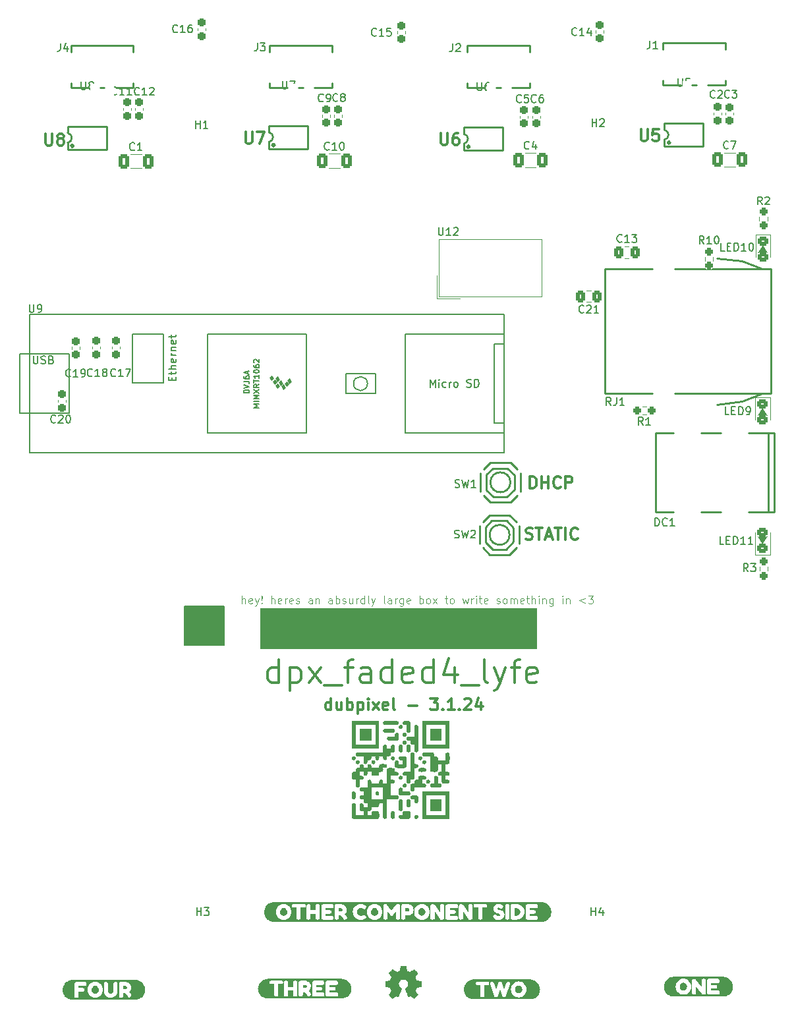
<source format=gbr>
%TF.GenerationSoftware,KiCad,Pcbnew,8.0.6*%
%TF.CreationDate,2025-03-02T10:31:17-08:00*%
%TF.ProjectId,dpx_faded,6470785f-6661-4646-9564-2e6b69636164,0.5.0*%
%TF.SameCoordinates,Original*%
%TF.FileFunction,Legend,Top*%
%TF.FilePolarity,Positive*%
%FSLAX46Y46*%
G04 Gerber Fmt 4.6, Leading zero omitted, Abs format (unit mm)*
G04 Created by KiCad (PCBNEW 8.0.6) date 2025-03-02 10:31:17*
%MOMM*%
%LPD*%
G01*
G04 APERTURE LIST*
G04 Aperture macros list*
%AMRoundRect*
0 Rectangle with rounded corners*
0 $1 Rounding radius*
0 $2 $3 $4 $5 $6 $7 $8 $9 X,Y pos of 4 corners*
0 Add a 4 corners polygon primitive as box body*
4,1,4,$2,$3,$4,$5,$6,$7,$8,$9,$2,$3,0*
0 Add four circle primitives for the rounded corners*
1,1,$1+$1,$2,$3*
1,1,$1+$1,$4,$5*
1,1,$1+$1,$6,$7*
1,1,$1+$1,$8,$9*
0 Add four rect primitives between the rounded corners*
20,1,$1+$1,$2,$3,$4,$5,0*
20,1,$1+$1,$4,$5,$6,$7,0*
20,1,$1+$1,$6,$7,$8,$9,0*
20,1,$1+$1,$8,$9,$2,$3,0*%
G04 Aperture macros list end*
%ADD10C,0.300000*%
%ADD11C,0.000000*%
%ADD12C,0.200000*%
%ADD13C,0.100000*%
%ADD14C,0.150000*%
%ADD15C,0.120000*%
%ADD16C,0.250000*%
%ADD17C,0.010000*%
%ADD18RoundRect,0.250000X0.337500X0.475000X-0.337500X0.475000X-0.337500X-0.475000X0.337500X-0.475000X0*%
%ADD19RoundRect,0.237500X0.237500X-0.300000X0.237500X0.300000X-0.237500X0.300000X-0.237500X-0.300000X0*%
%ADD20RoundRect,0.237500X-0.237500X0.300000X-0.237500X-0.300000X0.237500X-0.300000X0.237500X0.300000X0*%
%ADD21RoundRect,0.250000X-0.450000X0.325000X-0.450000X-0.325000X0.450000X-0.325000X0.450000X0.325000X0*%
%ADD22RoundRect,0.237500X0.237500X-0.250000X0.237500X0.250000X-0.237500X0.250000X-0.237500X-0.250000X0*%
%ADD23O,0.630000X1.860000*%
%ADD24R,1.000000X3.000000*%
%ADD25R,2.000000X3.500000*%
%ADD26RoundRect,0.250000X-0.412500X-0.650000X0.412500X-0.650000X0.412500X0.650000X-0.412500X0.650000X0*%
%ADD27C,4.300000*%
%ADD28R,1.000000X0.750000*%
%ADD29R,1.600000X1.700000*%
%ADD30C,1.700000*%
%ADD31RoundRect,0.250000X0.450000X-0.325000X0.450000X0.325000X-0.450000X0.325000X-0.450000X-0.325000X0*%
%ADD32C,3.250000*%
%ADD33C,1.520000*%
%ADD34C,1.600000*%
%ADD35C,2.500000*%
%ADD36RoundRect,0.237500X0.250000X0.237500X-0.250000X0.237500X-0.250000X-0.237500X0.250000X-0.237500X0*%
%ADD37C,1.800000*%
%ADD38C,2.000000*%
%ADD39R,2.800000X2.800000*%
%ADD40RoundRect,0.237500X-0.237500X0.250000X-0.237500X-0.250000X0.237500X-0.250000X0.237500X0.250000X0*%
%ADD41R,1.600000X1.600000*%
%ADD42R,1.300000X1.300000*%
%ADD43C,1.300000*%
%ADD44C,2.900000*%
%ADD45C,2.800000*%
%ADD46O,3.700000X7.700000*%
G04 APERTURE END LIST*
D10*
X282414510Y-122260828D02*
X282414510Y-123475114D01*
X282414510Y-123475114D02*
X282485939Y-123617971D01*
X282485939Y-123617971D02*
X282557368Y-123689400D01*
X282557368Y-123689400D02*
X282700225Y-123760828D01*
X282700225Y-123760828D02*
X282985939Y-123760828D01*
X282985939Y-123760828D02*
X283128796Y-123689400D01*
X283128796Y-123689400D02*
X283200225Y-123617971D01*
X283200225Y-123617971D02*
X283271653Y-123475114D01*
X283271653Y-123475114D02*
X283271653Y-122260828D01*
X284200225Y-122903685D02*
X284057368Y-122832257D01*
X284057368Y-122832257D02*
X283985939Y-122760828D01*
X283985939Y-122760828D02*
X283914511Y-122617971D01*
X283914511Y-122617971D02*
X283914511Y-122546542D01*
X283914511Y-122546542D02*
X283985939Y-122403685D01*
X283985939Y-122403685D02*
X284057368Y-122332257D01*
X284057368Y-122332257D02*
X284200225Y-122260828D01*
X284200225Y-122260828D02*
X284485939Y-122260828D01*
X284485939Y-122260828D02*
X284628797Y-122332257D01*
X284628797Y-122332257D02*
X284700225Y-122403685D01*
X284700225Y-122403685D02*
X284771654Y-122546542D01*
X284771654Y-122546542D02*
X284771654Y-122617971D01*
X284771654Y-122617971D02*
X284700225Y-122760828D01*
X284700225Y-122760828D02*
X284628797Y-122832257D01*
X284628797Y-122832257D02*
X284485939Y-122903685D01*
X284485939Y-122903685D02*
X284200225Y-122903685D01*
X284200225Y-122903685D02*
X284057368Y-122975114D01*
X284057368Y-122975114D02*
X283985939Y-123046542D01*
X283985939Y-123046542D02*
X283914511Y-123189400D01*
X283914511Y-123189400D02*
X283914511Y-123475114D01*
X283914511Y-123475114D02*
X283985939Y-123617971D01*
X283985939Y-123617971D02*
X284057368Y-123689400D01*
X284057368Y-123689400D02*
X284200225Y-123760828D01*
X284200225Y-123760828D02*
X284485939Y-123760828D01*
X284485939Y-123760828D02*
X284628797Y-123689400D01*
X284628797Y-123689400D02*
X284700225Y-123617971D01*
X284700225Y-123617971D02*
X284771654Y-123475114D01*
X284771654Y-123475114D02*
X284771654Y-123189400D01*
X284771654Y-123189400D02*
X284700225Y-123046542D01*
X284700225Y-123046542D02*
X284628797Y-122975114D01*
X284628797Y-122975114D02*
X284485939Y-122903685D01*
X308114510Y-122060828D02*
X308114510Y-123275114D01*
X308114510Y-123275114D02*
X308185939Y-123417971D01*
X308185939Y-123417971D02*
X308257368Y-123489400D01*
X308257368Y-123489400D02*
X308400225Y-123560828D01*
X308400225Y-123560828D02*
X308685939Y-123560828D01*
X308685939Y-123560828D02*
X308828796Y-123489400D01*
X308828796Y-123489400D02*
X308900225Y-123417971D01*
X308900225Y-123417971D02*
X308971653Y-123275114D01*
X308971653Y-123275114D02*
X308971653Y-122060828D01*
X309543082Y-122060828D02*
X310543082Y-122060828D01*
X310543082Y-122060828D02*
X309900225Y-123560828D01*
X333214510Y-122210828D02*
X333214510Y-123425114D01*
X333214510Y-123425114D02*
X333285939Y-123567971D01*
X333285939Y-123567971D02*
X333357368Y-123639400D01*
X333357368Y-123639400D02*
X333500225Y-123710828D01*
X333500225Y-123710828D02*
X333785939Y-123710828D01*
X333785939Y-123710828D02*
X333928796Y-123639400D01*
X333928796Y-123639400D02*
X334000225Y-123567971D01*
X334000225Y-123567971D02*
X334071653Y-123425114D01*
X334071653Y-123425114D02*
X334071653Y-122210828D01*
X335428797Y-122210828D02*
X335143082Y-122210828D01*
X335143082Y-122210828D02*
X335000225Y-122282257D01*
X335000225Y-122282257D02*
X334928797Y-122353685D01*
X334928797Y-122353685D02*
X334785939Y-122567971D01*
X334785939Y-122567971D02*
X334714511Y-122853685D01*
X334714511Y-122853685D02*
X334714511Y-123425114D01*
X334714511Y-123425114D02*
X334785939Y-123567971D01*
X334785939Y-123567971D02*
X334857368Y-123639400D01*
X334857368Y-123639400D02*
X335000225Y-123710828D01*
X335000225Y-123710828D02*
X335285939Y-123710828D01*
X335285939Y-123710828D02*
X335428797Y-123639400D01*
X335428797Y-123639400D02*
X335500225Y-123567971D01*
X335500225Y-123567971D02*
X335571654Y-123425114D01*
X335571654Y-123425114D02*
X335571654Y-123067971D01*
X335571654Y-123067971D02*
X335500225Y-122925114D01*
X335500225Y-122925114D02*
X335428797Y-122853685D01*
X335428797Y-122853685D02*
X335285939Y-122782257D01*
X335285939Y-122782257D02*
X335000225Y-122782257D01*
X335000225Y-122782257D02*
X334857368Y-122853685D01*
X334857368Y-122853685D02*
X334785939Y-122925114D01*
X334785939Y-122925114D02*
X334714511Y-123067971D01*
D11*
G36*
X334335780Y-210300686D02*
G01*
X330816822Y-210300686D01*
X330816822Y-207284436D01*
X331319530Y-207284436D01*
X331319530Y-209797977D01*
X333833072Y-209797977D01*
X333833072Y-207284436D01*
X331319530Y-207284436D01*
X330816822Y-207284436D01*
X330816822Y-206781728D01*
X334335780Y-206781728D01*
X334335780Y-209797977D01*
X334335780Y-210300686D01*
G37*
G36*
X334335780Y-201251936D02*
G01*
X332515712Y-201251936D01*
X330816822Y-201251936D01*
X330816822Y-198235686D01*
X331319530Y-198235686D01*
X331319530Y-200749228D01*
X332484755Y-200749228D01*
X333833072Y-200749228D01*
X333833072Y-198235686D01*
X331319530Y-198235686D01*
X330816822Y-198235686D01*
X330816822Y-197732978D01*
X334335780Y-197732978D01*
X334335780Y-200749228D01*
X334335780Y-201251936D01*
G37*
G36*
X328093219Y-198235344D02*
G01*
X328125745Y-198241242D01*
X328152768Y-198248923D01*
X328177495Y-198259130D01*
X328199947Y-198271658D01*
X328220145Y-198286304D01*
X328238112Y-198302862D01*
X328253868Y-198321129D01*
X328267436Y-198340900D01*
X328278836Y-198361971D01*
X328288090Y-198384138D01*
X328295219Y-198407196D01*
X328300245Y-198430941D01*
X328303190Y-198455169D01*
X328304075Y-198479675D01*
X328302921Y-198504256D01*
X328299750Y-198528706D01*
X328294583Y-198552822D01*
X328287441Y-198576400D01*
X328278347Y-198599234D01*
X328267321Y-198621121D01*
X328254386Y-198641856D01*
X328239562Y-198661235D01*
X328222871Y-198679055D01*
X328204335Y-198695109D01*
X328183974Y-198709195D01*
X328161811Y-198721108D01*
X328137867Y-198730643D01*
X328112163Y-198737597D01*
X328084721Y-198741764D01*
X328055562Y-198742941D01*
X328024708Y-198740924D01*
X327992180Y-198735508D01*
X327957999Y-198726488D01*
X327933937Y-198717536D01*
X327911895Y-198706423D01*
X327891861Y-198693326D01*
X327873822Y-198678421D01*
X327857765Y-198661883D01*
X327843677Y-198643889D01*
X327831544Y-198624614D01*
X327821355Y-198604234D01*
X327813095Y-198582926D01*
X327806751Y-198560865D01*
X327802312Y-198538228D01*
X327799763Y-198515189D01*
X327799091Y-198491926D01*
X327800284Y-198468615D01*
X327803329Y-198445430D01*
X327808212Y-198422548D01*
X327814921Y-198400145D01*
X327823442Y-198378398D01*
X327833763Y-198357481D01*
X327845869Y-198337571D01*
X327859750Y-198318844D01*
X327875390Y-198301476D01*
X327892778Y-198285643D01*
X327911900Y-198271521D01*
X327932743Y-198259285D01*
X327955295Y-198249112D01*
X327979541Y-198241177D01*
X328005470Y-198235657D01*
X328033068Y-198232728D01*
X328062322Y-198232565D01*
X328093219Y-198235344D01*
G37*
G36*
X328862683Y-197718752D02*
G01*
X328920785Y-197720675D01*
X328975166Y-197723962D01*
X329024619Y-197728319D01*
X329067936Y-197733451D01*
X329103909Y-197739063D01*
X329116663Y-197741597D01*
X329128935Y-197744483D01*
X329140731Y-197747719D01*
X329152060Y-197751303D01*
X329162929Y-197755233D01*
X329173346Y-197759505D01*
X329183317Y-197764118D01*
X329192851Y-197769069D01*
X329201954Y-197774355D01*
X329210635Y-197779975D01*
X329218900Y-197785925D01*
X329226758Y-197792204D01*
X329234215Y-197798809D01*
X329241279Y-197805737D01*
X329247958Y-197812987D01*
X329254259Y-197820555D01*
X329260189Y-197828439D01*
X329265756Y-197836638D01*
X329270968Y-197845147D01*
X329275832Y-197853966D01*
X329284544Y-197872520D01*
X329291954Y-197892282D01*
X329298120Y-197913231D01*
X329303102Y-197935348D01*
X329306961Y-197958614D01*
X329309755Y-197983009D01*
X329317222Y-198085427D01*
X329322555Y-198205251D01*
X329325754Y-198336671D01*
X329326821Y-198473877D01*
X329325754Y-198611059D01*
X329322555Y-198742405D01*
X329317222Y-198862105D01*
X329309755Y-198964349D01*
X329306508Y-198992726D01*
X329302059Y-199020400D01*
X329296308Y-199047208D01*
X329289159Y-199072985D01*
X329280512Y-199097569D01*
X329275596Y-199109362D01*
X329270269Y-199120795D01*
X329264519Y-199131848D01*
X329258332Y-199142500D01*
X329251697Y-199152732D01*
X329244602Y-199162522D01*
X329237033Y-199171849D01*
X329228980Y-199180695D01*
X329220429Y-199189037D01*
X329211368Y-199196856D01*
X329201786Y-199204132D01*
X329191669Y-199210843D01*
X329181005Y-199216970D01*
X329169782Y-199222491D01*
X329157988Y-199227387D01*
X329145611Y-199231637D01*
X329132637Y-199235220D01*
X329119056Y-199238117D01*
X329104854Y-199240306D01*
X329090019Y-199241768D01*
X329074539Y-199242481D01*
X329058401Y-199242426D01*
X329050484Y-199241952D01*
X329042093Y-199240988D01*
X329033277Y-199239552D01*
X329024082Y-199237660D01*
X329004748Y-199232577D01*
X328984471Y-199225877D01*
X328963631Y-199217696D01*
X328942608Y-199208172D01*
X328921783Y-199197441D01*
X328901536Y-199185640D01*
X328882247Y-199172905D01*
X328873081Y-199166230D01*
X328864297Y-199159374D01*
X328855942Y-199152353D01*
X328848065Y-199145183D01*
X328840712Y-199137883D01*
X328833931Y-199130470D01*
X328827770Y-199122960D01*
X328822277Y-199115370D01*
X328817498Y-199107718D01*
X328813481Y-199100021D01*
X328810275Y-199092296D01*
X328807925Y-199084560D01*
X328806481Y-199076830D01*
X328805989Y-199069124D01*
X328805989Y-198235422D01*
X328782421Y-198239647D01*
X328758278Y-198243036D01*
X328733671Y-198245571D01*
X328708712Y-198247235D01*
X328683515Y-198248011D01*
X328658191Y-198247884D01*
X328632853Y-198246835D01*
X328607613Y-198244847D01*
X328582583Y-198241905D01*
X328557877Y-198237991D01*
X328533605Y-198233089D01*
X328509881Y-198227180D01*
X328486817Y-198220250D01*
X328464525Y-198212280D01*
X328443117Y-198203254D01*
X328422707Y-198193154D01*
X328403405Y-198181966D01*
X328385325Y-198169670D01*
X328368579Y-198156251D01*
X328353280Y-198141691D01*
X328339539Y-198125974D01*
X328327469Y-198109083D01*
X328317182Y-198091001D01*
X328308791Y-198071711D01*
X328302408Y-198051196D01*
X328298145Y-198029440D01*
X328296115Y-198006425D01*
X328296431Y-197982135D01*
X328299203Y-197956553D01*
X328304545Y-197929661D01*
X328312570Y-197901444D01*
X328323389Y-197871884D01*
X328331779Y-197855028D01*
X328342712Y-197839360D01*
X328356035Y-197824842D01*
X328371599Y-197811439D01*
X328389251Y-197799114D01*
X328408842Y-197787829D01*
X328430219Y-197777548D01*
X328453233Y-197768234D01*
X328503565Y-197752359D01*
X328558630Y-197739911D01*
X328617221Y-197730594D01*
X328678129Y-197724114D01*
X328740147Y-197720177D01*
X328802067Y-197718488D01*
X328862683Y-197718752D01*
G37*
G36*
X332567962Y-204769024D02*
G01*
X332577625Y-204769903D01*
X332587709Y-204771266D01*
X332598162Y-204773096D01*
X332608929Y-204775379D01*
X332631202Y-204781238D01*
X332654108Y-204788719D01*
X332677225Y-204797697D01*
X332700135Y-204808047D01*
X332722417Y-204819644D01*
X332733192Y-204825871D01*
X332743651Y-204832364D01*
X332753744Y-204839105D01*
X332763417Y-204846081D01*
X332772619Y-204853274D01*
X332781295Y-204860671D01*
X332789395Y-204868254D01*
X332796864Y-204876009D01*
X332803652Y-204883919D01*
X332809705Y-204891970D01*
X332814971Y-204900145D01*
X332819397Y-204908429D01*
X332822932Y-204916807D01*
X332825521Y-204925263D01*
X332827113Y-204933780D01*
X332827655Y-204942345D01*
X332827655Y-205775782D01*
X332906883Y-205771919D01*
X332948863Y-205771000D01*
X332991577Y-205771321D01*
X333034396Y-205773306D01*
X333076687Y-205777377D01*
X333097437Y-205780328D01*
X333117819Y-205783959D01*
X333137753Y-205788324D01*
X333157161Y-205793476D01*
X333175963Y-205799467D01*
X333194081Y-205806350D01*
X333211436Y-205814179D01*
X333227949Y-205823006D01*
X333243540Y-205832884D01*
X333258132Y-205843867D01*
X333271645Y-205856007D01*
X333284000Y-205869357D01*
X333295118Y-205883970D01*
X333304920Y-205899899D01*
X333313328Y-205917198D01*
X333320263Y-205935918D01*
X333325644Y-205956113D01*
X333329395Y-205977836D01*
X333331435Y-206001140D01*
X333331687Y-206026077D01*
X333331016Y-206040687D01*
X333329803Y-206054850D01*
X333328055Y-206068568D01*
X333325781Y-206081843D01*
X333322987Y-206094675D01*
X333319683Y-206107068D01*
X333315876Y-206119022D01*
X333311574Y-206130538D01*
X333306785Y-206141619D01*
X333301516Y-206152266D01*
X333295776Y-206162481D01*
X333289573Y-206172264D01*
X333282914Y-206181618D01*
X333275807Y-206190544D01*
X333268261Y-206199044D01*
X333260282Y-206207119D01*
X333251880Y-206214770D01*
X333243061Y-206222000D01*
X333233834Y-206228810D01*
X333224207Y-206235202D01*
X333214188Y-206241176D01*
X333203784Y-206246735D01*
X333193003Y-206251880D01*
X333181854Y-206256612D01*
X333170344Y-206260934D01*
X333158481Y-206264846D01*
X333133727Y-206271449D01*
X333107657Y-206276434D01*
X333080332Y-206279813D01*
X332977926Y-206287279D01*
X332858128Y-206292612D01*
X332726740Y-206295811D01*
X332589563Y-206296878D01*
X332452399Y-206295811D01*
X332321049Y-206292612D01*
X332201313Y-206287279D01*
X332098993Y-206279813D01*
X332063424Y-206275537D01*
X332029738Y-206269421D01*
X331998072Y-206261408D01*
X331983040Y-206256673D01*
X331968566Y-206251444D01*
X331954666Y-206245714D01*
X331941359Y-206239475D01*
X331928661Y-206232720D01*
X331916590Y-206225444D01*
X331905164Y-206217638D01*
X331894399Y-206209297D01*
X331884313Y-206200413D01*
X331874924Y-206190979D01*
X331866249Y-206180988D01*
X331858305Y-206170434D01*
X331851109Y-206159310D01*
X331844680Y-206147609D01*
X331839035Y-206135323D01*
X331834190Y-206122447D01*
X331830163Y-206108973D01*
X331826972Y-206094894D01*
X331824634Y-206080203D01*
X331823167Y-206064894D01*
X331822587Y-206048960D01*
X331822913Y-206032393D01*
X331824161Y-206015188D01*
X331826350Y-205997336D01*
X331829495Y-205978831D01*
X331833616Y-205959667D01*
X331839430Y-205938224D01*
X331846325Y-205918450D01*
X331854254Y-205900280D01*
X331863171Y-205883648D01*
X331873028Y-205868489D01*
X331883780Y-205854737D01*
X331895380Y-205842326D01*
X331907782Y-205831191D01*
X331920938Y-205821267D01*
X331934803Y-205812487D01*
X331949330Y-205804787D01*
X331964473Y-205798100D01*
X331980184Y-205792362D01*
X331996418Y-205787506D01*
X332030267Y-205780180D01*
X332065648Y-205775599D01*
X332102189Y-205773237D01*
X332139517Y-205772570D01*
X332177260Y-205773074D01*
X332252505Y-205775497D01*
X332289262Y-205776367D01*
X332324947Y-205776311D01*
X332324947Y-204968803D01*
X332325339Y-204960512D01*
X332326493Y-204952127D01*
X332328376Y-204943669D01*
X332330954Y-204935161D01*
X332334194Y-204926626D01*
X332338063Y-204918087D01*
X332342527Y-204909566D01*
X332347552Y-204901086D01*
X332353107Y-204892669D01*
X332359157Y-204884339D01*
X332372609Y-204868027D01*
X332387643Y-204852333D01*
X332403991Y-204837437D01*
X332421388Y-204823521D01*
X332439565Y-204810766D01*
X332458258Y-204799353D01*
X332477198Y-204789465D01*
X332496120Y-204781282D01*
X332514757Y-204774985D01*
X332523885Y-204772601D01*
X332532841Y-204770757D01*
X332541593Y-204769475D01*
X332550108Y-204768778D01*
X332558772Y-204768644D01*
X332567962Y-204769024D01*
G37*
G36*
X325076969Y-206781385D02*
G01*
X325109496Y-206787283D01*
X325136518Y-206794964D01*
X325161245Y-206805171D01*
X325183697Y-206817699D01*
X325203895Y-206832345D01*
X325221862Y-206848903D01*
X325237619Y-206867170D01*
X325251186Y-206886941D01*
X325262586Y-206908012D01*
X325271840Y-206930179D01*
X325278969Y-206953237D01*
X325283996Y-206976982D01*
X325286940Y-207001210D01*
X325287825Y-207025716D01*
X325286671Y-207050297D01*
X325283500Y-207074747D01*
X325278333Y-207098863D01*
X325271191Y-207122441D01*
X325262097Y-207145275D01*
X325251072Y-207167162D01*
X325238136Y-207187897D01*
X325223312Y-207207277D01*
X325206621Y-207225096D01*
X325188085Y-207241150D01*
X325167724Y-207255236D01*
X325145561Y-207267149D01*
X325121617Y-207276684D01*
X325095913Y-207283638D01*
X325068471Y-207287805D01*
X325039312Y-207288982D01*
X325008458Y-207286965D01*
X324975930Y-207281548D01*
X324941750Y-207272529D01*
X324917687Y-207263577D01*
X324895645Y-207252464D01*
X324875611Y-207239367D01*
X324857572Y-207224462D01*
X324841515Y-207207924D01*
X324827427Y-207189929D01*
X324815294Y-207170654D01*
X324805104Y-207150275D01*
X324796844Y-207128967D01*
X324790501Y-207106906D01*
X324786062Y-207084269D01*
X324783513Y-207061230D01*
X324782841Y-207037967D01*
X324784034Y-207014655D01*
X324787079Y-206991471D01*
X324791962Y-206968589D01*
X324798671Y-206946186D01*
X324807192Y-206924439D01*
X324817513Y-206903522D01*
X324829619Y-206883612D01*
X324843500Y-206864885D01*
X324859140Y-206847517D01*
X324876528Y-206831684D01*
X324895650Y-206817562D01*
X324916493Y-206805326D01*
X324939045Y-206795153D01*
X324963291Y-206787218D01*
X324989220Y-206781698D01*
X325016818Y-206778769D01*
X325046072Y-206778606D01*
X325076969Y-206781385D01*
G37*
G36*
X328595927Y-199240761D02*
G01*
X328628453Y-199246659D01*
X328655476Y-199254340D01*
X328680203Y-199264547D01*
X328702655Y-199277075D01*
X328722853Y-199291721D01*
X328740820Y-199308279D01*
X328756577Y-199326546D01*
X328770144Y-199346317D01*
X328781544Y-199367388D01*
X328790798Y-199389554D01*
X328797927Y-199412613D01*
X328802954Y-199436358D01*
X328805899Y-199460586D01*
X328806783Y-199485092D01*
X328805629Y-199509673D01*
X328802458Y-199534123D01*
X328797291Y-199558239D01*
X328790150Y-199581816D01*
X328781055Y-199604651D01*
X328770030Y-199626538D01*
X328757094Y-199647273D01*
X328742271Y-199666652D01*
X328725580Y-199684471D01*
X328707043Y-199700526D01*
X328686683Y-199714612D01*
X328664520Y-199726525D01*
X328640575Y-199736060D01*
X328614871Y-199743013D01*
X328587429Y-199747181D01*
X328558270Y-199748358D01*
X328527416Y-199746341D01*
X328494888Y-199740925D01*
X328460708Y-199731905D01*
X328436645Y-199722953D01*
X328414603Y-199711840D01*
X328394569Y-199698743D01*
X328376530Y-199683838D01*
X328360473Y-199667300D01*
X328346385Y-199649305D01*
X328334253Y-199630030D01*
X328324063Y-199609651D01*
X328315803Y-199588343D01*
X328309460Y-199566282D01*
X328305020Y-199543644D01*
X328302471Y-199520606D01*
X328301799Y-199497343D01*
X328302993Y-199474031D01*
X328306037Y-199450846D01*
X328310920Y-199427965D01*
X328317629Y-199405562D01*
X328326150Y-199383815D01*
X328336471Y-199362898D01*
X328348578Y-199342988D01*
X328362458Y-199324261D01*
X328378098Y-199306893D01*
X328395486Y-199291060D01*
X328414608Y-199276937D01*
X328435451Y-199264701D01*
X328458003Y-199254528D01*
X328482249Y-199246594D01*
X328508178Y-199241074D01*
X328535776Y-199238144D01*
X328565030Y-199237982D01*
X328595927Y-199240761D01*
G37*
G36*
X328057048Y-200750604D02*
G01*
X328077505Y-200752220D01*
X328098228Y-200755049D01*
X328114715Y-200758300D01*
X328131163Y-200762677D01*
X328147467Y-200768152D01*
X328163518Y-200774698D01*
X328179212Y-200782288D01*
X328194441Y-200790893D01*
X328209099Y-200800487D01*
X328223079Y-200811041D01*
X328236274Y-200822529D01*
X328242544Y-200828614D01*
X328248578Y-200834922D01*
X328254363Y-200841450D01*
X328259885Y-200848194D01*
X328265131Y-200855151D01*
X328270088Y-200862317D01*
X328274742Y-200869688D01*
X328279079Y-200877262D01*
X328283088Y-200885035D01*
X328286754Y-200893003D01*
X328290064Y-200901164D01*
X328293004Y-200909513D01*
X328295562Y-200918047D01*
X328297724Y-200926763D01*
X328301354Y-200949102D01*
X328304402Y-200980057D01*
X328308733Y-201062800D01*
X328310677Y-201164953D01*
X328310192Y-201276476D01*
X328307240Y-201387329D01*
X328301780Y-201487473D01*
X328298096Y-201530392D01*
X328293770Y-201566868D01*
X328288797Y-201595647D01*
X328283172Y-201615474D01*
X328275253Y-201632810D01*
X328265901Y-201649045D01*
X328255214Y-201664167D01*
X328243293Y-201678167D01*
X328230236Y-201691032D01*
X328216143Y-201702753D01*
X328201113Y-201713320D01*
X328185247Y-201722721D01*
X328168643Y-201730946D01*
X328151401Y-201737985D01*
X328133621Y-201743827D01*
X328115401Y-201748461D01*
X328096841Y-201751877D01*
X328078042Y-201754065D01*
X328059101Y-201755013D01*
X328040119Y-201754711D01*
X328021195Y-201753149D01*
X328002429Y-201750316D01*
X327983920Y-201746201D01*
X327965768Y-201740794D01*
X327948071Y-201734085D01*
X327930930Y-201726063D01*
X327914444Y-201716716D01*
X327898712Y-201706036D01*
X327883834Y-201694010D01*
X327869909Y-201680629D01*
X327857037Y-201665883D01*
X327845317Y-201649759D01*
X327834849Y-201632248D01*
X327825732Y-201613340D01*
X327818066Y-201593024D01*
X327811949Y-201571288D01*
X327807117Y-201545245D01*
X327802961Y-201511793D01*
X327796802Y-201427012D01*
X327793718Y-201325643D01*
X327793957Y-201216383D01*
X327797769Y-201107929D01*
X327801092Y-201056722D01*
X327805401Y-201008978D01*
X327810727Y-200965785D01*
X327817100Y-200928228D01*
X327824553Y-200897396D01*
X327833116Y-200874376D01*
X327838101Y-200864693D01*
X327843375Y-200855438D01*
X327848931Y-200846605D01*
X327854763Y-200838190D01*
X327860861Y-200830189D01*
X327867218Y-200822597D01*
X327873826Y-200815412D01*
X327880679Y-200808627D01*
X327887767Y-200802239D01*
X327895084Y-200796243D01*
X327902621Y-200790637D01*
X327910372Y-200785414D01*
X327926480Y-200776103D01*
X327943348Y-200768278D01*
X327960913Y-200761903D01*
X327979115Y-200756946D01*
X327997891Y-200753372D01*
X328017179Y-200751146D01*
X328036919Y-200750235D01*
X328057048Y-200750604D01*
G37*
D12*
X300310000Y-183010000D02*
X305310000Y-183010000D01*
X305310000Y-188010000D01*
X300310000Y-188010000D01*
X300310000Y-183010000D01*
G36*
X300310000Y-183010000D02*
G01*
X305310000Y-183010000D01*
X305310000Y-188010000D01*
X300310000Y-188010000D01*
X300310000Y-183010000D01*
G37*
D11*
G36*
X322024548Y-206783104D02*
G01*
X322045005Y-206784720D01*
X322065729Y-206787548D01*
X322065729Y-206787549D01*
X322082224Y-206790849D01*
X322098696Y-206795361D01*
X322115035Y-206801037D01*
X322131130Y-206807830D01*
X322146872Y-206815693D01*
X322162151Y-206824579D01*
X322176856Y-206834439D01*
X322190877Y-206845228D01*
X322204104Y-206856897D01*
X322216428Y-206869399D01*
X322222216Y-206875948D01*
X322227737Y-206882687D01*
X322232977Y-206889611D01*
X322237923Y-206896714D01*
X322242560Y-206903990D01*
X322246875Y-206911433D01*
X322250853Y-206919036D01*
X322254482Y-206926795D01*
X322257747Y-206934703D01*
X322260635Y-206942755D01*
X322263132Y-206950943D01*
X322265224Y-206959264D01*
X322270282Y-206987965D01*
X322274496Y-207024658D01*
X322277797Y-207068149D01*
X322280115Y-207117245D01*
X322281530Y-207227480D01*
X322278189Y-207345820D01*
X322274562Y-207405047D01*
X322269539Y-207462721D01*
X322263051Y-207517650D01*
X322255030Y-207568640D01*
X322245405Y-207614499D01*
X322234108Y-207654034D01*
X322221070Y-207686051D01*
X322213877Y-207698867D01*
X322206222Y-207709357D01*
X322195085Y-207721395D01*
X322183146Y-207732366D01*
X322170473Y-207742281D01*
X322157131Y-207751156D01*
X322143186Y-207759002D01*
X322128705Y-207765832D01*
X322113753Y-207771660D01*
X322098397Y-207776499D01*
X322082701Y-207780362D01*
X322066733Y-207783261D01*
X322050558Y-207785210D01*
X322034243Y-207786222D01*
X322017852Y-207786310D01*
X322001453Y-207785486D01*
X321985111Y-207783765D01*
X321968892Y-207781158D01*
X321952862Y-207777680D01*
X321937087Y-207773342D01*
X321921633Y-207768158D01*
X321906567Y-207762142D01*
X321891953Y-207755305D01*
X321877859Y-207747662D01*
X321864349Y-207739225D01*
X321851491Y-207730007D01*
X321839350Y-207720021D01*
X321827991Y-207709280D01*
X321817482Y-207697798D01*
X321807887Y-207685587D01*
X321799274Y-207672661D01*
X321791707Y-207659031D01*
X321785254Y-207644713D01*
X321779979Y-207629717D01*
X321774569Y-207605699D01*
X321770046Y-207572982D01*
X321766413Y-207532824D01*
X321763670Y-207486487D01*
X321760860Y-207380309D01*
X321761624Y-207264526D01*
X321765972Y-207149214D01*
X321773915Y-207044451D01*
X321779236Y-206999173D01*
X321785459Y-206960312D01*
X321792586Y-206929126D01*
X321800616Y-206906876D01*
X321805601Y-206897193D01*
X321810875Y-206887938D01*
X321816432Y-206879104D01*
X321822263Y-206870689D01*
X321828361Y-206862688D01*
X321834718Y-206855097D01*
X321841327Y-206847911D01*
X321848179Y-206841126D01*
X321855267Y-206834738D01*
X321862584Y-206828743D01*
X321870121Y-206823136D01*
X321877872Y-206817913D01*
X321893980Y-206808603D01*
X321910848Y-206800777D01*
X321928413Y-206794403D01*
X321946615Y-206789446D01*
X321965391Y-206785871D01*
X321984679Y-206783645D01*
X322004419Y-206782734D01*
X322024548Y-206783104D01*
G37*
G36*
X328093219Y-204770552D02*
G01*
X328125745Y-204776450D01*
X328152768Y-204784131D01*
X328177495Y-204794338D01*
X328199947Y-204806866D01*
X328220145Y-204821512D01*
X328238112Y-204838070D01*
X328253868Y-204856337D01*
X328267436Y-204876108D01*
X328278836Y-204897179D01*
X328288090Y-204919345D01*
X328295219Y-204942404D01*
X328300245Y-204966149D01*
X328303190Y-204990377D01*
X328304075Y-205014883D01*
X328302921Y-205039464D01*
X328299750Y-205063914D01*
X328294583Y-205088030D01*
X328287441Y-205111607D01*
X328278347Y-205134442D01*
X328267321Y-205156329D01*
X328254386Y-205177064D01*
X328239562Y-205196443D01*
X328222871Y-205214262D01*
X328204335Y-205230317D01*
X328183974Y-205244403D01*
X328161811Y-205256316D01*
X328137867Y-205265851D01*
X328112163Y-205272804D01*
X328084721Y-205276972D01*
X328055562Y-205278149D01*
X328024708Y-205276132D01*
X327992180Y-205270715D01*
X327957999Y-205261696D01*
X327933937Y-205252744D01*
X327911895Y-205241631D01*
X327891861Y-205228534D01*
X327873822Y-205213629D01*
X327857765Y-205197091D01*
X327843677Y-205179096D01*
X327831544Y-205159821D01*
X327821355Y-205139442D01*
X327813095Y-205118134D01*
X327806751Y-205096073D01*
X327802312Y-205073436D01*
X327799763Y-205050397D01*
X327799091Y-205027134D01*
X327800284Y-205003822D01*
X327803329Y-204980638D01*
X327808212Y-204957756D01*
X327814921Y-204935353D01*
X327823442Y-204913606D01*
X327833763Y-204892689D01*
X327845869Y-204872779D01*
X327859750Y-204854052D01*
X327875390Y-204836684D01*
X327892778Y-204820851D01*
X327911900Y-204806729D01*
X327932743Y-204794493D01*
X327955295Y-204784320D01*
X327979541Y-204776385D01*
X328005470Y-204770865D01*
X328033068Y-204767936D01*
X328062322Y-204767773D01*
X328093219Y-204770552D01*
G37*
G36*
X330104051Y-209797635D02*
G01*
X330136578Y-209803533D01*
X330163601Y-209811214D01*
X330188328Y-209821421D01*
X330210780Y-209833949D01*
X330230978Y-209848594D01*
X330248945Y-209865153D01*
X330264701Y-209883420D01*
X330278269Y-209903191D01*
X330289669Y-209924262D01*
X330298923Y-209946428D01*
X330306052Y-209969487D01*
X330311079Y-209993232D01*
X330314024Y-210017460D01*
X330314908Y-210041966D01*
X330313754Y-210066547D01*
X330310583Y-210090997D01*
X330305416Y-210115113D01*
X330298275Y-210138690D01*
X330289180Y-210161525D01*
X330278155Y-210183412D01*
X330265219Y-210204147D01*
X330250395Y-210223526D01*
X330233705Y-210241346D01*
X330215168Y-210257400D01*
X330194808Y-210271486D01*
X330172645Y-210283399D01*
X330148700Y-210292934D01*
X330122996Y-210299888D01*
X330095554Y-210304055D01*
X330066395Y-210305232D01*
X330035541Y-210303215D01*
X330003013Y-210297798D01*
X329968833Y-210288779D01*
X329944770Y-210279826D01*
X329922728Y-210268714D01*
X329902694Y-210255617D01*
X329884655Y-210240711D01*
X329868598Y-210224174D01*
X329854510Y-210206179D01*
X329842378Y-210186904D01*
X329832188Y-210166525D01*
X329823928Y-210145217D01*
X329817584Y-210123156D01*
X329813145Y-210100518D01*
X329810596Y-210077480D01*
X329809924Y-210054217D01*
X329811118Y-210030905D01*
X329814162Y-210007720D01*
X329819045Y-209984839D01*
X329825754Y-209962436D01*
X329834275Y-209940689D01*
X329844596Y-209919772D01*
X329856702Y-209899862D01*
X329870583Y-209881135D01*
X329886223Y-209863767D01*
X329903611Y-209847934D01*
X329922733Y-209833811D01*
X329943576Y-209821576D01*
X329966128Y-209811402D01*
X329990374Y-209803468D01*
X330016303Y-209797948D01*
X330043901Y-209795019D01*
X330073155Y-209794856D01*
X330104051Y-209797635D01*
G37*
G36*
X327087802Y-202257011D02*
G01*
X327120328Y-202262909D01*
X327147351Y-202270590D01*
X327172078Y-202280796D01*
X327194530Y-202293325D01*
X327214728Y-202307970D01*
X327232695Y-202324528D01*
X327248452Y-202342795D01*
X327262019Y-202362566D01*
X327273419Y-202383637D01*
X327282673Y-202405804D01*
X327289802Y-202428862D01*
X327294829Y-202452607D01*
X327297773Y-202476835D01*
X327298658Y-202501341D01*
X327297504Y-202525922D01*
X327294333Y-202550372D01*
X327289166Y-202574488D01*
X327282024Y-202598066D01*
X327272930Y-202620900D01*
X327261905Y-202642787D01*
X327248969Y-202663522D01*
X327234145Y-202682902D01*
X327217454Y-202700721D01*
X327198918Y-202716776D01*
X327178558Y-202730861D01*
X327156395Y-202742774D01*
X327132450Y-202752309D01*
X327106747Y-202759263D01*
X327079304Y-202763430D01*
X327050146Y-202764608D01*
X327019292Y-202762590D01*
X326986764Y-202757174D01*
X326952583Y-202748154D01*
X326928521Y-202739202D01*
X326906479Y-202728090D01*
X326886445Y-202714993D01*
X326868406Y-202700087D01*
X326852349Y-202683549D01*
X326838260Y-202665555D01*
X326826128Y-202646280D01*
X326815938Y-202625901D01*
X326807678Y-202604592D01*
X326801335Y-202582532D01*
X326796895Y-202559894D01*
X326794346Y-202536856D01*
X326793675Y-202513593D01*
X326794868Y-202490281D01*
X326797912Y-202467096D01*
X326802796Y-202444214D01*
X326809504Y-202421812D01*
X326818025Y-202400064D01*
X326828346Y-202379148D01*
X326840453Y-202359238D01*
X326854333Y-202340511D01*
X326869973Y-202323143D01*
X326887361Y-202307309D01*
X326906483Y-202293187D01*
X326927326Y-202280951D01*
X326949878Y-202270778D01*
X326974124Y-202262843D01*
X327000053Y-202257323D01*
X327027651Y-202254394D01*
X327056905Y-202254231D01*
X327087802Y-202257011D01*
G37*
G36*
X328852368Y-209280551D02*
G01*
X328919826Y-209284751D01*
X328986087Y-209292007D01*
X329049727Y-209302607D01*
X329109322Y-209316836D01*
X329137158Y-209325401D01*
X329163449Y-209334980D01*
X329188017Y-209345610D01*
X329210683Y-209357326D01*
X329231271Y-209370164D01*
X329249601Y-209384159D01*
X329265496Y-209399347D01*
X329278778Y-209415765D01*
X329289269Y-209433448D01*
X329296791Y-209452431D01*
X329301305Y-209472588D01*
X329305232Y-209500578D01*
X329311389Y-209575669D01*
X329315381Y-209668929D01*
X329317329Y-209771584D01*
X329317356Y-209874860D01*
X329315581Y-209969980D01*
X329312125Y-210048172D01*
X329307110Y-210100660D01*
X329305669Y-210108723D01*
X329303931Y-210116686D01*
X329301902Y-210124544D01*
X329299588Y-210132292D01*
X329296997Y-210139924D01*
X329294133Y-210147435D01*
X329287617Y-210162072D01*
X329280092Y-210176163D01*
X329271610Y-210189664D01*
X329262221Y-210202533D01*
X329251977Y-210214729D01*
X329240931Y-210226208D01*
X329229132Y-210236928D01*
X329216634Y-210246848D01*
X329203488Y-210255925D01*
X329189745Y-210264117D01*
X329175456Y-210271381D01*
X329160674Y-210277676D01*
X329145449Y-210282958D01*
X329112452Y-210290410D01*
X329066813Y-210296733D01*
X328944585Y-210306242D01*
X328792722Y-210311980D01*
X328625179Y-210314444D01*
X328455913Y-210314130D01*
X328298878Y-210311533D01*
X328168030Y-210307151D01*
X328077327Y-210301479D01*
X328041758Y-210297204D01*
X328008071Y-210291087D01*
X327976405Y-210283075D01*
X327961374Y-210278340D01*
X327946899Y-210273111D01*
X327933000Y-210267380D01*
X327919692Y-210261141D01*
X327906995Y-210254387D01*
X327894924Y-210247110D01*
X327883497Y-210239305D01*
X327872732Y-210230963D01*
X327862647Y-210222079D01*
X327853257Y-210212645D01*
X327844582Y-210202655D01*
X327836638Y-210192101D01*
X327829443Y-210180977D01*
X327823014Y-210169275D01*
X327817368Y-210156990D01*
X327812523Y-210144113D01*
X327808497Y-210130639D01*
X327805306Y-210116560D01*
X327802968Y-210101869D01*
X327801501Y-210086560D01*
X327800921Y-210070626D01*
X327801247Y-210054059D01*
X327802495Y-210036854D01*
X327804683Y-210019002D01*
X327807829Y-210000497D01*
X327811949Y-209981333D01*
X327817788Y-209959889D01*
X327824705Y-209940114D01*
X327832655Y-209921940D01*
X327841591Y-209905304D01*
X327851467Y-209890139D01*
X327862236Y-209876380D01*
X327873852Y-209863963D01*
X327886268Y-209852820D01*
X327899438Y-209842888D01*
X327913316Y-209834100D01*
X327927854Y-209826392D01*
X327943007Y-209819697D01*
X327958727Y-209813950D01*
X327974969Y-209809087D01*
X328008833Y-209801748D01*
X328044224Y-209797155D01*
X328080773Y-209794787D01*
X328118107Y-209794119D01*
X328155854Y-209794629D01*
X328231103Y-209797088D01*
X328267861Y-209797990D01*
X328303545Y-209797977D01*
X328303281Y-209797977D01*
X328303672Y-209763793D01*
X328303002Y-209728541D01*
X328300507Y-209656189D01*
X328299696Y-209619766D01*
X328299853Y-209583631D01*
X328301485Y-209548124D01*
X328305100Y-209513582D01*
X328307809Y-209496780D01*
X328311204Y-209480346D01*
X328315348Y-209464324D01*
X328320305Y-209448755D01*
X328326139Y-209433682D01*
X328332911Y-209419147D01*
X328340687Y-209405193D01*
X328349529Y-209391862D01*
X328359501Y-209379196D01*
X328370666Y-209367238D01*
X328383087Y-209356031D01*
X328396829Y-209345616D01*
X328411954Y-209336036D01*
X328428526Y-209327334D01*
X328446608Y-209319551D01*
X328466264Y-209312730D01*
X328502229Y-209303538D01*
X328546965Y-209295401D01*
X328599048Y-209288605D01*
X328657053Y-209283436D01*
X328719558Y-209280180D01*
X328785137Y-209279123D01*
X328852368Y-209280551D01*
G37*
G36*
X331612177Y-205273261D02*
G01*
X331644703Y-205279159D01*
X331671726Y-205286840D01*
X331696453Y-205297046D01*
X331718905Y-205309575D01*
X331739103Y-205324220D01*
X331757070Y-205340778D01*
X331772826Y-205359045D01*
X331786394Y-205378816D01*
X331797794Y-205399887D01*
X331807048Y-205422054D01*
X331814177Y-205445112D01*
X331819204Y-205468857D01*
X331822148Y-205493085D01*
X331823033Y-205517591D01*
X331821879Y-205542172D01*
X331818708Y-205566622D01*
X331813541Y-205590738D01*
X331806399Y-205614316D01*
X331797305Y-205637150D01*
X331786280Y-205659037D01*
X331773344Y-205679772D01*
X331758520Y-205699152D01*
X331741829Y-205716971D01*
X331723293Y-205733026D01*
X331702932Y-205747111D01*
X331680769Y-205759024D01*
X331656825Y-205768559D01*
X331631121Y-205775513D01*
X331603679Y-205779680D01*
X331574520Y-205780858D01*
X331543666Y-205778840D01*
X331511138Y-205773424D01*
X331476958Y-205764404D01*
X331452895Y-205755452D01*
X331430853Y-205744339D01*
X331410819Y-205731242D01*
X331392780Y-205716337D01*
X331376723Y-205699799D01*
X331362635Y-205681805D01*
X331350502Y-205662530D01*
X331340313Y-205642150D01*
X331332053Y-205620842D01*
X331325709Y-205598781D01*
X331321270Y-205576144D01*
X331318721Y-205553106D01*
X331318049Y-205529843D01*
X331319242Y-205506531D01*
X331322287Y-205483346D01*
X331327170Y-205460464D01*
X331333879Y-205438062D01*
X331342400Y-205416314D01*
X331352721Y-205395397D01*
X331364827Y-205375488D01*
X331378708Y-205356761D01*
X331394348Y-205339393D01*
X331411736Y-205323559D01*
X331430858Y-205309437D01*
X331451701Y-205297201D01*
X331474253Y-205287028D01*
X331498499Y-205279093D01*
X331524428Y-205273574D01*
X331552026Y-205270644D01*
X331581280Y-205270481D01*
X331612177Y-205273261D01*
G37*
G36*
X326292448Y-207787144D02*
G01*
X326292448Y-210102249D01*
X326292066Y-210110539D01*
X326290940Y-210118925D01*
X326289102Y-210127383D01*
X326286583Y-210135891D01*
X326283414Y-210144425D01*
X326279628Y-210152965D01*
X326275255Y-210161486D01*
X326270327Y-210169966D01*
X326264875Y-210178382D01*
X326258931Y-210186713D01*
X326252527Y-210194934D01*
X326245693Y-210203024D01*
X326230863Y-210218719D01*
X326214694Y-210233614D01*
X326197436Y-210247531D01*
X326179341Y-210260286D01*
X326160661Y-210271698D01*
X326141648Y-210281586D01*
X326132095Y-210285903D01*
X326122552Y-210289770D01*
X326113052Y-210293165D01*
X326103626Y-210296066D01*
X326094305Y-210298450D01*
X326085120Y-210300295D01*
X326076104Y-210301577D01*
X326067287Y-210302274D01*
X326049433Y-210302028D01*
X326029686Y-210299786D01*
X326008465Y-210295673D01*
X325986193Y-210289813D01*
X325963287Y-210282332D01*
X325940170Y-210273355D01*
X325917260Y-210263005D01*
X325894978Y-210251408D01*
X325873744Y-210238688D01*
X325853978Y-210224971D01*
X325836100Y-210210381D01*
X325828001Y-210202798D01*
X325820531Y-210195043D01*
X325813743Y-210187133D01*
X325807690Y-210179082D01*
X325802424Y-210170907D01*
X325797998Y-210162622D01*
X325794464Y-210154245D01*
X325791874Y-210145789D01*
X325790282Y-210137271D01*
X325789740Y-210128707D01*
X325789740Y-208289853D01*
X325287032Y-208289853D01*
X325290879Y-208315250D01*
X325293402Y-208345866D01*
X325294468Y-208380753D01*
X325293944Y-208418965D01*
X325291695Y-208459558D01*
X325287589Y-208501584D01*
X325281493Y-208544098D01*
X325273273Y-208586153D01*
X325262795Y-208626804D01*
X325249927Y-208665104D01*
X325234536Y-208700107D01*
X325225852Y-208716077D01*
X325216487Y-208730868D01*
X325206424Y-208744362D01*
X325195647Y-208756440D01*
X325184139Y-208766984D01*
X325171884Y-208775877D01*
X325158864Y-208782999D01*
X325145063Y-208788232D01*
X325130465Y-208791459D01*
X325115052Y-208792561D01*
X324281615Y-208792561D01*
X324287843Y-208868188D01*
X324290020Y-208937214D01*
X324289524Y-208969298D01*
X324287937Y-208999789D01*
X324285233Y-209028705D01*
X324281387Y-209056066D01*
X324276373Y-209081890D01*
X324270163Y-209106196D01*
X324262734Y-209129003D01*
X324254058Y-209150331D01*
X324244110Y-209170197D01*
X324232864Y-209188621D01*
X324220294Y-209205623D01*
X324206374Y-209221220D01*
X324191078Y-209235432D01*
X324174380Y-209248277D01*
X324156254Y-209259776D01*
X324136675Y-209269946D01*
X324115617Y-209278807D01*
X324093052Y-209286377D01*
X324068957Y-209292675D01*
X324043304Y-209297721D01*
X324016068Y-209301534D01*
X323987222Y-209304132D01*
X323956742Y-209305533D01*
X323924600Y-209305759D01*
X323855231Y-209302754D01*
X323778906Y-209295270D01*
X323778906Y-209797978D01*
X324281615Y-209797978D01*
X324279427Y-209719360D01*
X324278200Y-209638087D01*
X324279147Y-209597572D01*
X324281773Y-209557732D01*
X324286559Y-209519015D01*
X324293984Y-209481867D01*
X324298836Y-209464021D01*
X324304529Y-209446734D01*
X324311120Y-209430063D01*
X324318672Y-209414063D01*
X324327243Y-209398791D01*
X324336894Y-209384301D01*
X324347685Y-209370650D01*
X324359675Y-209357893D01*
X324372925Y-209346087D01*
X324387495Y-209335287D01*
X324403444Y-209325549D01*
X324420832Y-209316929D01*
X324439720Y-209309482D01*
X324460168Y-209303264D01*
X324482235Y-209298332D01*
X324505981Y-209294741D01*
X324583565Y-209287548D01*
X324683141Y-209282487D01*
X324738468Y-209281432D01*
X324796043Y-209281718D01*
X324854783Y-209283617D01*
X324913606Y-209287399D01*
X324971426Y-209293331D01*
X325027162Y-209301686D01*
X325079730Y-209312732D01*
X325128046Y-209326739D01*
X325171028Y-209343976D01*
X325190180Y-209353891D01*
X325207592Y-209364715D01*
X325223129Y-209376481D01*
X325236655Y-209389223D01*
X325248036Y-209402976D01*
X325257134Y-209417772D01*
X325265071Y-209438047D01*
X325271951Y-209465300D01*
X325277828Y-209498585D01*
X325282753Y-209536954D01*
X325286781Y-209579462D01*
X325289965Y-209625159D01*
X325294011Y-209722341D01*
X325295316Y-209820923D01*
X325294304Y-209913333D01*
X325291402Y-209991994D01*
X325287032Y-210049332D01*
X325284123Y-210071243D01*
X325280413Y-210092407D01*
X325275840Y-210112797D01*
X325270343Y-210132386D01*
X325263858Y-210151148D01*
X325256323Y-210169055D01*
X325247675Y-210186080D01*
X325237853Y-210202195D01*
X325226794Y-210217374D01*
X325214435Y-210231590D01*
X325207749Y-210238328D01*
X325200714Y-210244815D01*
X325193323Y-210251047D01*
X325185569Y-210257022D01*
X325177443Y-210262735D01*
X325168937Y-210268184D01*
X325160044Y-210273365D01*
X325150756Y-210278274D01*
X325141065Y-210282909D01*
X325130964Y-210287265D01*
X325120443Y-210291340D01*
X325109497Y-210295130D01*
X322044829Y-210301745D01*
X322017452Y-210300457D01*
X321991036Y-210297571D01*
X321965664Y-210293064D01*
X321941414Y-210286912D01*
X321918369Y-210279091D01*
X321907324Y-210274548D01*
X321896610Y-210269580D01*
X321886238Y-210264182D01*
X321876218Y-210258353D01*
X321866559Y-210252090D01*
X321857273Y-210245389D01*
X321848368Y-210238248D01*
X321839856Y-210230663D01*
X321831747Y-210222633D01*
X321824049Y-210214154D01*
X321816775Y-210205222D01*
X321809933Y-210195836D01*
X321803534Y-210185992D01*
X321797588Y-210175688D01*
X321792106Y-210164920D01*
X321787096Y-210153685D01*
X321782570Y-210141981D01*
X321778538Y-210129805D01*
X321775009Y-210117154D01*
X321771994Y-210104024D01*
X321769502Y-210090414D01*
X321767545Y-210076320D01*
X321758553Y-209984219D01*
X321752735Y-209889701D01*
X321749679Y-209793090D01*
X321748975Y-209694713D01*
X321752979Y-209493951D01*
X321761460Y-209290012D01*
X321778707Y-208882979D01*
X321780901Y-208685076D01*
X321778952Y-208588664D01*
X321774435Y-208494582D01*
X321778104Y-208477112D01*
X321782677Y-208460302D01*
X321788106Y-208444220D01*
X321794357Y-208428873D01*
X321801396Y-208414269D01*
X321809188Y-208400417D01*
X321817698Y-208387325D01*
X321826892Y-208375002D01*
X321836737Y-208363457D01*
X321847196Y-208352696D01*
X321858235Y-208342730D01*
X321869821Y-208333566D01*
X321881919Y-208325212D01*
X321894493Y-208317677D01*
X321907510Y-208310970D01*
X321920935Y-208305099D01*
X321934734Y-208300071D01*
X321948872Y-208295896D01*
X321963315Y-208292582D01*
X321978027Y-208290138D01*
X321992976Y-208288571D01*
X322008125Y-208287890D01*
X322023441Y-208288103D01*
X322038890Y-208289219D01*
X322054436Y-208291247D01*
X322070045Y-208294194D01*
X322085683Y-208298069D01*
X322101315Y-208302880D01*
X322116907Y-208308636D01*
X322132424Y-208315345D01*
X322147831Y-208323016D01*
X322163095Y-208331656D01*
X322168970Y-208335667D01*
X322175850Y-208341211D01*
X322183546Y-208348076D01*
X322191864Y-208356052D01*
X322200616Y-208364928D01*
X322209609Y-208374496D01*
X322218652Y-208384542D01*
X322227554Y-208394859D01*
X322236125Y-208405234D01*
X322244173Y-208415457D01*
X322251507Y-208425319D01*
X322257936Y-208434608D01*
X322263269Y-208443114D01*
X322267315Y-208450627D01*
X322268795Y-208453946D01*
X322269883Y-208456937D01*
X322270552Y-208459574D01*
X322270781Y-208461832D01*
X322270781Y-209797977D01*
X323276197Y-209797977D01*
X323276197Y-209295269D01*
X323104350Y-209298171D01*
X323062966Y-209297093D01*
X323022911Y-209294199D01*
X322984532Y-209288945D01*
X322948180Y-209280783D01*
X322930873Y-209275441D01*
X322914203Y-209269167D01*
X322898215Y-209261893D01*
X322882950Y-209253550D01*
X322868454Y-209244071D01*
X322854770Y-209233387D01*
X322841941Y-209221429D01*
X322830011Y-209208130D01*
X322819023Y-209193421D01*
X322809022Y-209177233D01*
X322800051Y-209159499D01*
X322792153Y-209140150D01*
X322785372Y-209119117D01*
X322779751Y-209096333D01*
X322775335Y-209071730D01*
X322772166Y-209045238D01*
X322764307Y-208951766D01*
X322758255Y-208838557D01*
X322757240Y-208777583D01*
X322758275Y-208715314D01*
X322761893Y-208652962D01*
X322768628Y-208591742D01*
X322779012Y-208532865D01*
X322793579Y-208477546D01*
X322802597Y-208451600D01*
X322812861Y-208426997D01*
X322824436Y-208403891D01*
X322837390Y-208382432D01*
X322851790Y-208362772D01*
X322867701Y-208345063D01*
X322885191Y-208329456D01*
X322904326Y-208316103D01*
X322925173Y-208305156D01*
X322947798Y-208296766D01*
X322972268Y-208291085D01*
X322998650Y-208288265D01*
X323026330Y-208287758D01*
X323052211Y-208289016D01*
X323076349Y-208291968D01*
X323098803Y-208296543D01*
X323119628Y-208302668D01*
X323138883Y-208310272D01*
X323156625Y-208319283D01*
X323172911Y-208329631D01*
X323187798Y-208341243D01*
X323201345Y-208354047D01*
X323213608Y-208367972D01*
X323224645Y-208382947D01*
X323234513Y-208398900D01*
X323243269Y-208415759D01*
X323250971Y-208433453D01*
X323257676Y-208451909D01*
X323263442Y-208471058D01*
X323268326Y-208490826D01*
X323272385Y-208511142D01*
X323275676Y-208531934D01*
X323278258Y-208553132D01*
X323280187Y-208574664D01*
X323282316Y-208618440D01*
X323282522Y-208662690D01*
X323281265Y-208706843D01*
X323279004Y-208750324D01*
X323276197Y-208792561D01*
X323778905Y-208792561D01*
X323778905Y-208289852D01*
X323703276Y-208296040D01*
X323634243Y-208298192D01*
X323602154Y-208297688D01*
X323571657Y-208296097D01*
X323542735Y-208293392D01*
X323515368Y-208289546D01*
X323489538Y-208284534D01*
X323465226Y-208278329D01*
X323442413Y-208270905D01*
X323421081Y-208262235D01*
X323401210Y-208252294D01*
X323382783Y-208241055D01*
X323365779Y-208228492D01*
X323350182Y-208214578D01*
X323335970Y-208199288D01*
X323323127Y-208182595D01*
X323311633Y-208164472D01*
X323301470Y-208144895D01*
X323292618Y-208123835D01*
X323285060Y-208101268D01*
X323278775Y-208077166D01*
X323273746Y-208051504D01*
X323269954Y-208024255D01*
X323267380Y-207995393D01*
X323266005Y-207964892D01*
X323265810Y-207932725D01*
X323268888Y-207863291D01*
X323276463Y-207786879D01*
X323230903Y-207790423D01*
X323183911Y-207792659D01*
X323136216Y-207793195D01*
X323088551Y-207791642D01*
X323041644Y-207787608D01*
X322996228Y-207780703D01*
X322953034Y-207770536D01*
X322932499Y-207764107D01*
X322912793Y-207756717D01*
X322894007Y-207748315D01*
X322876235Y-207738854D01*
X322859565Y-207728285D01*
X322844091Y-207716558D01*
X322829903Y-207703625D01*
X322817093Y-207689437D01*
X322805752Y-207673945D01*
X322795971Y-207657101D01*
X322787842Y-207638855D01*
X322781456Y-207619159D01*
X322776905Y-207597964D01*
X322774280Y-207575221D01*
X322773673Y-207550881D01*
X322775174Y-207524895D01*
X322778875Y-207497215D01*
X322784867Y-207467792D01*
X322790709Y-207446280D01*
X322797637Y-207426447D01*
X322805604Y-207408228D01*
X322814563Y-207391556D01*
X322824466Y-207376365D01*
X322835266Y-207362590D01*
X322846915Y-207350163D01*
X322859368Y-207339018D01*
X322872576Y-207329091D01*
X322886492Y-207320314D01*
X322901068Y-207312621D01*
X322916259Y-207305946D01*
X322932016Y-207300223D01*
X322948292Y-207295387D01*
X322965040Y-207291370D01*
X322982213Y-207288107D01*
X322999763Y-207285531D01*
X323017644Y-207283577D01*
X323054207Y-207281268D01*
X323091524Y-207280652D01*
X323129218Y-207281199D01*
X323204223Y-207283665D01*
X323240778Y-207284527D01*
X323276199Y-207284436D01*
X323276199Y-206781728D01*
X323228123Y-206787111D01*
X323178345Y-206789990D01*
X323127751Y-206790108D01*
X323077224Y-206787205D01*
X323027648Y-206781024D01*
X322979910Y-206771305D01*
X322934891Y-206757790D01*
X322913679Y-206749529D01*
X322893479Y-206740221D01*
X322874400Y-206729835D01*
X322856555Y-206718339D01*
X322840054Y-206705700D01*
X322825006Y-206691885D01*
X322811523Y-206676864D01*
X322799716Y-206660602D01*
X322789694Y-206643068D01*
X322781568Y-206624230D01*
X322775449Y-206604055D01*
X322771448Y-206582511D01*
X322769674Y-206559566D01*
X322770239Y-206535187D01*
X322773253Y-206509342D01*
X322778827Y-206481998D01*
X322787071Y-206453124D01*
X322798096Y-206422688D01*
X322802201Y-206413923D01*
X322807847Y-206404056D01*
X322814848Y-206393316D01*
X322823020Y-206381933D01*
X322832181Y-206370138D01*
X322842144Y-206358161D01*
X322852727Y-206346232D01*
X322863746Y-206334581D01*
X322875015Y-206323439D01*
X322886352Y-206313035D01*
X322897571Y-206303601D01*
X322908489Y-206295365D01*
X322918922Y-206288559D01*
X322923899Y-206285764D01*
X322928686Y-206283413D01*
X322933259Y-206281534D01*
X322937596Y-206280156D01*
X322941674Y-206279308D01*
X322945469Y-206279019D01*
X323778906Y-206279019D01*
X324281615Y-206279019D01*
X324281615Y-207787144D01*
X325789740Y-207787144D01*
X325789740Y-206279019D01*
X324731406Y-206279019D01*
X324742686Y-206216973D01*
X324752735Y-206154669D01*
X324761586Y-206092124D01*
X324769275Y-206029352D01*
X324775836Y-205966369D01*
X324781301Y-205903191D01*
X324785706Y-205839833D01*
X324789085Y-205776312D01*
X324785695Y-205839833D01*
X324781264Y-205903191D01*
X324775765Y-205966369D01*
X324769176Y-206029352D01*
X324761470Y-206092124D01*
X324752623Y-206154669D01*
X324742610Y-206216973D01*
X324731406Y-206279019D01*
X324281615Y-206279019D01*
X323778906Y-206279019D01*
X323778906Y-205472040D01*
X323779371Y-205461154D01*
X323780741Y-205450435D01*
X323782976Y-205439895D01*
X323786041Y-205429549D01*
X323789895Y-205419410D01*
X323794502Y-205409493D01*
X323799823Y-205399811D01*
X323805819Y-205390379D01*
X323812454Y-205381209D01*
X323819689Y-205372317D01*
X323827485Y-205363716D01*
X323835805Y-205355419D01*
X323844611Y-205347442D01*
X323853864Y-205339796D01*
X323863527Y-205332498D01*
X323873561Y-205325560D01*
X323883928Y-205318997D01*
X323894591Y-205312821D01*
X323905511Y-205307048D01*
X323916650Y-205301691D01*
X323927970Y-205296764D01*
X323939432Y-205292281D01*
X323951000Y-205288256D01*
X323962635Y-205284703D01*
X323974298Y-205281635D01*
X323985951Y-205279066D01*
X323997558Y-205277012D01*
X324009078Y-205275484D01*
X324020475Y-205274498D01*
X324031711Y-205274067D01*
X324042746Y-205274204D01*
X324053544Y-205274925D01*
X324078280Y-205278089D01*
X324101236Y-205282631D01*
X324122476Y-205288495D01*
X324142065Y-205295623D01*
X324160066Y-205303957D01*
X324176545Y-205313441D01*
X324191565Y-205324018D01*
X324205192Y-205335630D01*
X324217489Y-205348221D01*
X324228521Y-205361732D01*
X324238353Y-205376108D01*
X324247048Y-205391290D01*
X324254672Y-205407222D01*
X324261289Y-205423846D01*
X324266963Y-205441105D01*
X324271759Y-205458943D01*
X324275741Y-205477301D01*
X324278973Y-205496123D01*
X324281521Y-205515352D01*
X324283447Y-205534930D01*
X324285697Y-205574905D01*
X324286237Y-205615593D01*
X324285583Y-205656534D01*
X324284251Y-205697273D01*
X324281615Y-205776311D01*
X324789085Y-205776311D01*
X325287032Y-205776311D01*
X325283673Y-205702172D01*
X325282696Y-205662289D01*
X325282736Y-205621352D01*
X325284204Y-205579976D01*
X325287511Y-205538777D01*
X325293068Y-205498370D01*
X325301286Y-205459373D01*
X325312577Y-205422401D01*
X325319503Y-205404866D01*
X325327352Y-205388069D01*
X325336175Y-205372085D01*
X325346022Y-205356993D01*
X325356946Y-205342869D01*
X325368999Y-205329790D01*
X325382230Y-205317832D01*
X325396693Y-205307074D01*
X325412437Y-205297592D01*
X325429515Y-205289463D01*
X325447978Y-205282764D01*
X325467878Y-205277571D01*
X325489265Y-205273963D01*
X325512192Y-205272015D01*
X325539872Y-205271573D01*
X325565751Y-205272877D01*
X325589885Y-205275857D01*
X325612334Y-205280445D01*
X325633154Y-205286568D01*
X325652403Y-205294158D01*
X325670137Y-205303144D01*
X325686416Y-205313455D01*
X325701296Y-205325023D01*
X325714834Y-205337776D01*
X325727089Y-205351644D01*
X325738118Y-205366558D01*
X325747978Y-205382447D01*
X325756726Y-205399241D01*
X325764421Y-205416870D01*
X325771120Y-205435263D01*
X325776880Y-205454351D01*
X325781759Y-205474063D01*
X325785814Y-205494330D01*
X325789103Y-205515080D01*
X325791683Y-205536245D01*
X325793612Y-205557753D01*
X325795747Y-205601521D01*
X325795967Y-205645821D01*
X325794732Y-205690094D01*
X325789740Y-205776311D01*
X326292448Y-205776311D01*
X326292448Y-203963915D01*
X326292792Y-203956519D01*
X326293802Y-203948981D01*
X326295452Y-203941324D01*
X326297712Y-203933568D01*
X326300553Y-203925737D01*
X326303947Y-203917853D01*
X326307866Y-203909939D01*
X326312280Y-203902015D01*
X326317161Y-203894105D01*
X326322480Y-203886231D01*
X326334320Y-203870679D01*
X326347570Y-203855537D01*
X326362000Y-203840983D01*
X326377383Y-203827195D01*
X326393488Y-203814351D01*
X326410087Y-203802628D01*
X326426951Y-203792205D01*
X326443851Y-203783259D01*
X326452242Y-203779396D01*
X326460557Y-203775968D01*
X326468766Y-203772999D01*
X326476841Y-203770511D01*
X326484752Y-203768526D01*
X326492473Y-203767065D01*
X326519368Y-203763715D01*
X326553587Y-203760936D01*
X326639627Y-203757275D01*
X326741857Y-203756442D01*
X326851545Y-203758797D01*
X326959956Y-203764698D01*
X327010953Y-203769092D01*
X327058355Y-203774507D01*
X327101070Y-203780988D01*
X327138007Y-203788581D01*
X327168074Y-203797331D01*
X327190179Y-203807282D01*
X327204519Y-203816524D01*
X327217608Y-203826419D01*
X327229502Y-203836936D01*
X327240255Y-203848042D01*
X327249921Y-203859705D01*
X327258553Y-203871894D01*
X327266207Y-203884576D01*
X327272936Y-203897720D01*
X327278795Y-203911293D01*
X327283837Y-203925263D01*
X327288117Y-203939599D01*
X327291690Y-203954268D01*
X327294608Y-203969239D01*
X327296927Y-203984479D01*
X327299982Y-204015641D01*
X327297864Y-204268451D01*
X327377320Y-204264512D01*
X327419367Y-204263569D01*
X327462121Y-204263874D01*
X327504957Y-204265849D01*
X327547245Y-204269916D01*
X327588358Y-204276496D01*
X327627668Y-204286013D01*
X327646451Y-204292004D01*
X327664547Y-204298887D01*
X327681879Y-204306715D01*
X327698368Y-204315541D01*
X327713935Y-204325418D01*
X327728501Y-204336397D01*
X327741990Y-204348533D01*
X327754321Y-204361878D01*
X327765416Y-204376484D01*
X327775198Y-204392404D01*
X327783587Y-204409692D01*
X327790504Y-204428399D01*
X327795873Y-204448579D01*
X327799613Y-204470285D01*
X327801647Y-204493568D01*
X327801896Y-204518482D01*
X327800505Y-204534659D01*
X327797217Y-204552573D01*
X327792168Y-204571841D01*
X327785496Y-204592078D01*
X327777337Y-204612901D01*
X327767828Y-204633926D01*
X327757106Y-204654770D01*
X327745308Y-204675049D01*
X327732571Y-204694380D01*
X327719030Y-204712377D01*
X327704824Y-204728659D01*
X327690089Y-204742841D01*
X327682565Y-204749024D01*
X327674961Y-204754539D01*
X327667293Y-204759336D01*
X327659578Y-204763370D01*
X327651834Y-204766590D01*
X327644077Y-204768949D01*
X327636324Y-204770400D01*
X327628593Y-204770895D01*
X326795156Y-204770895D01*
X326795156Y-205273603D01*
X326869295Y-205270245D01*
X326909178Y-205269268D01*
X326950115Y-205269308D01*
X326991491Y-205270775D01*
X327032691Y-205274082D01*
X327073097Y-205279639D01*
X327112094Y-205287858D01*
X327149067Y-205299149D01*
X327166601Y-205306075D01*
X327183399Y-205313924D01*
X327199382Y-205322746D01*
X327214474Y-205332594D01*
X327228599Y-205343518D01*
X327241678Y-205355571D01*
X327253635Y-205368802D01*
X327264393Y-205383265D01*
X327273875Y-205399009D01*
X327282005Y-205416087D01*
X327288704Y-205434551D01*
X327293896Y-205454450D01*
X327297505Y-205475837D01*
X327299452Y-205498764D01*
X327299895Y-205526444D01*
X327298591Y-205552323D01*
X327295610Y-205576458D01*
X327291023Y-205598906D01*
X327284899Y-205619726D01*
X327277309Y-205638975D01*
X327268324Y-205656709D01*
X327258012Y-205672988D01*
X327246444Y-205687868D01*
X327233691Y-205701406D01*
X327219823Y-205713661D01*
X327204909Y-205724690D01*
X327189020Y-205734550D01*
X327172226Y-205743298D01*
X327154598Y-205750993D01*
X327136204Y-205757692D01*
X327117116Y-205763452D01*
X327097404Y-205768331D01*
X327077137Y-205772386D01*
X327056387Y-205775675D01*
X327035222Y-205778255D01*
X327013714Y-205780184D01*
X326969946Y-205782319D01*
X326925646Y-205782539D01*
X326881373Y-205781304D01*
X326795156Y-205776312D01*
X326795156Y-207284437D01*
X327602135Y-207284437D01*
X327610426Y-207284819D01*
X327618811Y-207285945D01*
X327627269Y-207287783D01*
X327635777Y-207290303D01*
X327644312Y-207293471D01*
X327652851Y-207297258D01*
X327661372Y-207301630D01*
X327669852Y-207306558D01*
X327678269Y-207312010D01*
X327686599Y-207317954D01*
X327694821Y-207324358D01*
X327702911Y-207331192D01*
X327718605Y-207346022D01*
X327733501Y-207362191D01*
X327747417Y-207379449D01*
X327760172Y-207397543D01*
X327771585Y-207416223D01*
X327781473Y-207435237D01*
X327785790Y-207444790D01*
X327789657Y-207454332D01*
X327793052Y-207463832D01*
X327795953Y-207473259D01*
X327798337Y-207482580D01*
X327800182Y-207491764D01*
X327801464Y-207500780D01*
X327802161Y-207509597D01*
X327801915Y-207527452D01*
X327799673Y-207547199D01*
X327795560Y-207568419D01*
X327789700Y-207590692D01*
X327782219Y-207613597D01*
X327773241Y-207636715D01*
X327762891Y-207659625D01*
X327751294Y-207681907D01*
X327738575Y-207703141D01*
X327724858Y-207722907D01*
X327710268Y-207740784D01*
X327702684Y-207748884D01*
X327694930Y-207756354D01*
X327687019Y-207763141D01*
X327678968Y-207769194D01*
X327670793Y-207774460D01*
X327662509Y-207778887D01*
X327654131Y-207782421D01*
X327645675Y-207785010D01*
X327637158Y-207786602D01*
X327628605Y-207787144D01*
X327628593Y-207787144D01*
X326292448Y-207787144D01*
G37*
G36*
X322563427Y-202759719D02*
G01*
X322595954Y-202765617D01*
X322622977Y-202773298D01*
X322647704Y-202783505D01*
X322670155Y-202796033D01*
X322690354Y-202810678D01*
X322708321Y-202827237D01*
X322724077Y-202845503D01*
X322737645Y-202865274D01*
X322749045Y-202886346D01*
X322758298Y-202908512D01*
X322765428Y-202931570D01*
X322770454Y-202955316D01*
X322773399Y-202979543D01*
X322774284Y-203004050D01*
X322773130Y-203028630D01*
X322769958Y-203053081D01*
X322764791Y-203077197D01*
X322757650Y-203100774D01*
X322748556Y-203123608D01*
X322737530Y-203145495D01*
X322724595Y-203166231D01*
X322709771Y-203185610D01*
X322693080Y-203203429D01*
X322674543Y-203219484D01*
X322654183Y-203233570D01*
X322632020Y-203245482D01*
X322608076Y-203255018D01*
X322582372Y-203261971D01*
X322554930Y-203266139D01*
X322525771Y-203267316D01*
X322494916Y-203265299D01*
X322462388Y-203259882D01*
X322428208Y-203250863D01*
X322404145Y-203241911D01*
X322382104Y-203230798D01*
X322362070Y-203217701D01*
X322344031Y-203202796D01*
X322327974Y-203186258D01*
X322313885Y-203168263D01*
X322301753Y-203148988D01*
X322291563Y-203128609D01*
X322283303Y-203107301D01*
X322276960Y-203085240D01*
X322272520Y-203062602D01*
X322269971Y-203039564D01*
X322269300Y-203016301D01*
X322270493Y-202992989D01*
X322273538Y-202969804D01*
X322278421Y-202946923D01*
X322285129Y-202924520D01*
X322293651Y-202902773D01*
X322303971Y-202881856D01*
X322316078Y-202861946D01*
X322329958Y-202843219D01*
X322345599Y-202825851D01*
X322362987Y-202810018D01*
X322382109Y-202795895D01*
X322402952Y-202783660D01*
X322425503Y-202773486D01*
X322449750Y-202765552D01*
X322475679Y-202760032D01*
X322503277Y-202757102D01*
X322532530Y-202756940D01*
X322563427Y-202759719D01*
G37*
G36*
X327049929Y-197710590D02*
G01*
X327282894Y-197716520D01*
X327472172Y-197726090D01*
X327543643Y-197732249D01*
X327596049Y-197739328D01*
X327595785Y-197739063D01*
X327621311Y-197744773D01*
X327645111Y-197752300D01*
X327667195Y-197761523D01*
X327687570Y-197772326D01*
X327706246Y-197784589D01*
X327723231Y-197798193D01*
X327738535Y-197813020D01*
X327752166Y-197828951D01*
X327764133Y-197845868D01*
X327774446Y-197863652D01*
X327783112Y-197882184D01*
X327790140Y-197901346D01*
X327795541Y-197921019D01*
X327799322Y-197941085D01*
X327801492Y-197961424D01*
X327802061Y-197981918D01*
X327801036Y-198002448D01*
X327798428Y-198022897D01*
X327794244Y-198043144D01*
X327788494Y-198063072D01*
X327781186Y-198082562D01*
X327772330Y-198101495D01*
X327761935Y-198119752D01*
X327750008Y-198137216D01*
X327736559Y-198153766D01*
X327721597Y-198169286D01*
X327705131Y-198183655D01*
X327687170Y-198196756D01*
X327667722Y-198208469D01*
X327646796Y-198218676D01*
X327624401Y-198227259D01*
X327600547Y-198234099D01*
X327506945Y-198227500D01*
X327410842Y-198224048D01*
X327212664Y-198224636D01*
X327009072Y-198231964D01*
X326803126Y-198242135D01*
X326597887Y-198251253D01*
X326396416Y-198255418D01*
X326298049Y-198254426D01*
X326201772Y-198250735D01*
X326107967Y-198243857D01*
X326017016Y-198233305D01*
X325988011Y-198228029D01*
X325961106Y-198220727D01*
X325936270Y-198211535D01*
X325913477Y-198200589D01*
X325892699Y-198188024D01*
X325873905Y-198173977D01*
X325857070Y-198158585D01*
X325842164Y-198141982D01*
X325829158Y-198124306D01*
X325818026Y-198105693D01*
X325808738Y-198086279D01*
X325801266Y-198066199D01*
X325795583Y-198045590D01*
X325791659Y-198024588D01*
X325789467Y-198003330D01*
X325788978Y-197981951D01*
X325790165Y-197960587D01*
X325792998Y-197939375D01*
X325797450Y-197918451D01*
X325803492Y-197897951D01*
X325811096Y-197878010D01*
X325820234Y-197858766D01*
X325830878Y-197840355D01*
X325842999Y-197822911D01*
X325856569Y-197806573D01*
X325871560Y-197791475D01*
X325887944Y-197777754D01*
X325905692Y-197765545D01*
X325924776Y-197754986D01*
X325945168Y-197746213D01*
X325966840Y-197739360D01*
X325989764Y-197734565D01*
X326115464Y-197722713D01*
X326306044Y-197714362D01*
X326539791Y-197709539D01*
X326794990Y-197708272D01*
X327049929Y-197710590D01*
G37*
G36*
X325798305Y-203254931D02*
G01*
X325903157Y-203257698D01*
X325999119Y-203262856D01*
X326077464Y-203270376D01*
X326107303Y-203275014D01*
X326129464Y-203280231D01*
X326144762Y-203285454D01*
X326159303Y-203291428D01*
X326173089Y-203298118D01*
X326186121Y-203305494D01*
X326198401Y-203313522D01*
X326209930Y-203322170D01*
X326220710Y-203331404D01*
X326230741Y-203341193D01*
X326240027Y-203351504D01*
X326248567Y-203362303D01*
X326256364Y-203373559D01*
X326263418Y-203385239D01*
X326269732Y-203397310D01*
X326275307Y-203409739D01*
X326280144Y-203422494D01*
X326284245Y-203435542D01*
X326287611Y-203448850D01*
X326290244Y-203462387D01*
X326292144Y-203476118D01*
X326293314Y-203490012D01*
X326293755Y-203504036D01*
X326293469Y-203518157D01*
X326292456Y-203532342D01*
X326290719Y-203546559D01*
X326288258Y-203560776D01*
X326285076Y-203574959D01*
X326281174Y-203589076D01*
X326276552Y-203603094D01*
X326271213Y-203616981D01*
X326265159Y-203630704D01*
X326258389Y-203644230D01*
X326250907Y-203657527D01*
X326241639Y-203671889D01*
X326231717Y-203684997D01*
X326221173Y-203696905D01*
X326210038Y-203707668D01*
X326198346Y-203717340D01*
X326186129Y-203725977D01*
X326173418Y-203733631D01*
X326160246Y-203740358D01*
X326146646Y-203746213D01*
X326132649Y-203751249D01*
X326118288Y-203755521D01*
X326103595Y-203759084D01*
X326088603Y-203761992D01*
X326073343Y-203764299D01*
X326042151Y-203767329D01*
X325789739Y-203765213D01*
X325795971Y-203840930D01*
X325798155Y-203910028D01*
X325797665Y-203942142D01*
X325796084Y-203972659D01*
X325793387Y-204001598D01*
X325789549Y-204028977D01*
X325784542Y-204054817D01*
X325778341Y-204079135D01*
X325770920Y-204101951D01*
X325762252Y-204123284D01*
X325752312Y-204143153D01*
X325741074Y-204161577D01*
X325728511Y-204178576D01*
X325714597Y-204194168D01*
X325699307Y-204208373D01*
X325682614Y-204221209D01*
X325664492Y-204232696D01*
X325644915Y-204242853D01*
X325623858Y-204251698D01*
X325601293Y-204259251D01*
X325577196Y-204265532D01*
X325551539Y-204270558D01*
X325524297Y-204274350D01*
X325495444Y-204276926D01*
X325464954Y-204278305D01*
X325432800Y-204278507D01*
X325363399Y-204275455D01*
X325287031Y-204267921D01*
X325289623Y-204397877D01*
X325289741Y-204433386D01*
X325288914Y-204469234D01*
X325286777Y-204504987D01*
X325282962Y-204540210D01*
X325277105Y-204574469D01*
X325268838Y-204607329D01*
X325263686Y-204623099D01*
X325257795Y-204638356D01*
X325251118Y-204653046D01*
X325243610Y-204667115D01*
X325235225Y-204680509D01*
X325225917Y-204693172D01*
X325215640Y-204705052D01*
X325204349Y-204716093D01*
X325191998Y-204726241D01*
X325178540Y-204735442D01*
X325163931Y-204743642D01*
X325148125Y-204750786D01*
X325123511Y-204758074D01*
X325089648Y-204764254D01*
X325047869Y-204769318D01*
X324999503Y-204773255D01*
X324888336Y-204777710D01*
X324766794Y-204777542D01*
X324645525Y-204772673D01*
X324588320Y-204768452D01*
X324535176Y-204763027D01*
X324487424Y-204756388D01*
X324446395Y-204748525D01*
X324413419Y-204739429D01*
X324389828Y-204729089D01*
X324375489Y-204719847D01*
X324362400Y-204709952D01*
X324350505Y-204699435D01*
X324339752Y-204688330D01*
X324330086Y-204676667D01*
X324321453Y-204664479D01*
X324313798Y-204651798D01*
X324307068Y-204638656D01*
X324301207Y-204625085D01*
X324296163Y-204611116D01*
X324291880Y-204596783D01*
X324288304Y-204582117D01*
X324285382Y-204567150D01*
X324283059Y-204551914D01*
X324279993Y-204520763D01*
X324281879Y-204268185D01*
X323779170Y-204268185D01*
X323782529Y-204342324D01*
X323783505Y-204382207D01*
X323783466Y-204423145D01*
X323781998Y-204464521D01*
X323778691Y-204505720D01*
X323773134Y-204546126D01*
X323764916Y-204585123D01*
X323753625Y-204622096D01*
X323746698Y-204639631D01*
X323738850Y-204656428D01*
X323730027Y-204672411D01*
X323720179Y-204687504D01*
X323709255Y-204701628D01*
X323697203Y-204714707D01*
X323683971Y-204726664D01*
X323669509Y-204737423D01*
X323653765Y-204746905D01*
X323636686Y-204755034D01*
X323618223Y-204761733D01*
X323598324Y-204766926D01*
X323576936Y-204770534D01*
X323554010Y-204772482D01*
X323526330Y-204772924D01*
X323500451Y-204771620D01*
X323476316Y-204768639D01*
X323453868Y-204764052D01*
X323433048Y-204757928D01*
X323413799Y-204750339D01*
X323396065Y-204741353D01*
X323379786Y-204731041D01*
X323364906Y-204719474D01*
X323351368Y-204706721D01*
X323339113Y-204692852D01*
X323328084Y-204677938D01*
X323318224Y-204662050D01*
X323309476Y-204645256D01*
X323301781Y-204627627D01*
X323295082Y-204609234D01*
X323289322Y-204590146D01*
X323284443Y-204570433D01*
X323280388Y-204550167D01*
X323277099Y-204529416D01*
X323274519Y-204508252D01*
X323272590Y-204486743D01*
X323270455Y-204442976D01*
X323270235Y-204398676D01*
X323271470Y-204354403D01*
X323276463Y-204268186D01*
X322773754Y-204268186D01*
X322773754Y-204770894D01*
X322847893Y-204767535D01*
X322887776Y-204766559D01*
X322928713Y-204766599D01*
X322970089Y-204768066D01*
X323011288Y-204771373D01*
X323051694Y-204776930D01*
X323090692Y-204785148D01*
X323127664Y-204796440D01*
X323145199Y-204803366D01*
X323161996Y-204811215D01*
X323177980Y-204820037D01*
X323193072Y-204829885D01*
X323207196Y-204840809D01*
X323220275Y-204852861D01*
X323232232Y-204866093D01*
X323242991Y-204880555D01*
X323252473Y-204896300D01*
X323260602Y-204913378D01*
X323267301Y-204931841D01*
X323272494Y-204951741D01*
X323276102Y-204973128D01*
X323278049Y-204996055D01*
X323278492Y-205023735D01*
X323277188Y-205049613D01*
X323274207Y-205073748D01*
X323269620Y-205096197D01*
X323263496Y-205117017D01*
X323255907Y-205136265D01*
X323246921Y-205154000D01*
X323236609Y-205170279D01*
X323225042Y-205185159D01*
X323212289Y-205198697D01*
X323198420Y-205210952D01*
X323183506Y-205221981D01*
X323167617Y-205231840D01*
X323150824Y-205240589D01*
X323133195Y-205248284D01*
X323114801Y-205254983D01*
X323095714Y-205260743D01*
X323076001Y-205265621D01*
X323055735Y-205269677D01*
X323034984Y-205272966D01*
X323013820Y-205275546D01*
X322992311Y-205277475D01*
X322948544Y-205279610D01*
X322904243Y-205279830D01*
X322859971Y-205278595D01*
X322773754Y-205273602D01*
X322773754Y-206080582D01*
X322773372Y-206088872D01*
X322772246Y-206097257D01*
X322770407Y-206105715D01*
X322767888Y-206114223D01*
X322764720Y-206122758D01*
X322760933Y-206131297D01*
X322756560Y-206139818D01*
X322751632Y-206148299D01*
X322746181Y-206156715D01*
X322740237Y-206165046D01*
X322733832Y-206173267D01*
X322726999Y-206181357D01*
X322712169Y-206197051D01*
X322695999Y-206211947D01*
X322678742Y-206225864D01*
X322660647Y-206238619D01*
X322641967Y-206250031D01*
X322622954Y-206259920D01*
X322613400Y-206264236D01*
X322603858Y-206268103D01*
X322594358Y-206271498D01*
X322584931Y-206274399D01*
X322575610Y-206276783D01*
X322566426Y-206278628D01*
X322557410Y-206279910D01*
X322548593Y-206280607D01*
X322530739Y-206280361D01*
X322510991Y-206278119D01*
X322489771Y-206274006D01*
X322467498Y-206268146D01*
X322444593Y-206260665D01*
X322421475Y-206251687D01*
X322398565Y-206241337D01*
X322376283Y-206229740D01*
X322355049Y-206217021D01*
X322335283Y-206203304D01*
X322317406Y-206188714D01*
X322309306Y-206181130D01*
X322301836Y-206173376D01*
X322295049Y-206165465D01*
X322288996Y-206157414D01*
X322283730Y-206149239D01*
X322279304Y-206140955D01*
X322275769Y-206132577D01*
X322273180Y-206124122D01*
X322271588Y-206115604D01*
X322271046Y-206107040D01*
X322271046Y-205273602D01*
X322141131Y-205276041D01*
X322105642Y-205276134D01*
X322069816Y-205275286D01*
X322034087Y-205273131D01*
X321998889Y-205269303D01*
X321964655Y-205263434D01*
X321931819Y-205255159D01*
X321916060Y-205250004D01*
X321900814Y-205244110D01*
X321886134Y-205237431D01*
X321872075Y-205229921D01*
X321858690Y-205221535D01*
X321846035Y-205212226D01*
X321834162Y-205201948D01*
X321823128Y-205190656D01*
X321812984Y-205178305D01*
X321803787Y-205164847D01*
X321795589Y-205150238D01*
X321788446Y-205134431D01*
X321781158Y-205109818D01*
X321774978Y-205075955D01*
X321769914Y-205034176D01*
X321765977Y-204985810D01*
X321761522Y-204874643D01*
X321761690Y-204753101D01*
X321766558Y-204631832D01*
X321770779Y-204574627D01*
X321776205Y-204521483D01*
X321782844Y-204473731D01*
X321790707Y-204432701D01*
X321799803Y-204399726D01*
X321810142Y-204376135D01*
X321809877Y-204376136D01*
X321819120Y-204361797D01*
X321829017Y-204348707D01*
X321839538Y-204336813D01*
X321850648Y-204326061D01*
X321862317Y-204316395D01*
X321874512Y-204307762D01*
X321887201Y-204300108D01*
X321900352Y-204293379D01*
X321913933Y-204287521D01*
X321927911Y-204282478D01*
X321942255Y-204278198D01*
X321956933Y-204274626D01*
X321971912Y-204271707D01*
X321987160Y-204269389D01*
X322018335Y-204266334D01*
X322271046Y-204268450D01*
X322264768Y-204192818D01*
X322262543Y-204123776D01*
X322263016Y-204091681D01*
X322264580Y-204061177D01*
X322267262Y-204032247D01*
X322271087Y-204004872D01*
X322276082Y-203979032D01*
X322282273Y-203954709D01*
X322289686Y-203931886D01*
X322298346Y-203910542D01*
X322308281Y-203890660D01*
X322319515Y-203872220D01*
X322332076Y-203855204D01*
X322345989Y-203839594D01*
X322361280Y-203825370D01*
X322377975Y-203812515D01*
X322396101Y-203801009D01*
X322415683Y-203790834D01*
X322436747Y-203781970D01*
X322459320Y-203774401D01*
X322483428Y-203768106D01*
X322509096Y-203763067D01*
X322536351Y-203759266D01*
X322565219Y-203756684D01*
X322595726Y-203755302D01*
X322627897Y-203755101D01*
X322697339Y-203758171D01*
X322773754Y-203765742D01*
X322769471Y-203719167D01*
X322766973Y-203670967D01*
X322766605Y-203621955D01*
X322768715Y-203572943D01*
X322773647Y-203524744D01*
X322781749Y-203478169D01*
X322793366Y-203434031D01*
X322800601Y-203413130D01*
X322808844Y-203393142D01*
X322818140Y-203374171D01*
X322828530Y-203356316D01*
X322840059Y-203339679D01*
X322852770Y-203324363D01*
X322866705Y-203310469D01*
X322881909Y-203298097D01*
X322898424Y-203287350D01*
X322916294Y-203278330D01*
X322935562Y-203271137D01*
X322956271Y-203265874D01*
X322978464Y-203262641D01*
X323002186Y-203261541D01*
X323027478Y-203262675D01*
X323054385Y-203266145D01*
X323082949Y-203272051D01*
X323113214Y-203280496D01*
X323132961Y-203287435D01*
X323151118Y-203295326D01*
X323167750Y-203304126D01*
X323182920Y-203313793D01*
X323196695Y-203324286D01*
X323209137Y-203335562D01*
X323220312Y-203347578D01*
X323230284Y-203360293D01*
X323239117Y-203373665D01*
X323246876Y-203387651D01*
X323253625Y-203402209D01*
X323259429Y-203417297D01*
X323264351Y-203432874D01*
X323268457Y-203448896D01*
X323271811Y-203465322D01*
X323274478Y-203482109D01*
X323278005Y-203516599D01*
X323279555Y-203552030D01*
X323279644Y-203588064D01*
X323278785Y-203624364D01*
X323276291Y-203696412D01*
X323275686Y-203731486D01*
X323276197Y-203765478D01*
X323778905Y-203765478D01*
X323775547Y-203691339D01*
X323774570Y-203651456D01*
X323774610Y-203610519D01*
X323776078Y-203569143D01*
X323779385Y-203527943D01*
X323784942Y-203487537D01*
X323793160Y-203448540D01*
X323804451Y-203411567D01*
X323811378Y-203394033D01*
X323819226Y-203377235D01*
X323828049Y-203361252D01*
X323837896Y-203346160D01*
X323848821Y-203332035D01*
X323860873Y-203318956D01*
X323874105Y-203306999D01*
X323888567Y-203296241D01*
X323904312Y-203286759D01*
X323921390Y-203278630D01*
X323939853Y-203271930D01*
X323959752Y-203266738D01*
X323981140Y-203263130D01*
X324004066Y-203261182D01*
X324031746Y-203260739D01*
X324057625Y-203262043D01*
X324081760Y-203265024D01*
X324104209Y-203269611D01*
X324125028Y-203275735D01*
X324144277Y-203283325D01*
X324162012Y-203292311D01*
X324178290Y-203302622D01*
X324193170Y-203314190D01*
X324206709Y-203326943D01*
X324218964Y-203340811D01*
X324229992Y-203355725D01*
X324239852Y-203371614D01*
X324248601Y-203388408D01*
X324256296Y-203406036D01*
X324262994Y-203424430D01*
X324268754Y-203443518D01*
X324273633Y-203463230D01*
X324277688Y-203483496D01*
X324280977Y-203504247D01*
X324283557Y-203525412D01*
X324285486Y-203546920D01*
X324287621Y-203590687D01*
X324287841Y-203634988D01*
X324286607Y-203679261D01*
X324281614Y-203765478D01*
X325287031Y-203765478D01*
X325283628Y-203624881D01*
X325284156Y-203586616D01*
X325286021Y-203548156D01*
X325289616Y-203510026D01*
X325295332Y-203472749D01*
X325303563Y-203436853D01*
X325308744Y-203419586D01*
X325314701Y-203402862D01*
X325321483Y-203386744D01*
X325329139Y-203371300D01*
X325337718Y-203356595D01*
X325347269Y-203342694D01*
X325357841Y-203329664D01*
X325369484Y-203317569D01*
X325382246Y-203306475D01*
X325396177Y-203296448D01*
X325411325Y-203287555D01*
X325427740Y-203279859D01*
X325445471Y-203273427D01*
X325464566Y-203268325D01*
X325487332Y-203264474D01*
X325517694Y-203261251D01*
X325596845Y-203256680D01*
X325693292Y-203254582D01*
X325798305Y-203254931D01*
G37*
G36*
X327069849Y-200740137D02*
G01*
X327095175Y-200745880D01*
X327121446Y-200754757D01*
X327148648Y-200766910D01*
X327176767Y-200782483D01*
X327205788Y-200801615D01*
X327217411Y-200811157D01*
X327228188Y-200822546D01*
X327238147Y-200835672D01*
X327247317Y-200850425D01*
X327255726Y-200866694D01*
X327263402Y-200884371D01*
X327276672Y-200923505D01*
X327287352Y-200966950D01*
X327295671Y-201013825D01*
X327301855Y-201063253D01*
X327306132Y-201114353D01*
X327308727Y-201166246D01*
X327309870Y-201218055D01*
X327308703Y-201317900D01*
X327304448Y-201406856D01*
X327298922Y-201477890D01*
X327295539Y-201507581D01*
X327291157Y-201535140D01*
X327285797Y-201560645D01*
X327279478Y-201584173D01*
X327272222Y-201605801D01*
X327264048Y-201625608D01*
X327254975Y-201643670D01*
X327245025Y-201660064D01*
X327234217Y-201674869D01*
X327222572Y-201688161D01*
X327210109Y-201700018D01*
X327196849Y-201710518D01*
X327182811Y-201719737D01*
X327168016Y-201727754D01*
X327152485Y-201734645D01*
X327136236Y-201740489D01*
X327119290Y-201745362D01*
X327101668Y-201749342D01*
X327083389Y-201752506D01*
X327064473Y-201754933D01*
X327024813Y-201757880D01*
X326982848Y-201758803D01*
X326795155Y-201754644D01*
X326801386Y-201830405D01*
X326803571Y-201899535D01*
X326803080Y-201931662D01*
X326801499Y-201962189D01*
X326798803Y-201991136D01*
X326794964Y-202018521D01*
X326789958Y-202044364D01*
X326783757Y-202068684D01*
X326776335Y-202091500D01*
X326767668Y-202112832D01*
X326757728Y-202132698D01*
X326746489Y-202151119D01*
X326733926Y-202168113D01*
X326720013Y-202183699D01*
X326704722Y-202197897D01*
X326688030Y-202210726D01*
X326669908Y-202222205D01*
X326650331Y-202232354D01*
X326629274Y-202241191D01*
X326606709Y-202248736D01*
X326582612Y-202255009D01*
X326556955Y-202260027D01*
X326529713Y-202263812D01*
X326500860Y-202266381D01*
X326470370Y-202267754D01*
X326438216Y-202267950D01*
X326368814Y-202264889D01*
X326292446Y-202257353D01*
X326296761Y-202304358D01*
X326299260Y-202352865D01*
X326299603Y-202402077D01*
X326297448Y-202451193D01*
X326292457Y-202499417D01*
X326284289Y-202545949D01*
X326272602Y-202589992D01*
X326265334Y-202610830D01*
X326257058Y-202630746D01*
X326247733Y-202649641D01*
X326237316Y-202667414D01*
X326225764Y-202683966D01*
X326213035Y-202699197D01*
X326199087Y-202713007D01*
X326183876Y-202725296D01*
X326167360Y-202735965D01*
X326149497Y-202744914D01*
X326130244Y-202752042D01*
X326109559Y-202757251D01*
X326087399Y-202760440D01*
X326063721Y-202761510D01*
X326038484Y-202760360D01*
X326011644Y-202756892D01*
X325983159Y-202751004D01*
X325952986Y-202742598D01*
X325933285Y-202735686D01*
X325915167Y-202727824D01*
X325898567Y-202719055D01*
X325883421Y-202709421D01*
X325869666Y-202698962D01*
X325857237Y-202687722D01*
X325846071Y-202675741D01*
X325836103Y-202663062D01*
X325827269Y-202649726D01*
X325819506Y-202635775D01*
X325812749Y-202621250D01*
X325806935Y-202606193D01*
X325801999Y-202590646D01*
X325797878Y-202574651D01*
X325794507Y-202558249D01*
X325791822Y-202541482D01*
X325788256Y-202507020D01*
X325786668Y-202471599D01*
X325786546Y-202435553D01*
X325787378Y-202399215D01*
X325789855Y-202326997D01*
X325790476Y-202291786D01*
X325790003Y-202257617D01*
X325287295Y-202257617D01*
X325290653Y-202331756D01*
X325291630Y-202371639D01*
X325291590Y-202412576D01*
X325290122Y-202453952D01*
X325286816Y-202495152D01*
X325281259Y-202535558D01*
X325273040Y-202574555D01*
X325261749Y-202611528D01*
X325254823Y-202629062D01*
X325246974Y-202645860D01*
X325238151Y-202661843D01*
X325228304Y-202676935D01*
X325217380Y-202691059D01*
X325205327Y-202704139D01*
X325192096Y-202716096D01*
X325177633Y-202726854D01*
X325161889Y-202736336D01*
X325144810Y-202744465D01*
X325126347Y-202751165D01*
X325106448Y-202756357D01*
X325085060Y-202759965D01*
X325062134Y-202761913D01*
X325034454Y-202762356D01*
X325008575Y-202761051D01*
X324984440Y-202758071D01*
X324961992Y-202753483D01*
X324941172Y-202747360D01*
X324921923Y-202739770D01*
X324904188Y-202730784D01*
X324887910Y-202720472D01*
X324873030Y-202708905D01*
X324859491Y-202696152D01*
X324847237Y-202682283D01*
X324836208Y-202667370D01*
X324826348Y-202651481D01*
X324817600Y-202634687D01*
X324809905Y-202617058D01*
X324803206Y-202598665D01*
X324797446Y-202579577D01*
X324792567Y-202559865D01*
X324788512Y-202539598D01*
X324785223Y-202518848D01*
X324782643Y-202497683D01*
X324780714Y-202476175D01*
X324778579Y-202432407D01*
X324778359Y-202388107D01*
X324779594Y-202343834D01*
X324784586Y-202257617D01*
X324281878Y-202257617D01*
X324288066Y-202333247D01*
X324290218Y-202402280D01*
X324289714Y-202434369D01*
X324288123Y-202464866D01*
X324285418Y-202493788D01*
X324281572Y-202521155D01*
X324276560Y-202546985D01*
X324270355Y-202571297D01*
X324262931Y-202594109D01*
X324254261Y-202615442D01*
X324244320Y-202635312D01*
X324233081Y-202653740D01*
X324220518Y-202670743D01*
X324206604Y-202686341D01*
X324191314Y-202700553D01*
X324174620Y-202713396D01*
X324156498Y-202724890D01*
X324136920Y-202735053D01*
X324115861Y-202743905D01*
X324093293Y-202751464D01*
X324069192Y-202757748D01*
X324043529Y-202762777D01*
X324016281Y-202766569D01*
X323987419Y-202769143D01*
X323956918Y-202770518D01*
X323924751Y-202770713D01*
X323855316Y-202767635D01*
X323778905Y-202760061D01*
X323782417Y-202805230D01*
X323784652Y-202851939D01*
X323785213Y-202899445D01*
X323783705Y-202947005D01*
X323779730Y-202993877D01*
X323772892Y-203039318D01*
X323762794Y-203082586D01*
X323756399Y-203103172D01*
X323749040Y-203122937D01*
X323740669Y-203141787D01*
X323731234Y-203159629D01*
X323720688Y-203176372D01*
X323708979Y-203191921D01*
X323696060Y-203206184D01*
X323681879Y-203219068D01*
X323666388Y-203230481D01*
X323649536Y-203240329D01*
X323631276Y-203248520D01*
X323611556Y-203254961D01*
X323590327Y-203259559D01*
X323567540Y-203262221D01*
X323543145Y-203262855D01*
X323517093Y-203261368D01*
X323489333Y-203257666D01*
X323459817Y-203251657D01*
X323447948Y-203248153D01*
X323434847Y-203243009D01*
X323420790Y-203236390D01*
X323406053Y-203228460D01*
X323390912Y-203219385D01*
X323375641Y-203209329D01*
X323360517Y-203198457D01*
X323345815Y-203186933D01*
X323331811Y-203174922D01*
X323318780Y-203162590D01*
X323306998Y-203150100D01*
X323296739Y-203137617D01*
X323288281Y-203125307D01*
X323284813Y-203119267D01*
X323281899Y-203113333D01*
X323279572Y-203107524D01*
X323277867Y-203101861D01*
X323276819Y-203096364D01*
X323276462Y-203091055D01*
X323276462Y-202257617D01*
X322469482Y-202257617D01*
X322461192Y-202257235D01*
X322452807Y-202256109D01*
X322444349Y-202254271D01*
X322435841Y-202251751D01*
X322427306Y-202248583D01*
X322418767Y-202244796D01*
X322410246Y-202240424D01*
X322401766Y-202235496D01*
X322393349Y-202230044D01*
X322385018Y-202224100D01*
X322376797Y-202217696D01*
X322368707Y-202210862D01*
X322353013Y-202196032D01*
X322338117Y-202179863D01*
X322324201Y-202162605D01*
X322311445Y-202144510D01*
X322300033Y-202125831D01*
X322290144Y-202106817D01*
X322285828Y-202097264D01*
X322281961Y-202087721D01*
X322278566Y-202078221D01*
X322275665Y-202068795D01*
X322273281Y-202059474D01*
X322271436Y-202050290D01*
X322270154Y-202041274D01*
X322269457Y-202032457D01*
X322269703Y-202014602D01*
X322271945Y-201994855D01*
X322276058Y-201973635D01*
X322281917Y-201951362D01*
X322289398Y-201928457D01*
X322298376Y-201905339D01*
X322308726Y-201882429D01*
X322320323Y-201860147D01*
X322333043Y-201838913D01*
X322346760Y-201819147D01*
X322361350Y-201801269D01*
X322368933Y-201793170D01*
X322376688Y-201785700D01*
X322384598Y-201778912D01*
X322392649Y-201772859D01*
X322400824Y-201767593D01*
X322409109Y-201763167D01*
X322417486Y-201759633D01*
X322425942Y-201757043D01*
X322434459Y-201755451D01*
X322443024Y-201754909D01*
X322442892Y-201754777D01*
X322442760Y-201754644D01*
X325789739Y-201754644D01*
X325789739Y-200947665D01*
X325790204Y-200936780D01*
X325791574Y-200926060D01*
X325793809Y-200915521D01*
X325796874Y-200905174D01*
X325800728Y-200895036D01*
X325805335Y-200885119D01*
X325810655Y-200875437D01*
X325816652Y-200866004D01*
X325823287Y-200856835D01*
X325830521Y-200847942D01*
X325838318Y-200839341D01*
X325846638Y-200831045D01*
X325855444Y-200823067D01*
X325864697Y-200815422D01*
X325874359Y-200808123D01*
X325884394Y-200801185D01*
X325894761Y-200794622D01*
X325905424Y-200788447D01*
X325916343Y-200782673D01*
X325927482Y-200777316D01*
X325938802Y-200772390D01*
X325950265Y-200767907D01*
X325961833Y-200763881D01*
X325973467Y-200760328D01*
X325985130Y-200757260D01*
X325996784Y-200754692D01*
X326008390Y-200752637D01*
X326019911Y-200751109D01*
X326031308Y-200750123D01*
X326042543Y-200749692D01*
X326053579Y-200749830D01*
X326064377Y-200750551D01*
X326089113Y-200753715D01*
X326112069Y-200758257D01*
X326133309Y-200764120D01*
X326152897Y-200771248D01*
X326170899Y-200779583D01*
X326187377Y-200789067D01*
X326202398Y-200799644D01*
X326216024Y-200811256D01*
X326228321Y-200823847D01*
X326239353Y-200837358D01*
X326249185Y-200851733D01*
X326257881Y-200866916D01*
X326265505Y-200882847D01*
X326272122Y-200899472D01*
X326277796Y-200916731D01*
X326282591Y-200934568D01*
X326286573Y-200952927D01*
X326289806Y-200971749D01*
X326292353Y-200990977D01*
X326294280Y-201010555D01*
X326296529Y-201050531D01*
X326297069Y-201091218D01*
X326296415Y-201132160D01*
X326295083Y-201172898D01*
X326292447Y-201251936D01*
X326795155Y-201251936D01*
X326789598Y-201226638D01*
X326785369Y-201200646D01*
X326780840Y-201147148D01*
X326781454Y-201092576D01*
X326787098Y-201038066D01*
X326797657Y-200984750D01*
X326813019Y-200933765D01*
X326822466Y-200909500D01*
X326833070Y-200886243D01*
X326844818Y-200864136D01*
X326857696Y-200843320D01*
X326871690Y-200823937D01*
X326886784Y-200806130D01*
X326902966Y-200790039D01*
X326920220Y-200775807D01*
X326938533Y-200763576D01*
X326957891Y-200753487D01*
X326978279Y-200745681D01*
X326999682Y-200740302D01*
X327022088Y-200737490D01*
X327045482Y-200737388D01*
X327069849Y-200740137D01*
G37*
G36*
X329062465Y-200750604D02*
G01*
X329082922Y-200752220D01*
X329103645Y-200755049D01*
X329120140Y-200758349D01*
X329136612Y-200762861D01*
X329152951Y-200768537D01*
X329169047Y-200775331D01*
X329184788Y-200783194D01*
X329200067Y-200792079D01*
X329214772Y-200801939D01*
X329228793Y-200812728D01*
X329242020Y-200824397D01*
X329254344Y-200836899D01*
X329260132Y-200843448D01*
X329265653Y-200850187D01*
X329270894Y-200857111D01*
X329275839Y-200864214D01*
X329280476Y-200871490D01*
X329284791Y-200878932D01*
X329288769Y-200886536D01*
X329292398Y-200894295D01*
X329295664Y-200902203D01*
X329298552Y-200910254D01*
X329301048Y-200918443D01*
X329303141Y-200926763D01*
X329308199Y-200955465D01*
X329312412Y-200992158D01*
X329315713Y-201035648D01*
X329318032Y-201084744D01*
X329319447Y-201194979D01*
X329316105Y-201313319D01*
X329312478Y-201372546D01*
X329307456Y-201430221D01*
X329300968Y-201485149D01*
X329292946Y-201536140D01*
X329283321Y-201581999D01*
X329272024Y-201621533D01*
X329258986Y-201653550D01*
X329251793Y-201666367D01*
X329244139Y-201676857D01*
X329233001Y-201688895D01*
X329221062Y-201699865D01*
X329208389Y-201709781D01*
X329195047Y-201718655D01*
X329181103Y-201726501D01*
X329166621Y-201733332D01*
X329151669Y-201739160D01*
X329136313Y-201743999D01*
X329120617Y-201747862D01*
X329104649Y-201750761D01*
X329088474Y-201752710D01*
X329072158Y-201753722D01*
X329055768Y-201753810D01*
X329039369Y-201752986D01*
X329023026Y-201751265D01*
X329006807Y-201748658D01*
X328990778Y-201745180D01*
X328975003Y-201740842D01*
X328959549Y-201735658D01*
X328944483Y-201729642D01*
X328929869Y-201722805D01*
X328915775Y-201715162D01*
X328902265Y-201706725D01*
X328889407Y-201697507D01*
X328877266Y-201687521D01*
X328865907Y-201676780D01*
X328855398Y-201665298D01*
X328845803Y-201653087D01*
X328837190Y-201640161D01*
X328829623Y-201626531D01*
X328823170Y-201612213D01*
X328817895Y-201597217D01*
X328812485Y-201573199D01*
X328807962Y-201540482D01*
X328804329Y-201500324D01*
X328801586Y-201453987D01*
X328798775Y-201347809D01*
X328799539Y-201232026D01*
X328803888Y-201116714D01*
X328811830Y-201011951D01*
X328817152Y-200966674D01*
X328823375Y-200927812D01*
X328830501Y-200896626D01*
X328838532Y-200874376D01*
X328843517Y-200864693D01*
X328848791Y-200855438D01*
X328854348Y-200846605D01*
X328860179Y-200838190D01*
X328866277Y-200830189D01*
X328872634Y-200822597D01*
X328879243Y-200815412D01*
X328886095Y-200808627D01*
X328893184Y-200802239D01*
X328900500Y-200796243D01*
X328908038Y-200790637D01*
X328915788Y-200785414D01*
X328931897Y-200776103D01*
X328948764Y-200768278D01*
X328966330Y-200761903D01*
X328984531Y-200756946D01*
X329003307Y-200753372D01*
X329022596Y-200751146D01*
X329042335Y-200750235D01*
X329062465Y-200750604D01*
G37*
G36*
X330095615Y-198238801D02*
G01*
X330118162Y-198242136D01*
X330140314Y-198247407D01*
X330161903Y-198254678D01*
X330182765Y-198264018D01*
X330202733Y-198275491D01*
X330221642Y-198289165D01*
X330239327Y-198305106D01*
X330255621Y-198323379D01*
X330270359Y-198344051D01*
X330283375Y-198367188D01*
X330294503Y-198392858D01*
X330303579Y-198421125D01*
X330310436Y-198452056D01*
X330314908Y-198485718D01*
X330328778Y-198667847D01*
X330337603Y-198852825D01*
X330342830Y-199229796D01*
X330336014Y-199613570D01*
X330322581Y-200001085D01*
X330297569Y-200775103D01*
X330296843Y-201155485D01*
X330301798Y-201342680D01*
X330311204Y-201527367D01*
X330308502Y-201545867D01*
X330304835Y-201563701D01*
X330300238Y-201580855D01*
X330294745Y-201597314D01*
X330288392Y-201613061D01*
X330281213Y-201628081D01*
X330273243Y-201642360D01*
X330264517Y-201655881D01*
X330255070Y-201668629D01*
X330244936Y-201680589D01*
X330234151Y-201691745D01*
X330222749Y-201702082D01*
X330210765Y-201711585D01*
X330198233Y-201720238D01*
X330185190Y-201728026D01*
X330171669Y-201734933D01*
X330157706Y-201740944D01*
X330143334Y-201746044D01*
X330128590Y-201750216D01*
X330113508Y-201753447D01*
X330098122Y-201755719D01*
X330082468Y-201757019D01*
X330066580Y-201757330D01*
X330050494Y-201756637D01*
X330034244Y-201754925D01*
X330017864Y-201752178D01*
X330001390Y-201748381D01*
X329984857Y-201743519D01*
X329968299Y-201737575D01*
X329951752Y-201730535D01*
X329935249Y-201722384D01*
X329918827Y-201713105D01*
X329912995Y-201709097D01*
X329906147Y-201703561D01*
X329898474Y-201696708D01*
X329890169Y-201688747D01*
X329881423Y-201679886D01*
X329872429Y-201670335D01*
X329863379Y-201660304D01*
X329854466Y-201650002D01*
X329845882Y-201639637D01*
X329837818Y-201629420D01*
X329830468Y-201619559D01*
X329824023Y-201610265D01*
X329818675Y-201601745D01*
X329814618Y-201594210D01*
X329813133Y-201590877D01*
X329812042Y-201587868D01*
X329811370Y-201585211D01*
X329811141Y-201582930D01*
X329811141Y-200749492D01*
X329735555Y-200755680D01*
X329666554Y-200757832D01*
X329634477Y-200757329D01*
X329603991Y-200755737D01*
X329575076Y-200753032D01*
X329547715Y-200749187D01*
X329521889Y-200744174D01*
X329497579Y-200737969D01*
X329474766Y-200730545D01*
X329453433Y-200721875D01*
X329433559Y-200711934D01*
X329415128Y-200700695D01*
X329398120Y-200688132D01*
X329382516Y-200674218D01*
X329368298Y-200658928D01*
X329355448Y-200642235D01*
X329343946Y-200624113D01*
X329333775Y-200604535D01*
X329324915Y-200583475D01*
X329317348Y-200560908D01*
X329311055Y-200536806D01*
X329306018Y-200511144D01*
X329302218Y-200483895D01*
X329299637Y-200455033D01*
X329298256Y-200424532D01*
X329298056Y-200392366D01*
X329301125Y-200322931D01*
X329308697Y-200246519D01*
X329229594Y-200249232D01*
X329188845Y-200250586D01*
X329147905Y-200251253D01*
X329107228Y-200250719D01*
X329067270Y-200248468D01*
X329047703Y-200246539D01*
X329028485Y-200243988D01*
X329009675Y-200240751D01*
X328991329Y-200236763D01*
X328973504Y-200231961D01*
X328956257Y-200226279D01*
X328939644Y-200219655D01*
X328923723Y-200212023D01*
X328908550Y-200203319D01*
X328894183Y-200193479D01*
X328880678Y-200182439D01*
X328868091Y-200170133D01*
X328856481Y-200156499D01*
X328845903Y-200141472D01*
X328836416Y-200124987D01*
X328828074Y-200106980D01*
X328820936Y-200087387D01*
X328815059Y-200066144D01*
X328810498Y-200043186D01*
X328807312Y-200018448D01*
X328806591Y-200007651D01*
X328806456Y-199996615D01*
X328806890Y-199985380D01*
X328807881Y-199973983D01*
X328809414Y-199962462D01*
X328811475Y-199950856D01*
X328814051Y-199939202D01*
X328817126Y-199927539D01*
X328820687Y-199915905D01*
X328824721Y-199904337D01*
X328829212Y-199892874D01*
X328834147Y-199881555D01*
X328839512Y-199870416D01*
X328845293Y-199859496D01*
X328851475Y-199848833D01*
X328858045Y-199838466D01*
X328864989Y-199828432D01*
X328872293Y-199818769D01*
X328879941Y-199809516D01*
X328887922Y-199800710D01*
X328896219Y-199792390D01*
X328904820Y-199784593D01*
X328913711Y-199777359D01*
X328922877Y-199770724D01*
X328932304Y-199764727D01*
X328941978Y-199759407D01*
X328951885Y-199754800D01*
X328962011Y-199750945D01*
X328972342Y-199747881D01*
X328982865Y-199745645D01*
X328993564Y-199744276D01*
X329004426Y-199743811D01*
X329810876Y-199743811D01*
X329810876Y-198434124D01*
X329812225Y-198413959D01*
X329816159Y-198394537D01*
X329822514Y-198375923D01*
X329831123Y-198358184D01*
X329841822Y-198341386D01*
X329854444Y-198325596D01*
X329868823Y-198310878D01*
X329884794Y-198297301D01*
X329902192Y-198284930D01*
X329920850Y-198273831D01*
X329940603Y-198264071D01*
X329961286Y-198255716D01*
X329982732Y-198248832D01*
X330004775Y-198243486D01*
X330027251Y-198239743D01*
X330049994Y-198237671D01*
X330072837Y-198237334D01*
X330095615Y-198238801D01*
G37*
G36*
X330846423Y-204756198D02*
G01*
X330907361Y-204758448D01*
X330968097Y-204763089D01*
X331027476Y-204770471D01*
X331084339Y-204780944D01*
X331137530Y-204794859D01*
X331162387Y-204803217D01*
X331185891Y-204812566D01*
X331207898Y-204822951D01*
X331228264Y-204834416D01*
X331246844Y-204847003D01*
X331263493Y-204860758D01*
X331278067Y-204875723D01*
X331290421Y-204891943D01*
X331300409Y-204909461D01*
X331307889Y-204928322D01*
X331316103Y-204957759D01*
X331321765Y-204985716D01*
X331324978Y-205012221D01*
X331325845Y-205037299D01*
X331324469Y-205060981D01*
X331320954Y-205083293D01*
X331315402Y-205104263D01*
X331307918Y-205123919D01*
X331298603Y-205142288D01*
X331287563Y-205159399D01*
X331274899Y-205175279D01*
X331260715Y-205189956D01*
X331245114Y-205203458D01*
X331228200Y-205215812D01*
X331210075Y-205227047D01*
X331190844Y-205237189D01*
X331170608Y-205246267D01*
X331149472Y-205254309D01*
X331104911Y-205267393D01*
X331057987Y-205276665D01*
X331009526Y-205282346D01*
X330960352Y-205284658D01*
X330911293Y-205283823D01*
X330863175Y-205280064D01*
X330816822Y-205273602D01*
X330816558Y-205273603D01*
X330816558Y-205776311D01*
X330864637Y-205770929D01*
X330914422Y-205768049D01*
X330965028Y-205767931D01*
X330990362Y-205768989D01*
X331015570Y-205770834D01*
X331040539Y-205773499D01*
X331065161Y-205777015D01*
X331089323Y-205781416D01*
X331112916Y-205786734D01*
X331135829Y-205793001D01*
X331157950Y-205800249D01*
X331179169Y-205808511D01*
X331199377Y-205817818D01*
X331218460Y-205828204D01*
X331236310Y-205839700D01*
X331252816Y-205852339D01*
X331267866Y-205866154D01*
X331281350Y-205881176D01*
X331293157Y-205897437D01*
X331303177Y-205914971D01*
X331311299Y-205933809D01*
X331317413Y-205953984D01*
X331321406Y-205975528D01*
X331323170Y-205998473D01*
X331322592Y-206022852D01*
X331319563Y-206048697D01*
X331313972Y-206076041D01*
X331305708Y-206104915D01*
X331294660Y-206135352D01*
X331290554Y-206144159D01*
X331284909Y-206154059D01*
X331277908Y-206164821D01*
X331269735Y-206176217D01*
X331260575Y-206188018D01*
X331250611Y-206199994D01*
X331240028Y-206211917D01*
X331229010Y-206223557D01*
X331217740Y-206234685D01*
X331206404Y-206245073D01*
X331195185Y-206254491D01*
X331184266Y-206262711D01*
X331173833Y-206269503D01*
X331168856Y-206272291D01*
X331164070Y-206274637D01*
X331159496Y-206276512D01*
X331155159Y-206277886D01*
X331151082Y-206278732D01*
X331147287Y-206279020D01*
X329811141Y-206279020D01*
X329810105Y-206305235D01*
X329809984Y-206332102D01*
X329811360Y-206387272D01*
X329813015Y-206443489D01*
X329813243Y-206471666D01*
X329812695Y-206499715D01*
X329811090Y-206527508D01*
X329808146Y-206554913D01*
X329803581Y-206581800D01*
X329797114Y-206608042D01*
X329793078Y-206620879D01*
X329788462Y-206633506D01*
X329783229Y-206645906D01*
X329777344Y-206658064D01*
X329770772Y-206669962D01*
X329763478Y-206681585D01*
X329755426Y-206692917D01*
X329746582Y-206703941D01*
X329734244Y-206717253D01*
X329721091Y-206729273D01*
X329707195Y-206740018D01*
X329692631Y-206749508D01*
X329677470Y-206757762D01*
X329661787Y-206764798D01*
X329645654Y-206770635D01*
X329629145Y-206775292D01*
X329612332Y-206778787D01*
X329595288Y-206781139D01*
X329578088Y-206782367D01*
X329560803Y-206782490D01*
X329543507Y-206781526D01*
X329526274Y-206779494D01*
X329509175Y-206776414D01*
X329492285Y-206772303D01*
X329475676Y-206767180D01*
X329459421Y-206761065D01*
X329443595Y-206753975D01*
X329428269Y-206745931D01*
X329413516Y-206736949D01*
X329399411Y-206727050D01*
X329386025Y-206716252D01*
X329373433Y-206704573D01*
X329361707Y-206692033D01*
X329350920Y-206678650D01*
X329341146Y-206664443D01*
X329332457Y-206649431D01*
X329324927Y-206633632D01*
X329318629Y-206617065D01*
X329313636Y-206599749D01*
X329310020Y-206581703D01*
X329307281Y-206559218D01*
X329304929Y-206529205D01*
X329301438Y-206450987D01*
X329299658Y-206355833D01*
X329299701Y-206252529D01*
X329301680Y-206149856D01*
X329305704Y-206056600D01*
X329311887Y-205981545D01*
X329315822Y-205953587D01*
X329320339Y-205933474D01*
X329326424Y-205916187D01*
X329333725Y-205900164D01*
X329342180Y-205885358D01*
X329351727Y-205871723D01*
X329362304Y-205859211D01*
X329373849Y-205847777D01*
X329386301Y-205837373D01*
X329399598Y-205827955D01*
X329413677Y-205819474D01*
X329428478Y-205811884D01*
X329443938Y-205805140D01*
X329459995Y-205799194D01*
X329493655Y-205789510D01*
X329528963Y-205782463D01*
X329565424Y-205777679D01*
X329602544Y-205774786D01*
X329639828Y-205773412D01*
X329676782Y-205773186D01*
X329811406Y-205776311D01*
X329803834Y-205699897D01*
X329800765Y-205630455D01*
X329800965Y-205598283D01*
X329802347Y-205567777D01*
X329804929Y-205538909D01*
X329808731Y-205511654D01*
X329813769Y-205485985D01*
X329820064Y-205461878D01*
X329827634Y-205439305D01*
X329836497Y-205418240D01*
X329846672Y-205398658D01*
X329858178Y-205380533D01*
X329871034Y-205363837D01*
X329885257Y-205348546D01*
X329900867Y-205334634D01*
X329917883Y-205322073D01*
X329936323Y-205310838D01*
X329956205Y-205300904D01*
X329977549Y-205292243D01*
X330000373Y-205284830D01*
X330024695Y-205278640D01*
X330050535Y-205273644D01*
X330077911Y-205269819D01*
X330106841Y-205267137D01*
X330137344Y-205265573D01*
X330169440Y-205265100D01*
X330238481Y-205267325D01*
X330314114Y-205273603D01*
X330310000Y-205110000D01*
X330310157Y-205069950D01*
X330311914Y-205030930D01*
X330313568Y-205011914D01*
X330315834Y-204993285D01*
X330318782Y-204975086D01*
X330322481Y-204957360D01*
X330327003Y-204940151D01*
X330332418Y-204923500D01*
X330338796Y-204907453D01*
X330346207Y-204892050D01*
X330354723Y-204877337D01*
X330364413Y-204863355D01*
X330375347Y-204850149D01*
X330387597Y-204837760D01*
X330401233Y-204826233D01*
X330416324Y-204815610D01*
X330432942Y-204805934D01*
X330451157Y-204797249D01*
X330471039Y-204789598D01*
X330492658Y-204783023D01*
X330516085Y-204777568D01*
X330541391Y-204773277D01*
X330623811Y-204764094D01*
X330673979Y-204760286D01*
X330728575Y-204757467D01*
X330786442Y-204755987D01*
X330846423Y-204756198D01*
G37*
G36*
X333330364Y-209295269D02*
G01*
X331822239Y-209295269D01*
X331822239Y-207787144D01*
X333330364Y-207787144D01*
X333330364Y-209295269D01*
G37*
G36*
X330972926Y-203760070D02*
G01*
X331055706Y-203764814D01*
X331088800Y-203768058D01*
X331115007Y-203771827D01*
X331115007Y-203771828D01*
X331138573Y-203777064D01*
X331160660Y-203783972D01*
X331181277Y-203792447D01*
X331200433Y-203802384D01*
X331218137Y-203813678D01*
X331234398Y-203826223D01*
X331249225Y-203839916D01*
X331262628Y-203854650D01*
X331274616Y-203870322D01*
X331285197Y-203886826D01*
X331294381Y-203904058D01*
X331302177Y-203921911D01*
X331308594Y-203940282D01*
X331313642Y-203959066D01*
X331317328Y-203978157D01*
X331319663Y-203997451D01*
X331320655Y-204016842D01*
X331320314Y-204036226D01*
X331318648Y-204055498D01*
X331315667Y-204074553D01*
X331311380Y-204093286D01*
X331305796Y-204111592D01*
X331298924Y-204129365D01*
X331290773Y-204146502D01*
X331281353Y-204162897D01*
X331270672Y-204178446D01*
X331258740Y-204193042D01*
X331245565Y-204206582D01*
X331231157Y-204218961D01*
X331215525Y-204230073D01*
X331198677Y-204239813D01*
X331180624Y-204248077D01*
X331160841Y-204253826D01*
X331132811Y-204258879D01*
X331097678Y-204263254D01*
X331056584Y-204266970D01*
X330961084Y-204272495D01*
X330855451Y-204275594D01*
X330748826Y-204276412D01*
X330650350Y-204275090D01*
X330569162Y-204271771D01*
X330537908Y-204269408D01*
X330514403Y-204266599D01*
X330494400Y-204262513D01*
X330475329Y-204256773D01*
X330457214Y-204249473D01*
X330440073Y-204240713D01*
X330423927Y-204230589D01*
X330408798Y-204219199D01*
X330394705Y-204206641D01*
X330381670Y-204193011D01*
X330369712Y-204178408D01*
X330358853Y-204162929D01*
X330349112Y-204146671D01*
X330340512Y-204129733D01*
X330333071Y-204112210D01*
X330326812Y-204094201D01*
X330321754Y-204075804D01*
X330317917Y-204057115D01*
X330315324Y-204038232D01*
X330313993Y-204019253D01*
X330313946Y-204000275D01*
X330315204Y-203981396D01*
X330317786Y-203962713D01*
X330321714Y-203944324D01*
X330327008Y-203926325D01*
X330333689Y-203908816D01*
X330341777Y-203891892D01*
X330351293Y-203875652D01*
X330362257Y-203860192D01*
X330374691Y-203845611D01*
X330388614Y-203832006D01*
X330404047Y-203819475D01*
X330421011Y-203808114D01*
X330439526Y-203798021D01*
X330462106Y-203789513D01*
X330492057Y-203782115D01*
X330528361Y-203775788D01*
X330569999Y-203770488D01*
X330615954Y-203766174D01*
X330665206Y-203762805D01*
X330769528Y-203758731D01*
X330874818Y-203757931D01*
X330972926Y-203760070D01*
G37*
G36*
X325287031Y-200874880D02*
G01*
X325287031Y-201251936D01*
X323117448Y-201251936D01*
X321768073Y-201251936D01*
X321768073Y-201251386D01*
X323117641Y-201251386D01*
X323128489Y-201220530D01*
X323138065Y-201189119D01*
X323146273Y-201157703D01*
X323153208Y-201126284D01*
X323158967Y-201094861D01*
X323163649Y-201063436D01*
X323167350Y-201032009D01*
X323170165Y-201000582D01*
X323172194Y-200969155D01*
X323173531Y-200937728D01*
X323174522Y-200874880D01*
X323173914Y-200812045D01*
X323172677Y-200757843D01*
X323173904Y-200812045D01*
X323174486Y-200874880D01*
X323173463Y-200937728D01*
X323172109Y-200969155D01*
X323170067Y-201000582D01*
X323167240Y-201032009D01*
X323163534Y-201063436D01*
X323158851Y-201094861D01*
X323153097Y-201126284D01*
X323146175Y-201157703D01*
X323137990Y-201189119D01*
X323128447Y-201220530D01*
X323117641Y-201251386D01*
X321768073Y-201251386D01*
X321768073Y-198235686D01*
X322270781Y-198235686D01*
X322270781Y-200749228D01*
X323172481Y-200749228D01*
X324784322Y-200749228D01*
X324784322Y-198235686D01*
X322270781Y-198235686D01*
X321768073Y-198235686D01*
X321768073Y-197732978D01*
X325287031Y-197732978D01*
X325287031Y-200749228D01*
X325287031Y-200874880D01*
G37*
G36*
X328595927Y-200246178D02*
G01*
X328628453Y-200252076D01*
X328655476Y-200259757D01*
X328680203Y-200269964D01*
X328702655Y-200282492D01*
X328722853Y-200297137D01*
X328740820Y-200313695D01*
X328756577Y-200331962D01*
X328770144Y-200351733D01*
X328781544Y-200372804D01*
X328790798Y-200394971D01*
X328797927Y-200418029D01*
X328802954Y-200441774D01*
X328805899Y-200466002D01*
X328806783Y-200490509D01*
X328805629Y-200515089D01*
X328802458Y-200539540D01*
X328797291Y-200563656D01*
X328790150Y-200587233D01*
X328781055Y-200610067D01*
X328770030Y-200631954D01*
X328757094Y-200652690D01*
X328742271Y-200672069D01*
X328725580Y-200689888D01*
X328707043Y-200705943D01*
X328686683Y-200720029D01*
X328664520Y-200731941D01*
X328640575Y-200741477D01*
X328614871Y-200748430D01*
X328587429Y-200752598D01*
X328558270Y-200753775D01*
X328527416Y-200751757D01*
X328494888Y-200746341D01*
X328460708Y-200737321D01*
X328436645Y-200728369D01*
X328414603Y-200717257D01*
X328394569Y-200704160D01*
X328376530Y-200689254D01*
X328360473Y-200672716D01*
X328346385Y-200654722D01*
X328334253Y-200635447D01*
X328324063Y-200615067D01*
X328315803Y-200593759D01*
X328309460Y-200571699D01*
X328305020Y-200549061D01*
X328302471Y-200526023D01*
X328301799Y-200502760D01*
X328302993Y-200479448D01*
X328306037Y-200456263D01*
X328310920Y-200433381D01*
X328317629Y-200410979D01*
X328326150Y-200389231D01*
X328336471Y-200368314D01*
X328348578Y-200348405D01*
X328362458Y-200329678D01*
X328378098Y-200312310D01*
X328395486Y-200296476D01*
X328414608Y-200282354D01*
X328435451Y-200270118D01*
X328458003Y-200259945D01*
X328482249Y-200252010D01*
X328508178Y-200246490D01*
X328535776Y-200243561D01*
X328565030Y-200243398D01*
X328595927Y-200246178D01*
G37*
G36*
X329900029Y-207271008D02*
G01*
X330004757Y-207277635D01*
X330087102Y-207286817D01*
X330114505Y-207291488D01*
X330127449Y-207294351D01*
X330139898Y-207297567D01*
X330151859Y-207301137D01*
X330163339Y-207305061D01*
X330174344Y-207309341D01*
X330184882Y-207313978D01*
X330194959Y-207318972D01*
X330204583Y-207324324D01*
X330213760Y-207330036D01*
X330222498Y-207336107D01*
X330230803Y-207342539D01*
X330238683Y-207349333D01*
X330246144Y-207356489D01*
X330253194Y-207364009D01*
X330259839Y-207371893D01*
X330266086Y-207380142D01*
X330271943Y-207388758D01*
X330277416Y-207397740D01*
X330282512Y-207407090D01*
X330287238Y-207416809D01*
X330291602Y-207426897D01*
X330295610Y-207437356D01*
X330302586Y-207459389D01*
X330308223Y-207482913D01*
X330312576Y-207507937D01*
X330315702Y-207534467D01*
X330324748Y-207643592D01*
X330328486Y-207706936D01*
X330330725Y-207773960D01*
X330330735Y-207843036D01*
X330327785Y-207912532D01*
X330321143Y-207980820D01*
X330316209Y-208014002D01*
X330310079Y-208046270D01*
X330302660Y-208077422D01*
X330293862Y-208107252D01*
X330283593Y-208135559D01*
X330271761Y-208162137D01*
X330258275Y-208186783D01*
X330243045Y-208209294D01*
X330225978Y-208229465D01*
X330206983Y-208247093D01*
X330185968Y-208261975D01*
X330162843Y-208273906D01*
X330137516Y-208282683D01*
X330109896Y-208288102D01*
X330079891Y-208289960D01*
X330047410Y-208288052D01*
X330012361Y-208282175D01*
X329974654Y-208272125D01*
X329954929Y-208265212D01*
X329936788Y-208257348D01*
X329920167Y-208248575D01*
X329905001Y-208238936D01*
X329891228Y-208228472D01*
X329878783Y-208217224D01*
X329867602Y-208205236D01*
X329857621Y-208192548D01*
X329848776Y-208179202D01*
X329841002Y-208165240D01*
X329834237Y-208150704D01*
X329828416Y-208135636D01*
X329823475Y-208120077D01*
X329819349Y-208104070D01*
X329813291Y-208070877D01*
X329809728Y-208036390D01*
X329808149Y-208000945D01*
X329808043Y-207964877D01*
X329808896Y-207928518D01*
X329811435Y-207856271D01*
X329812097Y-207821051D01*
X329811670Y-207786879D01*
X329765315Y-207793387D01*
X329717188Y-207797187D01*
X329668117Y-207798057D01*
X329643486Y-207797324D01*
X329618930Y-207795775D01*
X329594550Y-207793383D01*
X329570452Y-207790120D01*
X329546738Y-207785958D01*
X329523511Y-207780870D01*
X329500876Y-207774827D01*
X329478935Y-207767803D01*
X329457791Y-207759769D01*
X329437549Y-207750697D01*
X329418312Y-207740561D01*
X329400183Y-207729331D01*
X329383264Y-207716981D01*
X329367661Y-207703483D01*
X329353476Y-207688810D01*
X329340812Y-207672932D01*
X329329773Y-207655823D01*
X329320463Y-207637456D01*
X329312984Y-207617801D01*
X329307440Y-207596832D01*
X329303935Y-207574521D01*
X329302572Y-207550840D01*
X329303453Y-207525761D01*
X329306684Y-207499257D01*
X329312366Y-207471300D01*
X329320604Y-207441862D01*
X329328084Y-207423002D01*
X329338075Y-207405484D01*
X329350431Y-207389264D01*
X329365010Y-207374299D01*
X329381664Y-207360544D01*
X329400250Y-207347957D01*
X329420623Y-207336492D01*
X329442638Y-207326107D01*
X329491015Y-207308401D01*
X329544222Y-207294486D01*
X329601102Y-207284013D01*
X329660494Y-207276631D01*
X329721241Y-207271990D01*
X329782185Y-207269739D01*
X329842167Y-207269529D01*
X329900029Y-207271008D01*
G37*
G36*
X330606760Y-202257011D02*
G01*
X330639287Y-202262909D01*
X330666310Y-202270590D01*
X330691036Y-202280796D01*
X330713488Y-202293325D01*
X330733687Y-202307970D01*
X330751653Y-202324528D01*
X330767410Y-202342795D01*
X330780977Y-202362566D01*
X330792377Y-202383637D01*
X330801631Y-202405804D01*
X330808761Y-202428862D01*
X330813787Y-202452607D01*
X330816732Y-202476835D01*
X330817616Y-202501341D01*
X330816462Y-202525922D01*
X330813291Y-202550372D01*
X330808124Y-202574488D01*
X330800983Y-202598066D01*
X330791889Y-202620900D01*
X330780863Y-202642787D01*
X330767928Y-202663522D01*
X330753104Y-202682902D01*
X330736413Y-202700721D01*
X330717876Y-202716776D01*
X330697516Y-202730861D01*
X330675353Y-202742774D01*
X330651409Y-202752309D01*
X330625705Y-202759263D01*
X330598263Y-202763430D01*
X330569104Y-202764608D01*
X330538250Y-202762590D01*
X330505722Y-202757174D01*
X330471541Y-202748154D01*
X330447478Y-202739202D01*
X330425437Y-202728090D01*
X330405403Y-202714993D01*
X330387364Y-202700087D01*
X330371307Y-202683549D01*
X330357218Y-202665555D01*
X330345086Y-202646280D01*
X330334896Y-202625901D01*
X330326636Y-202604592D01*
X330320293Y-202582532D01*
X330315853Y-202559894D01*
X330313304Y-202536856D01*
X330312633Y-202513593D01*
X330313826Y-202490281D01*
X330316871Y-202467096D01*
X330321754Y-202444214D01*
X330328462Y-202421812D01*
X330336984Y-202400064D01*
X330347304Y-202379148D01*
X330359411Y-202359238D01*
X330373291Y-202340511D01*
X330388932Y-202323143D01*
X330406319Y-202307309D01*
X330425441Y-202293187D01*
X330446285Y-202280951D01*
X330468836Y-202270778D01*
X330493083Y-202262843D01*
X330519011Y-202257323D01*
X330546609Y-202254394D01*
X330575863Y-202254231D01*
X330606760Y-202257011D01*
G37*
G36*
X329551711Y-201753568D02*
G01*
X329561375Y-201754447D01*
X329571459Y-201755809D01*
X329581911Y-201757640D01*
X329592679Y-201759923D01*
X329614952Y-201765782D01*
X329637857Y-201773263D01*
X329660975Y-201782241D01*
X329683885Y-201792591D01*
X329706167Y-201804188D01*
X329716941Y-201810415D01*
X329727401Y-201816907D01*
X329737494Y-201823649D01*
X329747167Y-201830624D01*
X329756368Y-201837818D01*
X329765045Y-201845214D01*
X329773144Y-201852798D01*
X329780614Y-201860552D01*
X329787402Y-201868463D01*
X329793455Y-201876513D01*
X329798721Y-201884689D01*
X329803147Y-201892973D01*
X329806681Y-201901351D01*
X329809271Y-201909806D01*
X329810863Y-201918324D01*
X329811405Y-201926888D01*
X329811405Y-203263034D01*
X329885533Y-203259600D01*
X329925404Y-203258601D01*
X329966327Y-203258627D01*
X330007687Y-203260089D01*
X330048870Y-203263397D01*
X330069202Y-203265871D01*
X330089260Y-203268960D01*
X330108966Y-203272716D01*
X330128243Y-203277189D01*
X330147016Y-203282432D01*
X330165205Y-203288494D01*
X330182736Y-203295428D01*
X330199531Y-203303285D01*
X330215513Y-203312115D01*
X330230606Y-203321971D01*
X330244732Y-203332904D01*
X330257815Y-203344964D01*
X330269778Y-203358203D01*
X330280544Y-203372672D01*
X330290036Y-203388423D01*
X330298177Y-203405507D01*
X330304891Y-203423975D01*
X330310101Y-203443878D01*
X330313730Y-203465267D01*
X330315701Y-203488194D01*
X330316144Y-203515875D01*
X330314839Y-203541756D01*
X330311859Y-203565894D01*
X330307271Y-203588347D01*
X330301148Y-203609173D01*
X330293558Y-203628428D01*
X330284572Y-203646169D01*
X330274261Y-203662456D01*
X330262693Y-203677343D01*
X330249940Y-203690890D01*
X330236072Y-203703153D01*
X330221158Y-203714190D01*
X330205269Y-203724058D01*
X330188475Y-203732814D01*
X330170846Y-203740516D01*
X330152453Y-203747221D01*
X330113653Y-203757871D01*
X330072636Y-203765221D01*
X330029963Y-203769732D01*
X329986195Y-203771861D01*
X329941895Y-203772068D01*
X329897622Y-203770811D01*
X329811405Y-203765742D01*
X329811405Y-205101888D01*
X329810302Y-205117301D01*
X329807073Y-205131899D01*
X329801836Y-205145700D01*
X329794709Y-205158719D01*
X329785811Y-205170974D01*
X329775259Y-205182482D01*
X329763173Y-205193258D01*
X329749670Y-205203319D01*
X329734870Y-205212682D01*
X329718890Y-205221364D01*
X329683864Y-205236750D01*
X329645540Y-205249610D01*
X329604865Y-205260076D01*
X329562785Y-205268282D01*
X329520247Y-205274361D01*
X329478199Y-205278445D01*
X329437586Y-205280668D01*
X329399356Y-205281162D01*
X329364456Y-205280060D01*
X329333833Y-205277496D01*
X329308432Y-205273602D01*
X329312382Y-205352765D01*
X329313337Y-205394734D01*
X329313046Y-205437450D01*
X329311087Y-205480279D01*
X329307037Y-205522587D01*
X329304095Y-205543348D01*
X329300472Y-205563742D01*
X329296115Y-205583688D01*
X329290970Y-205603108D01*
X329284985Y-205621923D01*
X329278106Y-205640053D01*
X329270282Y-205657419D01*
X329261458Y-205673942D01*
X329251583Y-205689543D01*
X329240603Y-205704143D01*
X329228465Y-205717662D01*
X329215117Y-205730021D01*
X329200505Y-205741141D01*
X329184577Y-205750943D01*
X329167280Y-205759347D01*
X329148560Y-205766275D01*
X329128365Y-205771646D01*
X329106642Y-205775383D01*
X329083339Y-205777405D01*
X329058401Y-205777634D01*
X329050507Y-205777183D01*
X329042137Y-205776240D01*
X329033338Y-205774821D01*
X329024158Y-205772944D01*
X329004846Y-205767883D01*
X328984582Y-205761197D01*
X328963748Y-205753022D01*
X328942725Y-205743496D01*
X328921893Y-205732759D01*
X328901636Y-205720947D01*
X328882333Y-205708199D01*
X328873159Y-205701516D01*
X328864367Y-205694652D01*
X328856004Y-205687622D01*
X328848118Y-205680445D01*
X328840757Y-205673137D01*
X328833968Y-205665715D01*
X328827800Y-205658198D01*
X328822299Y-205650601D01*
X328817514Y-205642943D01*
X328813492Y-205635241D01*
X328810281Y-205627511D01*
X328807928Y-205619772D01*
X328806481Y-205612039D01*
X328805989Y-205604332D01*
X328805989Y-204770894D01*
X328726951Y-204773530D01*
X328686212Y-204774862D01*
X328645271Y-204775516D01*
X328604584Y-204774976D01*
X328564608Y-204772727D01*
X328545030Y-204770800D01*
X328525802Y-204768253D01*
X328506979Y-204765020D01*
X328488621Y-204761038D01*
X328470784Y-204756243D01*
X328453524Y-204750569D01*
X328436900Y-204743952D01*
X328420968Y-204736328D01*
X328405786Y-204727632D01*
X328391411Y-204717800D01*
X328377899Y-204706768D01*
X328365309Y-204694471D01*
X328353697Y-204680845D01*
X328343120Y-204665824D01*
X328333635Y-204649346D01*
X328325301Y-204631344D01*
X328318173Y-204611756D01*
X328312310Y-204590516D01*
X328307767Y-204567560D01*
X328304604Y-204542824D01*
X328303883Y-204532026D01*
X328303745Y-204520991D01*
X328304176Y-204509755D01*
X328305162Y-204498358D01*
X328306690Y-204486838D01*
X328308744Y-204475231D01*
X328311313Y-204463578D01*
X328314381Y-204451915D01*
X328317934Y-204440280D01*
X328321959Y-204428712D01*
X328326442Y-204417250D01*
X328331369Y-204405930D01*
X328336726Y-204394791D01*
X328342499Y-204383871D01*
X328348674Y-204373208D01*
X328355238Y-204362841D01*
X328362176Y-204352807D01*
X328369474Y-204343144D01*
X328377119Y-204333891D01*
X328385097Y-204325085D01*
X328393394Y-204316765D01*
X328401995Y-204308969D01*
X328410887Y-204301734D01*
X328420057Y-204295099D01*
X328429489Y-204289102D01*
X328439171Y-204283782D01*
X328449088Y-204279175D01*
X328459227Y-204275321D01*
X328469573Y-204272256D01*
X328480113Y-204270021D01*
X328490833Y-204268651D01*
X328501718Y-204268186D01*
X329308697Y-204268186D01*
X329308697Y-201953347D01*
X329309089Y-201945056D01*
X329310243Y-201936671D01*
X329312126Y-201928213D01*
X329314704Y-201919705D01*
X329317944Y-201911171D01*
X329321812Y-201902631D01*
X329326276Y-201894110D01*
X329331302Y-201885630D01*
X329336857Y-201877213D01*
X329342906Y-201868883D01*
X329356359Y-201852572D01*
X329371392Y-201836877D01*
X329387741Y-201821981D01*
X329405137Y-201808065D01*
X329423315Y-201795310D01*
X329442007Y-201783897D01*
X329460948Y-201774009D01*
X329479869Y-201765826D01*
X329498506Y-201759529D01*
X329507634Y-201757145D01*
X329516591Y-201755301D01*
X329525343Y-201754019D01*
X329533857Y-201753322D01*
X329542521Y-201753187D01*
X329551711Y-201753568D01*
G37*
G36*
X333330364Y-200246519D02*
G01*
X331822239Y-200246519D01*
X331822239Y-198738394D01*
X333330364Y-198738394D01*
X333330364Y-200246519D01*
G37*
G36*
X331109468Y-202759719D02*
G01*
X331141995Y-202765617D01*
X331169018Y-202773298D01*
X331193745Y-202783505D01*
X331216197Y-202796033D01*
X331236395Y-202810678D01*
X331254362Y-202827237D01*
X331270118Y-202845503D01*
X331283686Y-202865274D01*
X331295086Y-202886346D01*
X331304340Y-202908512D01*
X331311469Y-202931570D01*
X331316495Y-202955316D01*
X331319440Y-202979543D01*
X331320325Y-203004050D01*
X331319171Y-203028630D01*
X331315999Y-203053081D01*
X331310832Y-203077197D01*
X331303691Y-203100774D01*
X331294597Y-203123608D01*
X331283571Y-203145495D01*
X331270636Y-203166231D01*
X331255812Y-203185610D01*
X331239121Y-203203429D01*
X331220585Y-203219484D01*
X331200224Y-203233570D01*
X331178061Y-203245482D01*
X331154117Y-203255018D01*
X331128413Y-203261971D01*
X331100971Y-203266139D01*
X331071812Y-203267316D01*
X331040958Y-203265299D01*
X331008430Y-203259882D01*
X330974249Y-203250863D01*
X330950187Y-203241911D01*
X330928145Y-203230798D01*
X330908111Y-203217701D01*
X330890072Y-203202796D01*
X330874015Y-203186258D01*
X330859927Y-203168263D01*
X330847794Y-203148988D01*
X330837604Y-203128609D01*
X330829345Y-203107301D01*
X330823001Y-203085240D01*
X330818562Y-203062602D01*
X330816013Y-203039564D01*
X330815341Y-203016301D01*
X330816534Y-202992989D01*
X330819579Y-202969804D01*
X330824462Y-202946923D01*
X330831171Y-202924520D01*
X330839692Y-202902773D01*
X330850012Y-202881856D01*
X330862119Y-202861946D01*
X330876000Y-202843219D01*
X330891640Y-202825851D01*
X330909028Y-202810018D01*
X330928150Y-202795895D01*
X330948993Y-202783660D01*
X330971545Y-202773486D01*
X330995791Y-202765552D01*
X331021720Y-202760032D01*
X331049318Y-202757102D01*
X331078571Y-202756940D01*
X331109468Y-202759719D01*
G37*
G36*
X327051631Y-209296645D02*
G01*
X327072088Y-209298261D01*
X327092812Y-209301089D01*
X327092812Y-209301091D01*
X327109307Y-209304391D01*
X327125779Y-209308903D01*
X327142118Y-209314579D01*
X327158213Y-209321373D01*
X327173955Y-209329235D01*
X327189234Y-209338121D01*
X327203939Y-209347981D01*
X327217960Y-209358770D01*
X327231187Y-209370438D01*
X327243511Y-209382941D01*
X327249299Y-209389489D01*
X327254820Y-209396229D01*
X327260061Y-209403153D01*
X327265006Y-209410256D01*
X327269643Y-209417531D01*
X327273958Y-209424974D01*
X327277936Y-209432578D01*
X327281565Y-209440337D01*
X327284831Y-209448245D01*
X327287719Y-209456296D01*
X327290216Y-209464485D01*
X327292308Y-209472805D01*
X327297366Y-209501507D01*
X327301579Y-209538199D01*
X327304880Y-209581690D01*
X327307199Y-209630786D01*
X327308613Y-209741021D01*
X327305272Y-209859361D01*
X327301645Y-209918588D01*
X327296622Y-209976263D01*
X327290135Y-210031192D01*
X327282113Y-210082182D01*
X327272488Y-210128041D01*
X327261191Y-210167575D01*
X327248153Y-210199592D01*
X327240960Y-210212409D01*
X327233305Y-210222899D01*
X327222167Y-210234937D01*
X327210229Y-210245907D01*
X327197556Y-210255823D01*
X327184214Y-210264697D01*
X327170270Y-210272543D01*
X327155788Y-210279374D01*
X327140836Y-210285202D01*
X327125480Y-210290041D01*
X327109784Y-210293903D01*
X327093816Y-210296802D01*
X327077641Y-210298752D01*
X327061326Y-210299763D01*
X327044935Y-210299851D01*
X327028536Y-210299028D01*
X327012194Y-210297306D01*
X326995975Y-210294700D01*
X326979945Y-210291221D01*
X326964170Y-210286883D01*
X326948716Y-210281700D01*
X326933650Y-210275683D01*
X326919036Y-210268847D01*
X326904942Y-210261203D01*
X326891432Y-210252766D01*
X326878574Y-210243548D01*
X326866433Y-210233562D01*
X326855074Y-210222822D01*
X326844565Y-210211340D01*
X326834970Y-210199129D01*
X326826357Y-210186202D01*
X326818790Y-210172573D01*
X326812337Y-210158254D01*
X326807062Y-210143259D01*
X326801652Y-210119241D01*
X326797129Y-210086523D01*
X326793496Y-210046366D01*
X326790753Y-210000028D01*
X326787942Y-209893851D01*
X326788707Y-209778068D01*
X326793055Y-209662756D01*
X326800997Y-209557992D01*
X326806319Y-209512715D01*
X326812542Y-209473854D01*
X326819669Y-209442668D01*
X326827699Y-209420417D01*
X326832684Y-209410735D01*
X326837958Y-209401479D01*
X326843515Y-209392646D01*
X326849346Y-209384231D01*
X326855444Y-209376230D01*
X326861801Y-209368639D01*
X326868410Y-209361453D01*
X326875262Y-209354668D01*
X326882351Y-209348280D01*
X326889667Y-209342285D01*
X326897205Y-209336678D01*
X326904955Y-209331455D01*
X326921063Y-209322144D01*
X326937931Y-209314319D01*
X326955496Y-209307945D01*
X326973698Y-209302987D01*
X326992474Y-209299413D01*
X327011762Y-209297187D01*
X327031502Y-209296276D01*
X327051631Y-209296645D01*
G37*
G36*
X324281614Y-200246519D02*
G01*
X322773489Y-200246519D01*
X322773489Y-198738394D01*
X324281614Y-198738394D01*
X324281614Y-200246519D01*
G37*
G36*
X321774435Y-208494582D02*
G01*
X321774422Y-208494640D01*
X321774425Y-208494376D01*
X321774435Y-208494582D01*
G37*
G36*
X322060719Y-202257011D02*
G01*
X322093246Y-202262909D01*
X322120269Y-202270590D01*
X322144995Y-202280796D01*
X322167447Y-202293325D01*
X322187646Y-202307970D01*
X322205612Y-202324528D01*
X322221369Y-202342795D01*
X322234936Y-202362566D01*
X322246336Y-202383637D01*
X322255590Y-202405804D01*
X322262720Y-202428862D01*
X322267746Y-202452607D01*
X322270691Y-202476835D01*
X322271575Y-202501341D01*
X322270421Y-202525922D01*
X322267250Y-202550372D01*
X322262083Y-202574488D01*
X322254941Y-202598066D01*
X322245847Y-202620900D01*
X322234822Y-202642787D01*
X322221886Y-202663522D01*
X322207062Y-202682902D01*
X322190371Y-202700721D01*
X322171835Y-202716776D01*
X322151474Y-202730861D01*
X322129311Y-202742774D01*
X322105367Y-202752309D01*
X322079663Y-202759263D01*
X322052221Y-202763430D01*
X322023062Y-202764608D01*
X321992208Y-202762590D01*
X321959680Y-202757174D01*
X321925500Y-202748154D01*
X321901437Y-202739202D01*
X321879395Y-202728090D01*
X321859361Y-202714993D01*
X321841322Y-202700087D01*
X321825265Y-202683549D01*
X321811177Y-202665555D01*
X321799044Y-202646280D01*
X321788855Y-202625901D01*
X321780595Y-202604592D01*
X321774251Y-202582532D01*
X321769812Y-202559894D01*
X321767263Y-202536856D01*
X321766591Y-202513593D01*
X321767784Y-202490281D01*
X321770829Y-202467096D01*
X321775712Y-202444214D01*
X321782421Y-202421812D01*
X321790942Y-202400064D01*
X321801263Y-202379148D01*
X321813370Y-202359238D01*
X321827250Y-202340511D01*
X321842890Y-202323143D01*
X321860278Y-202307309D01*
X321879400Y-202293187D01*
X321900244Y-202280951D01*
X321922795Y-202270778D01*
X321947042Y-202262843D01*
X321972970Y-202257323D01*
X322000568Y-202254394D01*
X322029822Y-202254231D01*
X322060719Y-202257011D01*
G37*
G36*
X328434502Y-202250329D02*
G01*
X328518170Y-202254213D01*
X328578712Y-202259998D01*
X328597162Y-202263062D01*
X328614999Y-202266910D01*
X328632212Y-202271563D01*
X328648789Y-202277043D01*
X328664721Y-202283371D01*
X328679994Y-202290568D01*
X328694599Y-202298656D01*
X328701647Y-202303041D01*
X328708523Y-202307656D01*
X328715227Y-202312505D01*
X328721756Y-202317589D01*
X328728110Y-202322913D01*
X328734287Y-202328477D01*
X328740285Y-202334286D01*
X328746103Y-202340341D01*
X328751740Y-202346645D01*
X328757194Y-202353202D01*
X328762464Y-202360013D01*
X328767549Y-202367081D01*
X328772447Y-202374410D01*
X328777156Y-202382001D01*
X328781676Y-202389857D01*
X328786005Y-202397981D01*
X328790141Y-202406376D01*
X328794083Y-202415044D01*
X328793695Y-202550008D01*
X328797924Y-202690785D01*
X328812108Y-202981484D01*
X328818001Y-203127256D01*
X328820388Y-203270545D01*
X328819632Y-203340610D01*
X328817238Y-203409276D01*
X328812951Y-203476285D01*
X328806519Y-203541375D01*
X328803801Y-203559843D01*
X328800111Y-203577721D01*
X328795440Y-203594976D01*
X328789783Y-203611577D01*
X328783135Y-203627491D01*
X328779436Y-203635180D01*
X328775488Y-203642686D01*
X328771288Y-203650003D01*
X328766836Y-203657129D01*
X328762131Y-203664059D01*
X328757174Y-203670790D01*
X328751961Y-203677316D01*
X328746494Y-203683635D01*
X328740771Y-203689741D01*
X328734791Y-203695632D01*
X328728554Y-203701303D01*
X328722059Y-203706750D01*
X328715305Y-203711969D01*
X328708292Y-203716955D01*
X328701018Y-203721706D01*
X328693482Y-203726217D01*
X328685685Y-203730484D01*
X328677625Y-203734502D01*
X328669301Y-203738268D01*
X328660713Y-203741779D01*
X328651860Y-203745029D01*
X328642741Y-203748015D01*
X328609971Y-203755423D01*
X328564517Y-203761714D01*
X328442547Y-203771187D01*
X328290805Y-203776920D01*
X328123265Y-203779401D01*
X327953902Y-203779116D01*
X327796691Y-203776553D01*
X327665605Y-203772197D01*
X327574618Y-203766536D01*
X327546951Y-203763455D01*
X327520348Y-203759486D01*
X327494878Y-203754507D01*
X327470608Y-203748391D01*
X327447604Y-203741015D01*
X327436598Y-203736815D01*
X327425934Y-203732254D01*
X327415620Y-203727315D01*
X327405665Y-203721984D01*
X327396076Y-203716244D01*
X327386863Y-203710080D01*
X327378034Y-203703477D01*
X327369596Y-203696418D01*
X327361560Y-203688889D01*
X327353931Y-203680874D01*
X327346721Y-203672357D01*
X327339935Y-203663323D01*
X327333584Y-203653756D01*
X327327675Y-203643641D01*
X327322217Y-203632962D01*
X327317218Y-203621703D01*
X327312687Y-203609849D01*
X327308631Y-203597385D01*
X327305060Y-203584294D01*
X327301981Y-203570562D01*
X327299403Y-203556173D01*
X327297335Y-203541111D01*
X327289827Y-203461132D01*
X327284449Y-203358776D01*
X327283341Y-203302027D01*
X327283703Y-203243069D01*
X327285849Y-203183029D01*
X327290092Y-203123036D01*
X327296744Y-203064218D01*
X327306117Y-203007704D01*
X327318526Y-202954621D01*
X327325966Y-202929719D01*
X327334281Y-202906098D01*
X327343512Y-202883900D01*
X327353697Y-202863264D01*
X327364876Y-202844332D01*
X327377086Y-202827245D01*
X327390369Y-202812144D01*
X327404761Y-202799171D01*
X327420304Y-202788465D01*
X327437035Y-202780169D01*
X327466548Y-202769350D01*
X327494724Y-202761323D01*
X327521581Y-202755977D01*
X327547133Y-202753200D01*
X327571399Y-202752880D01*
X327594394Y-202754903D01*
X327616134Y-202759159D01*
X327636638Y-202765535D01*
X327655920Y-202773918D01*
X327673999Y-202784196D01*
X327690889Y-202796258D01*
X327706609Y-202809991D01*
X327721174Y-202825282D01*
X327734600Y-202842021D01*
X327746906Y-202860093D01*
X327758106Y-202879388D01*
X327768219Y-202899793D01*
X327777259Y-202921196D01*
X327785244Y-202943484D01*
X327792191Y-202966546D01*
X327803035Y-203014540D01*
X327809923Y-203064282D01*
X327812989Y-203114874D01*
X327812364Y-203165417D01*
X327808181Y-203215015D01*
X327800572Y-203262769D01*
X328303281Y-203262769D01*
X328303281Y-202760325D01*
X328275362Y-202759512D01*
X328246416Y-202759624D01*
X328186298Y-202761268D01*
X328124636Y-202762539D01*
X328093760Y-202762186D01*
X328063139Y-202760722D01*
X328032985Y-202757807D01*
X328003514Y-202753101D01*
X327989100Y-202749970D01*
X327974938Y-202746265D01*
X327961052Y-202741942D01*
X327947470Y-202736959D01*
X327934219Y-202731274D01*
X327921325Y-202724844D01*
X327908815Y-202717628D01*
X327896716Y-202709581D01*
X327885054Y-202700663D01*
X327873857Y-202690830D01*
X327863150Y-202680040D01*
X327852960Y-202668250D01*
X327845009Y-202657769D01*
X327837722Y-202646885D01*
X327831094Y-202635632D01*
X327825123Y-202624044D01*
X327819803Y-202612153D01*
X327815131Y-202599992D01*
X327811102Y-202587596D01*
X327807712Y-202574997D01*
X327804958Y-202562229D01*
X327802835Y-202549324D01*
X327801339Y-202536317D01*
X327800466Y-202523240D01*
X327800211Y-202510128D01*
X327800572Y-202497012D01*
X327801542Y-202483926D01*
X327803120Y-202470904D01*
X327805299Y-202457979D01*
X327808077Y-202445184D01*
X327811448Y-202432553D01*
X327815410Y-202420118D01*
X327819957Y-202407913D01*
X327825086Y-202395972D01*
X327830793Y-202384327D01*
X327837073Y-202373012D01*
X327843922Y-202362061D01*
X327851337Y-202351505D01*
X327859313Y-202341380D01*
X327867846Y-202331717D01*
X327876931Y-202322551D01*
X327886566Y-202313914D01*
X327896745Y-202305840D01*
X327907465Y-202298363D01*
X327916978Y-202293012D01*
X327928517Y-202288017D01*
X327957154Y-202279058D01*
X327992348Y-202271416D01*
X328033071Y-202265021D01*
X328078295Y-202259803D01*
X328126990Y-202255691D01*
X328230686Y-202250506D01*
X328335931Y-202248906D01*
X328434502Y-202250329D01*
G37*
G36*
X328045052Y-207787679D02*
G01*
X328062100Y-207788560D01*
X328079822Y-207790316D01*
X328098228Y-207792965D01*
X328098493Y-207792964D01*
X328116992Y-207796712D01*
X328135126Y-207801775D01*
X328152806Y-207808113D01*
X328169947Y-207815681D01*
X328186462Y-207824438D01*
X328202264Y-207834343D01*
X328217265Y-207845352D01*
X328231380Y-207857423D01*
X328238078Y-207863844D01*
X328244522Y-207870514D01*
X328250700Y-207877429D01*
X328256602Y-207884584D01*
X328262218Y-207891972D01*
X328267536Y-207899588D01*
X328272546Y-207907429D01*
X328277236Y-207915487D01*
X328281596Y-207923758D01*
X328285615Y-207932236D01*
X328289282Y-207940917D01*
X328292586Y-207949794D01*
X328295516Y-207958863D01*
X328298062Y-207968119D01*
X328300213Y-207977556D01*
X328301958Y-207987168D01*
X328309284Y-208073085D01*
X328314133Y-208210555D01*
X328316408Y-208381977D01*
X328316014Y-208569748D01*
X328312854Y-208756266D01*
X328306832Y-208923930D01*
X328297852Y-209055136D01*
X328292223Y-209101568D01*
X328285818Y-209132285D01*
X328278082Y-209153890D01*
X328268789Y-209173872D01*
X328258047Y-209192250D01*
X328245966Y-209209045D01*
X328232653Y-209224277D01*
X328218219Y-209237966D01*
X328202772Y-209250132D01*
X328186421Y-209260794D01*
X328169276Y-209269973D01*
X328151444Y-209277688D01*
X328133035Y-209283961D01*
X328114159Y-209288810D01*
X328094923Y-209292256D01*
X328075437Y-209294319D01*
X328055810Y-209295019D01*
X328036151Y-209294375D01*
X328016568Y-209292409D01*
X327997171Y-209289139D01*
X327978069Y-209284586D01*
X327959370Y-209278770D01*
X327941184Y-209271710D01*
X327923620Y-209263428D01*
X327906786Y-209253942D01*
X327890791Y-209243274D01*
X327875745Y-209231442D01*
X327861756Y-209218467D01*
X327848933Y-209204369D01*
X327837386Y-209189168D01*
X327827223Y-209172884D01*
X327818553Y-209155537D01*
X327811485Y-209137146D01*
X327806129Y-209117733D01*
X327800020Y-209081911D01*
X327794949Y-209034730D01*
X327787682Y-208912590D01*
X327783851Y-208763923D01*
X327782978Y-208601333D01*
X327784585Y-208437429D01*
X327788195Y-208284817D01*
X327793330Y-208156104D01*
X327799514Y-208063898D01*
X327803505Y-208030537D01*
X327809083Y-207998712D01*
X327816326Y-207968563D01*
X327820597Y-207954161D01*
X327825315Y-207940230D01*
X327830488Y-207926789D01*
X327836128Y-207913854D01*
X327842244Y-207901443D01*
X327848846Y-207889574D01*
X327855943Y-207878264D01*
X327863547Y-207867531D01*
X327871666Y-207857393D01*
X327880311Y-207847866D01*
X327889491Y-207838969D01*
X327899217Y-207830718D01*
X327909499Y-207823133D01*
X327920346Y-207816229D01*
X327931768Y-207810025D01*
X327943776Y-207804537D01*
X327956379Y-207799785D01*
X327969587Y-207795785D01*
X327983410Y-207792554D01*
X327997858Y-207790111D01*
X328012941Y-207788472D01*
X328028669Y-207787656D01*
X328045052Y-207787679D01*
G37*
G36*
X334117058Y-201754235D02*
G01*
X334131876Y-201755686D01*
X334146063Y-201757862D01*
X334159632Y-201760742D01*
X334172596Y-201764307D01*
X334184966Y-201768536D01*
X334196754Y-201773409D01*
X334207973Y-201778907D01*
X334218635Y-201785009D01*
X334228752Y-201791695D01*
X334238335Y-201798946D01*
X334247399Y-201806741D01*
X334255953Y-201815060D01*
X334264012Y-201823884D01*
X334271586Y-201833192D01*
X334278688Y-201842965D01*
X334285330Y-201853181D01*
X334291524Y-201863822D01*
X334297283Y-201874868D01*
X334307542Y-201898091D01*
X334316205Y-201922692D01*
X334323369Y-201948509D01*
X334329131Y-201975384D01*
X334333588Y-202003155D01*
X334336838Y-202031663D01*
X334344001Y-202130547D01*
X334348894Y-202243846D01*
X334351628Y-202366800D01*
X334352317Y-202494651D01*
X334351070Y-202622637D01*
X334348001Y-202746001D01*
X334343219Y-202859982D01*
X334336838Y-202959821D01*
X334333820Y-202991709D01*
X334329928Y-203021348D01*
X334325168Y-203048817D01*
X334319544Y-203074197D01*
X334313062Y-203097569D01*
X334305728Y-203119012D01*
X334297547Y-203138607D01*
X334288523Y-203156435D01*
X334278663Y-203172576D01*
X334267971Y-203187111D01*
X334256453Y-203200118D01*
X334244114Y-203211680D01*
X334230959Y-203221876D01*
X334216994Y-203230787D01*
X334202224Y-203238493D01*
X334186654Y-203245075D01*
X334170290Y-203250612D01*
X334153136Y-203255186D01*
X334116482Y-203261764D01*
X334076735Y-203265451D01*
X334033936Y-203266891D01*
X333939353Y-203265599D01*
X333833072Y-203263034D01*
X333833072Y-204268450D01*
X333907200Y-204265016D01*
X333947071Y-204264017D01*
X333987994Y-204264043D01*
X334029354Y-204265506D01*
X334070536Y-204268813D01*
X334090869Y-204271287D01*
X334110927Y-204274377D01*
X334130633Y-204278132D01*
X334149910Y-204282606D01*
X334168682Y-204287848D01*
X334186872Y-204293910D01*
X334204403Y-204300844D01*
X334221198Y-204308701D01*
X334237180Y-204317532D01*
X334252273Y-204327388D01*
X334266399Y-204338320D01*
X334279482Y-204350380D01*
X334291445Y-204363619D01*
X334302210Y-204378089D01*
X334311703Y-204393839D01*
X334319844Y-204410923D01*
X334326558Y-204429391D01*
X334331768Y-204449294D01*
X334335397Y-204470683D01*
X334337368Y-204493610D01*
X334337810Y-204521291D01*
X334336506Y-204547172D01*
X334333525Y-204571310D01*
X334328938Y-204593763D01*
X334322815Y-204614589D01*
X334315225Y-204633844D01*
X334306239Y-204651585D01*
X334295927Y-204667871D01*
X334284360Y-204682759D01*
X334271607Y-204696306D01*
X334257738Y-204708569D01*
X334242825Y-204719606D01*
X334226936Y-204729474D01*
X334210142Y-204738230D01*
X334192513Y-204745932D01*
X334174120Y-204752637D01*
X334135319Y-204763287D01*
X334094302Y-204770637D01*
X334051629Y-204775148D01*
X334007862Y-204777277D01*
X333963561Y-204777484D01*
X333919289Y-204776227D01*
X333833072Y-204771159D01*
X333833072Y-205273866D01*
X333860991Y-205274680D01*
X333889937Y-205274567D01*
X333950055Y-205272924D01*
X334011717Y-205271653D01*
X334042593Y-205272006D01*
X334073214Y-205273470D01*
X334103367Y-205276385D01*
X334132839Y-205281091D01*
X334147252Y-205284222D01*
X334161415Y-205287927D01*
X334175301Y-205292250D01*
X334188883Y-205297233D01*
X334202134Y-205302918D01*
X334215028Y-205309347D01*
X334227537Y-205316564D01*
X334239637Y-205324611D01*
X334251298Y-205333529D01*
X334262496Y-205343362D01*
X334273203Y-205354152D01*
X334283393Y-205365942D01*
X334291455Y-205376619D01*
X334298828Y-205387786D01*
X334305513Y-205399403D01*
X334311514Y-205411428D01*
X334316834Y-205423821D01*
X334321475Y-205436539D01*
X334325439Y-205449541D01*
X334328731Y-205462788D01*
X334331353Y-205476236D01*
X334333308Y-205489846D01*
X334334598Y-205503575D01*
X334335227Y-205517384D01*
X334335197Y-205531230D01*
X334334511Y-205545072D01*
X334333172Y-205558870D01*
X334331183Y-205572582D01*
X334328547Y-205586166D01*
X334325266Y-205599582D01*
X334321344Y-205612789D01*
X334316783Y-205625745D01*
X334311587Y-205638410D01*
X334305757Y-205650741D01*
X334299298Y-205662698D01*
X334292211Y-205674240D01*
X334284499Y-205685325D01*
X334276167Y-205695912D01*
X334267215Y-205705960D01*
X334257648Y-205715429D01*
X334247468Y-205724276D01*
X334236677Y-205732460D01*
X334225280Y-205739941D01*
X334213278Y-205746677D01*
X334187773Y-205756392D01*
X334152568Y-205764691D01*
X334109059Y-205771560D01*
X334058641Y-205776985D01*
X334002709Y-205780950D01*
X333942657Y-205783443D01*
X333879881Y-205784448D01*
X333815775Y-205783951D01*
X333751734Y-205781938D01*
X333689152Y-205778394D01*
X333629426Y-205773306D01*
X333573950Y-205766658D01*
X333524118Y-205758437D01*
X333481325Y-205748628D01*
X333446967Y-205737216D01*
X333433387Y-205730905D01*
X333422438Y-205724188D01*
X333417829Y-205720447D01*
X333412253Y-205715219D01*
X333405885Y-205708715D01*
X333398899Y-205701149D01*
X333391469Y-205692731D01*
X333383771Y-205683675D01*
X333368265Y-205664492D01*
X333360806Y-205654790D01*
X333353776Y-205645297D01*
X333347349Y-205636224D01*
X333341699Y-205627785D01*
X333337001Y-205620191D01*
X333333430Y-205613653D01*
X333331159Y-205608384D01*
X333330566Y-205606292D01*
X333330364Y-205604597D01*
X333330364Y-204771159D01*
X333256236Y-204774594D01*
X333216365Y-204775593D01*
X333175442Y-204775566D01*
X333134082Y-204774104D01*
X333092899Y-204770796D01*
X333072566Y-204768322D01*
X333052509Y-204765233D01*
X333032803Y-204761477D01*
X333013525Y-204757004D01*
X332994753Y-204751761D01*
X332976563Y-204745699D01*
X332959032Y-204738765D01*
X332942237Y-204730908D01*
X332926255Y-204722078D01*
X332911163Y-204712222D01*
X332897037Y-204701289D01*
X332883954Y-204689229D01*
X332871991Y-204675990D01*
X332861225Y-204661521D01*
X332851733Y-204645770D01*
X332843591Y-204628686D01*
X332836877Y-204610218D01*
X332831667Y-204590315D01*
X332828039Y-204568926D01*
X332826068Y-204545998D01*
X332825625Y-204518318D01*
X332826929Y-204492437D01*
X332829910Y-204468299D01*
X332834497Y-204445845D01*
X332840621Y-204425020D01*
X332848211Y-204405765D01*
X332857196Y-204388023D01*
X332867508Y-204371737D01*
X332879076Y-204356850D01*
X332891829Y-204343303D01*
X332905697Y-204331040D01*
X332920611Y-204320003D01*
X332936500Y-204310135D01*
X332953294Y-204301379D01*
X332970922Y-204293677D01*
X332989316Y-204286972D01*
X333028116Y-204276322D01*
X333069133Y-204268972D01*
X333111806Y-204264461D01*
X333155573Y-204262332D01*
X333199874Y-204262126D01*
X333244147Y-204263382D01*
X333330364Y-204268451D01*
X333330364Y-203263034D01*
X332827655Y-203263034D01*
X332827655Y-204070013D01*
X332827278Y-204078840D01*
X332826167Y-204087648D01*
X332824354Y-204096423D01*
X332821867Y-204105150D01*
X332818738Y-204113814D01*
X332814999Y-204122400D01*
X332810678Y-204130892D01*
X332805807Y-204139276D01*
X332800416Y-204147537D01*
X332794536Y-204155660D01*
X332781430Y-204171430D01*
X332766735Y-204186468D01*
X332750695Y-204200651D01*
X332733554Y-204213861D01*
X332715556Y-204225978D01*
X332696947Y-204236880D01*
X332677971Y-204246449D01*
X332658873Y-204254563D01*
X332639897Y-204261103D01*
X332621287Y-204265949D01*
X332603289Y-204268980D01*
X332539033Y-204274172D01*
X332452584Y-204277380D01*
X332351909Y-204277909D01*
X332244977Y-204275065D01*
X332191655Y-204272161D01*
X332139756Y-204268153D01*
X332090278Y-204262954D01*
X332044216Y-204256478D01*
X332002566Y-204248638D01*
X331966324Y-204239347D01*
X331936487Y-204228518D01*
X331924281Y-204222499D01*
X331914049Y-204216064D01*
X331909440Y-204212322D01*
X331903864Y-204207094D01*
X331897496Y-204200590D01*
X331890510Y-204193024D01*
X331883080Y-204184606D01*
X331875382Y-204175549D01*
X331859876Y-204156367D01*
X331852417Y-204146664D01*
X331845387Y-204137171D01*
X331838960Y-204128099D01*
X331833310Y-204119660D01*
X331828612Y-204112065D01*
X331825041Y-204105528D01*
X331822770Y-204100259D01*
X331822177Y-204098167D01*
X331821974Y-204096471D01*
X331821974Y-202257618D01*
X331014995Y-202257618D01*
X330995173Y-202256418D01*
X330976258Y-202252914D01*
X330958278Y-202247243D01*
X330941262Y-202239545D01*
X330925240Y-202229960D01*
X330910240Y-202218627D01*
X330896291Y-202205685D01*
X330883423Y-202191273D01*
X330871664Y-202175532D01*
X330861043Y-202158599D01*
X330851589Y-202140615D01*
X330843331Y-202121719D01*
X330836299Y-202102050D01*
X330830520Y-202081747D01*
X330826025Y-202060951D01*
X330822841Y-202039799D01*
X330820999Y-202018432D01*
X330820527Y-201996989D01*
X330821453Y-201975609D01*
X330823808Y-201954432D01*
X330827619Y-201933596D01*
X330832916Y-201913242D01*
X330839728Y-201893508D01*
X330848084Y-201874534D01*
X330858013Y-201856459D01*
X330869543Y-201839422D01*
X330882704Y-201823564D01*
X330897525Y-201809022D01*
X330914035Y-201795938D01*
X330932262Y-201784448D01*
X330952235Y-201774695D01*
X330973984Y-201766815D01*
X332141326Y-201766286D01*
X332162839Y-201772754D01*
X332182674Y-201780178D01*
X332200896Y-201788520D01*
X332217573Y-201797740D01*
X332232769Y-201807801D01*
X332246551Y-201818665D01*
X332258985Y-201830293D01*
X332270137Y-201842647D01*
X332280073Y-201855689D01*
X332288858Y-201869381D01*
X332296559Y-201883685D01*
X332303242Y-201898561D01*
X332308972Y-201913973D01*
X332313817Y-201929882D01*
X332321111Y-201963037D01*
X332325651Y-201997720D01*
X332327966Y-202033626D01*
X332328583Y-202070449D01*
X332328031Y-202107884D01*
X332325529Y-202183363D01*
X332324635Y-202220796D01*
X332324682Y-202257617D01*
X332400484Y-202251339D01*
X332469639Y-202249114D01*
X332501773Y-202249586D01*
X332532305Y-202251150D01*
X332561253Y-202253830D01*
X332588637Y-202257655D01*
X332614478Y-202262648D01*
X332638794Y-202268837D01*
X332661605Y-202276247D01*
X332682930Y-202284904D01*
X332702790Y-202294835D01*
X332721204Y-202306065D01*
X332738191Y-202318621D01*
X332753770Y-202332527D01*
X332767963Y-202347812D01*
X332780787Y-202364500D01*
X332792263Y-202382617D01*
X332802410Y-202402190D01*
X332811248Y-202423244D01*
X332818797Y-202445806D01*
X332825075Y-202469901D01*
X332830103Y-202495556D01*
X332833900Y-202522797D01*
X332836485Y-202551649D01*
X332837879Y-202582138D01*
X332838100Y-202614292D01*
X332835105Y-202683693D01*
X332827655Y-202760061D01*
X333833072Y-202760061D01*
X333833072Y-201926888D01*
X333833564Y-201919180D01*
X333835008Y-201911448D01*
X333837358Y-201903709D01*
X333840564Y-201895979D01*
X333844581Y-201888277D01*
X333849360Y-201880619D01*
X333854853Y-201873022D01*
X333861014Y-201865505D01*
X333875148Y-201850775D01*
X333891380Y-201836568D01*
X333909331Y-201823021D01*
X333928619Y-201810273D01*
X333948866Y-201798461D01*
X333969691Y-201787723D01*
X333990714Y-201778198D01*
X334011554Y-201770023D01*
X334031831Y-201763336D01*
X334051165Y-201758276D01*
X334069177Y-201754980D01*
X334085484Y-201753586D01*
X334101598Y-201753528D01*
X334117058Y-201754235D01*
G37*
G36*
X328595927Y-205775969D02*
G01*
X328628453Y-205781866D01*
X328655476Y-205789547D01*
X328680203Y-205799754D01*
X328702655Y-205812283D01*
X328722853Y-205826928D01*
X328740820Y-205843486D01*
X328756577Y-205861753D01*
X328770144Y-205881524D01*
X328781544Y-205902595D01*
X328790798Y-205924762D01*
X328797927Y-205947820D01*
X328802954Y-205971565D01*
X328805899Y-205995793D01*
X328806783Y-206020300D01*
X328805629Y-206044880D01*
X328802458Y-206069331D01*
X328797291Y-206093447D01*
X328790150Y-206117024D01*
X328781055Y-206139858D01*
X328770030Y-206161745D01*
X328757094Y-206182481D01*
X328742271Y-206201860D01*
X328725580Y-206219679D01*
X328707043Y-206235734D01*
X328686683Y-206249820D01*
X328664520Y-206261732D01*
X328640575Y-206271268D01*
X328614871Y-206278221D01*
X328587429Y-206282389D01*
X328558270Y-206283566D01*
X328527416Y-206281549D01*
X328494888Y-206276132D01*
X328460708Y-206267113D01*
X328436645Y-206258160D01*
X328414603Y-206247048D01*
X328394569Y-206233951D01*
X328376530Y-206219045D01*
X328360473Y-206202508D01*
X328346385Y-206184513D01*
X328334253Y-206165238D01*
X328324063Y-206144859D01*
X328315803Y-206123551D01*
X328309460Y-206101490D01*
X328305020Y-206078852D01*
X328302471Y-206055814D01*
X328301799Y-206032551D01*
X328302993Y-206009239D01*
X328306037Y-205986054D01*
X328310920Y-205963173D01*
X328317629Y-205940770D01*
X328326150Y-205919022D01*
X328336471Y-205898106D01*
X328348578Y-205878196D01*
X328362458Y-205859469D01*
X328378098Y-205842101D01*
X328395486Y-205826268D01*
X328414608Y-205812145D01*
X328435451Y-205799909D01*
X328458003Y-205789736D01*
X328482249Y-205781801D01*
X328508178Y-205776281D01*
X328535776Y-205773352D01*
X328565030Y-205773189D01*
X328595927Y-205775969D01*
G37*
G36*
X327551489Y-199240551D02*
G01*
X327570475Y-199241833D01*
X327589369Y-199244377D01*
X327608071Y-199248164D01*
X327626486Y-199253174D01*
X327644514Y-199259388D01*
X327662058Y-199266786D01*
X327679020Y-199275348D01*
X327695303Y-199285057D01*
X327710808Y-199295891D01*
X327725439Y-199307832D01*
X327739097Y-199320860D01*
X327751684Y-199334955D01*
X327763102Y-199350099D01*
X327773255Y-199366272D01*
X327782044Y-199383454D01*
X327789371Y-199401626D01*
X327795139Y-199420769D01*
X327799249Y-199440863D01*
X327802338Y-199464872D01*
X327804959Y-199494311D01*
X327808812Y-199566375D01*
X327810835Y-199650841D01*
X327811057Y-199741496D01*
X327809505Y-199832126D01*
X327806207Y-199916518D01*
X327801192Y-199988458D01*
X327798049Y-200017816D01*
X327794487Y-200041732D01*
X327791953Y-200054486D01*
X327789067Y-200066757D01*
X327785831Y-200078554D01*
X327782247Y-200089883D01*
X327778318Y-200100752D01*
X327774045Y-200111168D01*
X327769433Y-200121140D01*
X327764482Y-200130673D01*
X327759195Y-200139777D01*
X327753576Y-200148457D01*
X327747625Y-200156723D01*
X327741346Y-200164580D01*
X327734741Y-200172037D01*
X327727813Y-200179102D01*
X327720564Y-200185781D01*
X327712995Y-200192081D01*
X327705111Y-200198012D01*
X327696913Y-200203579D01*
X327688403Y-200208791D01*
X327679585Y-200213654D01*
X327661030Y-200222367D01*
X327641269Y-200229776D01*
X327620320Y-200235943D01*
X327598203Y-200240925D01*
X327574937Y-200244784D01*
X327550542Y-200247578D01*
X327448124Y-200255044D01*
X327328300Y-200260377D01*
X327196880Y-200263577D01*
X327059673Y-200264643D01*
X326922492Y-200263577D01*
X326791146Y-200260377D01*
X326671446Y-200255044D01*
X326569202Y-200247578D01*
X326540824Y-200244331D01*
X326513150Y-200239881D01*
X326486343Y-200234131D01*
X326460566Y-200226982D01*
X326435982Y-200218335D01*
X326424189Y-200213419D01*
X326412756Y-200208092D01*
X326401702Y-200202341D01*
X326391050Y-200196154D01*
X326380819Y-200189520D01*
X326371029Y-200182424D01*
X326361701Y-200174856D01*
X326352856Y-200166802D01*
X326344513Y-200158252D01*
X326336694Y-200149191D01*
X326329419Y-200139608D01*
X326322708Y-200129491D01*
X326316581Y-200118828D01*
X326311059Y-200107605D01*
X326306164Y-200095811D01*
X326301914Y-200083433D01*
X326298330Y-200070460D01*
X326295434Y-200056878D01*
X326293244Y-200042676D01*
X326291783Y-200027841D01*
X326291069Y-200012361D01*
X326291125Y-199996224D01*
X326291599Y-199988306D01*
X326292562Y-199979916D01*
X326293999Y-199971099D01*
X326295891Y-199961905D01*
X326300973Y-199942570D01*
X326307673Y-199922293D01*
X326315854Y-199901453D01*
X326325378Y-199880431D01*
X326336109Y-199859606D01*
X326347910Y-199839359D01*
X326360645Y-199820070D01*
X326367319Y-199810903D01*
X326374176Y-199802119D01*
X326381197Y-199793764D01*
X326388367Y-199785887D01*
X326395667Y-199778534D01*
X326403080Y-199771754D01*
X326410590Y-199765593D01*
X326418180Y-199760099D01*
X326425831Y-199755320D01*
X326433528Y-199751304D01*
X326441253Y-199748097D01*
X326448990Y-199745748D01*
X326456720Y-199744303D01*
X326464426Y-199743811D01*
X327297864Y-199743811D01*
X327298128Y-199743547D01*
X327299058Y-199720290D01*
X327299288Y-199696699D01*
X327298377Y-199648760D01*
X327296845Y-199600225D01*
X327296145Y-199551591D01*
X327296559Y-199527392D01*
X327297726Y-199503355D01*
X327299826Y-199479540D01*
X327303040Y-199456011D01*
X327307551Y-199432829D01*
X327313539Y-199410056D01*
X327321185Y-199387754D01*
X327330672Y-199365986D01*
X327340694Y-199347561D01*
X327351992Y-199330669D01*
X327364468Y-199315293D01*
X327378024Y-199301411D01*
X327392562Y-199289005D01*
X327407985Y-199278055D01*
X327424195Y-199268542D01*
X327441095Y-199260446D01*
X327458585Y-199253749D01*
X327476570Y-199248430D01*
X327494950Y-199244470D01*
X327513629Y-199241850D01*
X327532508Y-199240550D01*
X327551489Y-199240551D01*
G37*
G36*
X324574260Y-202759719D02*
G01*
X324606787Y-202765617D01*
X324633810Y-202773298D01*
X324658537Y-202783505D01*
X324680988Y-202796033D01*
X324701187Y-202810678D01*
X324719154Y-202827237D01*
X324734910Y-202845503D01*
X324748478Y-202865274D01*
X324759878Y-202886346D01*
X324769131Y-202908512D01*
X324776261Y-202931570D01*
X324781287Y-202955316D01*
X324784232Y-202979543D01*
X324785117Y-203004050D01*
X324783963Y-203028630D01*
X324780791Y-203053081D01*
X324775624Y-203077197D01*
X324768483Y-203100774D01*
X324759389Y-203123608D01*
X324748363Y-203145495D01*
X324735428Y-203166231D01*
X324720604Y-203185610D01*
X324703913Y-203203429D01*
X324685376Y-203219484D01*
X324665016Y-203233570D01*
X324642853Y-203245482D01*
X324618909Y-203255018D01*
X324593205Y-203261971D01*
X324565763Y-203266139D01*
X324536604Y-203267316D01*
X324505749Y-203265299D01*
X324473221Y-203259882D01*
X324439041Y-203250863D01*
X324414978Y-203241911D01*
X324392937Y-203230798D01*
X324372903Y-203217701D01*
X324354864Y-203202796D01*
X324338807Y-203186258D01*
X324324718Y-203168263D01*
X324312586Y-203148988D01*
X324302396Y-203128609D01*
X324294136Y-203107301D01*
X324287793Y-203085240D01*
X324283353Y-203062602D01*
X324280804Y-203039564D01*
X324280133Y-203016301D01*
X324281326Y-202992989D01*
X324284371Y-202969804D01*
X324289254Y-202946923D01*
X324295962Y-202924520D01*
X324304484Y-202902773D01*
X324314804Y-202881856D01*
X324326911Y-202861946D01*
X324340791Y-202843219D01*
X324356432Y-202825851D01*
X324373820Y-202810018D01*
X324392942Y-202795895D01*
X324413785Y-202783660D01*
X324436336Y-202773486D01*
X324460583Y-202765552D01*
X324486512Y-202760032D01*
X324514110Y-202757102D01*
X324543363Y-202756940D01*
X324574260Y-202759719D01*
G37*
G36*
X326708574Y-198725215D02*
G01*
X326875019Y-198729477D01*
X327008808Y-198736040D01*
X327058270Y-198740134D01*
X327093342Y-198744744D01*
X327093343Y-198744745D01*
X327119130Y-198750503D01*
X327143079Y-198758119D01*
X327165211Y-198767471D01*
X327185551Y-198778433D01*
X327204121Y-198790882D01*
X327220944Y-198804693D01*
X327236044Y-198819742D01*
X327249442Y-198835906D01*
X327261163Y-198853060D01*
X327271229Y-198871080D01*
X327279663Y-198889842D01*
X327286489Y-198909223D01*
X327291728Y-198929097D01*
X327295405Y-198949341D01*
X327297542Y-198969831D01*
X327298163Y-198990443D01*
X327297289Y-199011053D01*
X327294946Y-199031536D01*
X327291154Y-199051768D01*
X327285938Y-199071626D01*
X327279320Y-199090986D01*
X327271323Y-199109723D01*
X327261971Y-199127713D01*
X327251286Y-199144832D01*
X327239291Y-199160956D01*
X327226010Y-199175961D01*
X327211466Y-199189724D01*
X327195680Y-199202119D01*
X327178678Y-199213023D01*
X327160480Y-199222311D01*
X327141111Y-199229861D01*
X327120594Y-199235547D01*
X327086478Y-199241108D01*
X327038872Y-199245808D01*
X326910771Y-199252749D01*
X326751454Y-199256620D01*
X326576081Y-199257672D01*
X326399816Y-199256158D01*
X326237820Y-199252327D01*
X326105254Y-199246431D01*
X326017281Y-199238722D01*
X325989020Y-199233584D01*
X325962758Y-199226491D01*
X325938467Y-199217573D01*
X325916119Y-199206957D01*
X325895687Y-199194774D01*
X325877144Y-199181151D01*
X325860461Y-199166217D01*
X325845612Y-199150103D01*
X325832569Y-199132935D01*
X325821303Y-199114844D01*
X325811789Y-199095958D01*
X325803997Y-199076406D01*
X325797900Y-199056317D01*
X325793472Y-199035819D01*
X325790684Y-199015042D01*
X325789508Y-198994114D01*
X325789918Y-198973165D01*
X325791885Y-198952323D01*
X325795383Y-198931717D01*
X325800383Y-198911475D01*
X325806857Y-198891728D01*
X325814780Y-198872603D01*
X325824121Y-198854230D01*
X325834856Y-198836737D01*
X325846954Y-198820253D01*
X325860390Y-198804907D01*
X325875135Y-198790829D01*
X325891163Y-198778146D01*
X325908444Y-198766988D01*
X325926953Y-198757484D01*
X325946661Y-198749761D01*
X325967540Y-198743951D01*
X326000566Y-198738748D01*
X326048253Y-198734337D01*
X326179314Y-198727815D01*
X326344121Y-198724226D01*
X326526075Y-198723412D01*
X326708574Y-198725215D01*
G37*
D13*
X310010000Y-183260000D02*
X345460000Y-183260000D01*
X345460000Y-188360000D01*
X310010000Y-188360000D01*
X310010000Y-183260000D01*
G36*
X310010000Y-183260000D02*
G01*
X345460000Y-183260000D01*
X345460000Y-188360000D01*
X310010000Y-188360000D01*
X310010000Y-183260000D01*
G37*
D11*
G36*
X329062465Y-207788521D02*
G01*
X329082922Y-207790137D01*
X329103645Y-207792965D01*
X329103645Y-207792966D01*
X329120140Y-207796266D01*
X329136612Y-207800778D01*
X329152951Y-207806454D01*
X329169047Y-207813247D01*
X329184788Y-207821110D01*
X329200067Y-207829996D01*
X329214772Y-207839856D01*
X329228793Y-207850644D01*
X329242020Y-207862313D01*
X329254344Y-207874816D01*
X329260132Y-207881364D01*
X329265653Y-207888104D01*
X329270894Y-207895028D01*
X329275839Y-207902131D01*
X329280476Y-207909406D01*
X329284791Y-207916849D01*
X329288769Y-207924453D01*
X329292398Y-207932212D01*
X329295664Y-207940120D01*
X329298552Y-207948171D01*
X329301048Y-207956360D01*
X329303141Y-207964680D01*
X329308199Y-207993382D01*
X329312412Y-208030074D01*
X329315713Y-208073565D01*
X329318032Y-208122661D01*
X329319447Y-208232896D01*
X329316105Y-208351237D01*
X329312478Y-208410464D01*
X329307456Y-208468138D01*
X329300968Y-208523067D01*
X329292946Y-208574057D01*
X329283321Y-208619916D01*
X329272024Y-208659450D01*
X329258986Y-208691467D01*
X329251793Y-208704284D01*
X329244139Y-208714774D01*
X329233001Y-208726811D01*
X329221062Y-208737782D01*
X329208389Y-208747698D01*
X329195047Y-208756572D01*
X329181103Y-208764418D01*
X329166621Y-208771249D01*
X329151669Y-208777077D01*
X329136313Y-208781916D01*
X329120617Y-208785778D01*
X329104649Y-208788678D01*
X329088474Y-208790627D01*
X329072158Y-208791639D01*
X329055768Y-208791726D01*
X329039369Y-208790903D01*
X329023026Y-208789182D01*
X329006807Y-208786575D01*
X328990778Y-208783096D01*
X328975003Y-208778759D01*
X328959549Y-208773575D01*
X328944483Y-208767559D01*
X328929869Y-208760722D01*
X328915775Y-208753079D01*
X328902265Y-208744642D01*
X328889407Y-208735424D01*
X328877266Y-208725438D01*
X328865907Y-208714697D01*
X328855398Y-208703215D01*
X328845803Y-208691004D01*
X328837190Y-208678077D01*
X328829623Y-208664448D01*
X328823170Y-208650129D01*
X328817895Y-208635134D01*
X328812485Y-208611116D01*
X328807962Y-208578398D01*
X328804329Y-208538241D01*
X328801586Y-208491903D01*
X328798775Y-208385726D01*
X328799539Y-208269943D01*
X328803888Y-208154631D01*
X328811830Y-208049867D01*
X328817152Y-208004590D01*
X328823375Y-207965729D01*
X328830501Y-207934543D01*
X328838532Y-207912292D01*
X328843517Y-207902610D01*
X328848791Y-207893355D01*
X328854348Y-207884521D01*
X328860179Y-207876106D01*
X328866277Y-207868105D01*
X328872634Y-207860514D01*
X328879243Y-207853328D01*
X328886095Y-207846543D01*
X328893184Y-207840155D01*
X328900500Y-207834160D01*
X328908038Y-207828553D01*
X328915788Y-207823330D01*
X328931897Y-207814019D01*
X328948764Y-207806194D01*
X328966330Y-207799820D01*
X328984531Y-207794862D01*
X329003307Y-207791288D01*
X329022596Y-207789062D01*
X329042335Y-207788151D01*
X329062465Y-207788521D01*
G37*
G36*
X328063365Y-206276877D02*
G01*
X328079523Y-206278657D01*
X328095839Y-206281468D01*
X328112283Y-206285326D01*
X328128822Y-206290246D01*
X328145428Y-206296241D01*
X328162068Y-206303326D01*
X328178713Y-206311515D01*
X328195330Y-206320823D01*
X328209670Y-206330042D01*
X328222759Y-206339917D01*
X328234653Y-206350416D01*
X328245407Y-206361507D01*
X328255073Y-206373157D01*
X328263706Y-206385335D01*
X328271361Y-206398009D01*
X328278091Y-206411145D01*
X328283952Y-206424713D01*
X328288996Y-206438679D01*
X328293279Y-206453012D01*
X328296855Y-206467679D01*
X328302100Y-206497889D01*
X328305166Y-206529050D01*
X328303281Y-206781727D01*
X329136718Y-206781727D01*
X329144424Y-206782219D01*
X329152154Y-206783663D01*
X329159890Y-206786013D01*
X329167615Y-206789219D01*
X329175312Y-206793236D01*
X329182964Y-206798015D01*
X329190554Y-206803508D01*
X329198064Y-206809669D01*
X329212777Y-206823803D01*
X329226968Y-206840035D01*
X329240499Y-206857986D01*
X329253234Y-206877275D01*
X329265035Y-206897522D01*
X329275766Y-206918347D01*
X329285290Y-206939369D01*
X329293471Y-206960209D01*
X329300171Y-206980486D01*
X329305254Y-206999821D01*
X329308582Y-207017832D01*
X329310020Y-207034139D01*
X329310075Y-207050300D01*
X329309362Y-207065800D01*
X329307900Y-207080653D01*
X329305711Y-207094870D01*
X329302814Y-207108464D01*
X329299231Y-207121447D01*
X329294981Y-207133832D01*
X329290085Y-207145632D01*
X329284564Y-207156858D01*
X329278437Y-207167524D01*
X329271726Y-207177641D01*
X329264450Y-207187223D01*
X329256631Y-207196281D01*
X329248289Y-207204828D01*
X329239443Y-207212876D01*
X329230116Y-207220439D01*
X329220326Y-207227528D01*
X329210095Y-207234155D01*
X329199442Y-207240334D01*
X329188389Y-207246077D01*
X329165163Y-207256304D01*
X329140579Y-207264934D01*
X329114802Y-207272069D01*
X329087994Y-207277808D01*
X329060320Y-207282249D01*
X329031943Y-207285493D01*
X328932518Y-207292786D01*
X328816034Y-207297995D01*
X328688178Y-207301121D01*
X328554634Y-207302162D01*
X328421091Y-207301121D01*
X328293234Y-207297995D01*
X328176751Y-207292786D01*
X328077326Y-207285493D01*
X328042421Y-207281843D01*
X328025330Y-207279590D01*
X328008526Y-207276924D01*
X327992041Y-207273747D01*
X327975909Y-207269964D01*
X327960163Y-207265478D01*
X327944836Y-207260193D01*
X327929962Y-207254011D01*
X327922705Y-207250554D01*
X327915574Y-207246837D01*
X327908572Y-207242848D01*
X327901705Y-207238574D01*
X327894976Y-207234004D01*
X327888389Y-207229125D01*
X327881948Y-207223926D01*
X327875659Y-207218394D01*
X327869524Y-207212518D01*
X327863548Y-207206285D01*
X327857735Y-207199683D01*
X327852090Y-207192700D01*
X327846616Y-207185324D01*
X327841318Y-207177544D01*
X327835990Y-207168033D01*
X327831015Y-207156503D01*
X327822089Y-207127898D01*
X327814469Y-207092751D01*
X327808088Y-207052086D01*
X327802875Y-207006927D01*
X327798762Y-206958297D01*
X327793560Y-206854719D01*
X327791931Y-206749542D01*
X327793321Y-206650953D01*
X327797179Y-206567141D01*
X327802953Y-206506296D01*
X327806091Y-206487633D01*
X327810124Y-206469657D01*
X327815023Y-206452380D01*
X327820757Y-206435819D01*
X327827295Y-206419986D01*
X327834607Y-206404896D01*
X327842660Y-206390565D01*
X327851426Y-206377006D01*
X327860872Y-206364233D01*
X327870969Y-206352262D01*
X327881685Y-206341106D01*
X327892990Y-206330781D01*
X327904852Y-206321300D01*
X327917242Y-206312678D01*
X327930128Y-206304929D01*
X327943480Y-206298069D01*
X327957267Y-206292110D01*
X327971458Y-206287068D01*
X327986022Y-206282958D01*
X328000928Y-206279793D01*
X328016147Y-206277588D01*
X328031646Y-206276357D01*
X328047396Y-206276115D01*
X328063365Y-206276877D01*
G37*
D13*
X307663884Y-182632419D02*
X307663884Y-181632419D01*
X308092455Y-182632419D02*
X308092455Y-182108609D01*
X308092455Y-182108609D02*
X308044836Y-182013371D01*
X308044836Y-182013371D02*
X307949598Y-181965752D01*
X307949598Y-181965752D02*
X307806741Y-181965752D01*
X307806741Y-181965752D02*
X307711503Y-182013371D01*
X307711503Y-182013371D02*
X307663884Y-182060990D01*
X308949598Y-182584800D02*
X308854360Y-182632419D01*
X308854360Y-182632419D02*
X308663884Y-182632419D01*
X308663884Y-182632419D02*
X308568646Y-182584800D01*
X308568646Y-182584800D02*
X308521027Y-182489561D01*
X308521027Y-182489561D02*
X308521027Y-182108609D01*
X308521027Y-182108609D02*
X308568646Y-182013371D01*
X308568646Y-182013371D02*
X308663884Y-181965752D01*
X308663884Y-181965752D02*
X308854360Y-181965752D01*
X308854360Y-181965752D02*
X308949598Y-182013371D01*
X308949598Y-182013371D02*
X308997217Y-182108609D01*
X308997217Y-182108609D02*
X308997217Y-182203847D01*
X308997217Y-182203847D02*
X308521027Y-182299085D01*
X309330551Y-181965752D02*
X309568646Y-182632419D01*
X309806741Y-181965752D02*
X309568646Y-182632419D01*
X309568646Y-182632419D02*
X309473408Y-182870514D01*
X309473408Y-182870514D02*
X309425789Y-182918133D01*
X309425789Y-182918133D02*
X309330551Y-182965752D01*
X310187694Y-182537180D02*
X310235313Y-182584800D01*
X310235313Y-182584800D02*
X310187694Y-182632419D01*
X310187694Y-182632419D02*
X310140075Y-182584800D01*
X310140075Y-182584800D02*
X310187694Y-182537180D01*
X310187694Y-182537180D02*
X310187694Y-182632419D01*
X310187694Y-182251466D02*
X310140075Y-181680038D01*
X310140075Y-181680038D02*
X310187694Y-181632419D01*
X310187694Y-181632419D02*
X310235313Y-181680038D01*
X310235313Y-181680038D02*
X310187694Y-182251466D01*
X310187694Y-182251466D02*
X310187694Y-181632419D01*
X311425789Y-182632419D02*
X311425789Y-181632419D01*
X311854360Y-182632419D02*
X311854360Y-182108609D01*
X311854360Y-182108609D02*
X311806741Y-182013371D01*
X311806741Y-182013371D02*
X311711503Y-181965752D01*
X311711503Y-181965752D02*
X311568646Y-181965752D01*
X311568646Y-181965752D02*
X311473408Y-182013371D01*
X311473408Y-182013371D02*
X311425789Y-182060990D01*
X312711503Y-182584800D02*
X312616265Y-182632419D01*
X312616265Y-182632419D02*
X312425789Y-182632419D01*
X312425789Y-182632419D02*
X312330551Y-182584800D01*
X312330551Y-182584800D02*
X312282932Y-182489561D01*
X312282932Y-182489561D02*
X312282932Y-182108609D01*
X312282932Y-182108609D02*
X312330551Y-182013371D01*
X312330551Y-182013371D02*
X312425789Y-181965752D01*
X312425789Y-181965752D02*
X312616265Y-181965752D01*
X312616265Y-181965752D02*
X312711503Y-182013371D01*
X312711503Y-182013371D02*
X312759122Y-182108609D01*
X312759122Y-182108609D02*
X312759122Y-182203847D01*
X312759122Y-182203847D02*
X312282932Y-182299085D01*
X313187694Y-182632419D02*
X313187694Y-181965752D01*
X313187694Y-182156228D02*
X313235313Y-182060990D01*
X313235313Y-182060990D02*
X313282932Y-182013371D01*
X313282932Y-182013371D02*
X313378170Y-181965752D01*
X313378170Y-181965752D02*
X313473408Y-181965752D01*
X314187694Y-182584800D02*
X314092456Y-182632419D01*
X314092456Y-182632419D02*
X313901980Y-182632419D01*
X313901980Y-182632419D02*
X313806742Y-182584800D01*
X313806742Y-182584800D02*
X313759123Y-182489561D01*
X313759123Y-182489561D02*
X313759123Y-182108609D01*
X313759123Y-182108609D02*
X313806742Y-182013371D01*
X313806742Y-182013371D02*
X313901980Y-181965752D01*
X313901980Y-181965752D02*
X314092456Y-181965752D01*
X314092456Y-181965752D02*
X314187694Y-182013371D01*
X314187694Y-182013371D02*
X314235313Y-182108609D01*
X314235313Y-182108609D02*
X314235313Y-182203847D01*
X314235313Y-182203847D02*
X313759123Y-182299085D01*
X314616266Y-182584800D02*
X314711504Y-182632419D01*
X314711504Y-182632419D02*
X314901980Y-182632419D01*
X314901980Y-182632419D02*
X314997218Y-182584800D01*
X314997218Y-182584800D02*
X315044837Y-182489561D01*
X315044837Y-182489561D02*
X315044837Y-182441942D01*
X315044837Y-182441942D02*
X314997218Y-182346704D01*
X314997218Y-182346704D02*
X314901980Y-182299085D01*
X314901980Y-182299085D02*
X314759123Y-182299085D01*
X314759123Y-182299085D02*
X314663885Y-182251466D01*
X314663885Y-182251466D02*
X314616266Y-182156228D01*
X314616266Y-182156228D02*
X314616266Y-182108609D01*
X314616266Y-182108609D02*
X314663885Y-182013371D01*
X314663885Y-182013371D02*
X314759123Y-181965752D01*
X314759123Y-181965752D02*
X314901980Y-181965752D01*
X314901980Y-181965752D02*
X314997218Y-182013371D01*
X316663885Y-182632419D02*
X316663885Y-182108609D01*
X316663885Y-182108609D02*
X316616266Y-182013371D01*
X316616266Y-182013371D02*
X316521028Y-181965752D01*
X316521028Y-181965752D02*
X316330552Y-181965752D01*
X316330552Y-181965752D02*
X316235314Y-182013371D01*
X316663885Y-182584800D02*
X316568647Y-182632419D01*
X316568647Y-182632419D02*
X316330552Y-182632419D01*
X316330552Y-182632419D02*
X316235314Y-182584800D01*
X316235314Y-182584800D02*
X316187695Y-182489561D01*
X316187695Y-182489561D02*
X316187695Y-182394323D01*
X316187695Y-182394323D02*
X316235314Y-182299085D01*
X316235314Y-182299085D02*
X316330552Y-182251466D01*
X316330552Y-182251466D02*
X316568647Y-182251466D01*
X316568647Y-182251466D02*
X316663885Y-182203847D01*
X317140076Y-181965752D02*
X317140076Y-182632419D01*
X317140076Y-182060990D02*
X317187695Y-182013371D01*
X317187695Y-182013371D02*
X317282933Y-181965752D01*
X317282933Y-181965752D02*
X317425790Y-181965752D01*
X317425790Y-181965752D02*
X317521028Y-182013371D01*
X317521028Y-182013371D02*
X317568647Y-182108609D01*
X317568647Y-182108609D02*
X317568647Y-182632419D01*
X319235314Y-182632419D02*
X319235314Y-182108609D01*
X319235314Y-182108609D02*
X319187695Y-182013371D01*
X319187695Y-182013371D02*
X319092457Y-181965752D01*
X319092457Y-181965752D02*
X318901981Y-181965752D01*
X318901981Y-181965752D02*
X318806743Y-182013371D01*
X319235314Y-182584800D02*
X319140076Y-182632419D01*
X319140076Y-182632419D02*
X318901981Y-182632419D01*
X318901981Y-182632419D02*
X318806743Y-182584800D01*
X318806743Y-182584800D02*
X318759124Y-182489561D01*
X318759124Y-182489561D02*
X318759124Y-182394323D01*
X318759124Y-182394323D02*
X318806743Y-182299085D01*
X318806743Y-182299085D02*
X318901981Y-182251466D01*
X318901981Y-182251466D02*
X319140076Y-182251466D01*
X319140076Y-182251466D02*
X319235314Y-182203847D01*
X319711505Y-182632419D02*
X319711505Y-181632419D01*
X319711505Y-182013371D02*
X319806743Y-181965752D01*
X319806743Y-181965752D02*
X319997219Y-181965752D01*
X319997219Y-181965752D02*
X320092457Y-182013371D01*
X320092457Y-182013371D02*
X320140076Y-182060990D01*
X320140076Y-182060990D02*
X320187695Y-182156228D01*
X320187695Y-182156228D02*
X320187695Y-182441942D01*
X320187695Y-182441942D02*
X320140076Y-182537180D01*
X320140076Y-182537180D02*
X320092457Y-182584800D01*
X320092457Y-182584800D02*
X319997219Y-182632419D01*
X319997219Y-182632419D02*
X319806743Y-182632419D01*
X319806743Y-182632419D02*
X319711505Y-182584800D01*
X320568648Y-182584800D02*
X320663886Y-182632419D01*
X320663886Y-182632419D02*
X320854362Y-182632419D01*
X320854362Y-182632419D02*
X320949600Y-182584800D01*
X320949600Y-182584800D02*
X320997219Y-182489561D01*
X320997219Y-182489561D02*
X320997219Y-182441942D01*
X320997219Y-182441942D02*
X320949600Y-182346704D01*
X320949600Y-182346704D02*
X320854362Y-182299085D01*
X320854362Y-182299085D02*
X320711505Y-182299085D01*
X320711505Y-182299085D02*
X320616267Y-182251466D01*
X320616267Y-182251466D02*
X320568648Y-182156228D01*
X320568648Y-182156228D02*
X320568648Y-182108609D01*
X320568648Y-182108609D02*
X320616267Y-182013371D01*
X320616267Y-182013371D02*
X320711505Y-181965752D01*
X320711505Y-181965752D02*
X320854362Y-181965752D01*
X320854362Y-181965752D02*
X320949600Y-182013371D01*
X321854362Y-181965752D02*
X321854362Y-182632419D01*
X321425791Y-181965752D02*
X321425791Y-182489561D01*
X321425791Y-182489561D02*
X321473410Y-182584800D01*
X321473410Y-182584800D02*
X321568648Y-182632419D01*
X321568648Y-182632419D02*
X321711505Y-182632419D01*
X321711505Y-182632419D02*
X321806743Y-182584800D01*
X321806743Y-182584800D02*
X321854362Y-182537180D01*
X322330553Y-182632419D02*
X322330553Y-181965752D01*
X322330553Y-182156228D02*
X322378172Y-182060990D01*
X322378172Y-182060990D02*
X322425791Y-182013371D01*
X322425791Y-182013371D02*
X322521029Y-181965752D01*
X322521029Y-181965752D02*
X322616267Y-181965752D01*
X323378172Y-182632419D02*
X323378172Y-181632419D01*
X323378172Y-182584800D02*
X323282934Y-182632419D01*
X323282934Y-182632419D02*
X323092458Y-182632419D01*
X323092458Y-182632419D02*
X322997220Y-182584800D01*
X322997220Y-182584800D02*
X322949601Y-182537180D01*
X322949601Y-182537180D02*
X322901982Y-182441942D01*
X322901982Y-182441942D02*
X322901982Y-182156228D01*
X322901982Y-182156228D02*
X322949601Y-182060990D01*
X322949601Y-182060990D02*
X322997220Y-182013371D01*
X322997220Y-182013371D02*
X323092458Y-181965752D01*
X323092458Y-181965752D02*
X323282934Y-181965752D01*
X323282934Y-181965752D02*
X323378172Y-182013371D01*
X323997220Y-182632419D02*
X323901982Y-182584800D01*
X323901982Y-182584800D02*
X323854363Y-182489561D01*
X323854363Y-182489561D02*
X323854363Y-181632419D01*
X324282935Y-181965752D02*
X324521030Y-182632419D01*
X324759125Y-181965752D02*
X324521030Y-182632419D01*
X324521030Y-182632419D02*
X324425792Y-182870514D01*
X324425792Y-182870514D02*
X324378173Y-182918133D01*
X324378173Y-182918133D02*
X324282935Y-182965752D01*
X326044840Y-182632419D02*
X325949602Y-182584800D01*
X325949602Y-182584800D02*
X325901983Y-182489561D01*
X325901983Y-182489561D02*
X325901983Y-181632419D01*
X326854364Y-182632419D02*
X326854364Y-182108609D01*
X326854364Y-182108609D02*
X326806745Y-182013371D01*
X326806745Y-182013371D02*
X326711507Y-181965752D01*
X326711507Y-181965752D02*
X326521031Y-181965752D01*
X326521031Y-181965752D02*
X326425793Y-182013371D01*
X326854364Y-182584800D02*
X326759126Y-182632419D01*
X326759126Y-182632419D02*
X326521031Y-182632419D01*
X326521031Y-182632419D02*
X326425793Y-182584800D01*
X326425793Y-182584800D02*
X326378174Y-182489561D01*
X326378174Y-182489561D02*
X326378174Y-182394323D01*
X326378174Y-182394323D02*
X326425793Y-182299085D01*
X326425793Y-182299085D02*
X326521031Y-182251466D01*
X326521031Y-182251466D02*
X326759126Y-182251466D01*
X326759126Y-182251466D02*
X326854364Y-182203847D01*
X327330555Y-182632419D02*
X327330555Y-181965752D01*
X327330555Y-182156228D02*
X327378174Y-182060990D01*
X327378174Y-182060990D02*
X327425793Y-182013371D01*
X327425793Y-182013371D02*
X327521031Y-181965752D01*
X327521031Y-181965752D02*
X327616269Y-181965752D01*
X328378174Y-181965752D02*
X328378174Y-182775276D01*
X328378174Y-182775276D02*
X328330555Y-182870514D01*
X328330555Y-182870514D02*
X328282936Y-182918133D01*
X328282936Y-182918133D02*
X328187698Y-182965752D01*
X328187698Y-182965752D02*
X328044841Y-182965752D01*
X328044841Y-182965752D02*
X327949603Y-182918133D01*
X328378174Y-182584800D02*
X328282936Y-182632419D01*
X328282936Y-182632419D02*
X328092460Y-182632419D01*
X328092460Y-182632419D02*
X327997222Y-182584800D01*
X327997222Y-182584800D02*
X327949603Y-182537180D01*
X327949603Y-182537180D02*
X327901984Y-182441942D01*
X327901984Y-182441942D02*
X327901984Y-182156228D01*
X327901984Y-182156228D02*
X327949603Y-182060990D01*
X327949603Y-182060990D02*
X327997222Y-182013371D01*
X327997222Y-182013371D02*
X328092460Y-181965752D01*
X328092460Y-181965752D02*
X328282936Y-181965752D01*
X328282936Y-181965752D02*
X328378174Y-182013371D01*
X329235317Y-182584800D02*
X329140079Y-182632419D01*
X329140079Y-182632419D02*
X328949603Y-182632419D01*
X328949603Y-182632419D02*
X328854365Y-182584800D01*
X328854365Y-182584800D02*
X328806746Y-182489561D01*
X328806746Y-182489561D02*
X328806746Y-182108609D01*
X328806746Y-182108609D02*
X328854365Y-182013371D01*
X328854365Y-182013371D02*
X328949603Y-181965752D01*
X328949603Y-181965752D02*
X329140079Y-181965752D01*
X329140079Y-181965752D02*
X329235317Y-182013371D01*
X329235317Y-182013371D02*
X329282936Y-182108609D01*
X329282936Y-182108609D02*
X329282936Y-182203847D01*
X329282936Y-182203847D02*
X328806746Y-182299085D01*
X330473413Y-182632419D02*
X330473413Y-181632419D01*
X330473413Y-182013371D02*
X330568651Y-181965752D01*
X330568651Y-181965752D02*
X330759127Y-181965752D01*
X330759127Y-181965752D02*
X330854365Y-182013371D01*
X330854365Y-182013371D02*
X330901984Y-182060990D01*
X330901984Y-182060990D02*
X330949603Y-182156228D01*
X330949603Y-182156228D02*
X330949603Y-182441942D01*
X330949603Y-182441942D02*
X330901984Y-182537180D01*
X330901984Y-182537180D02*
X330854365Y-182584800D01*
X330854365Y-182584800D02*
X330759127Y-182632419D01*
X330759127Y-182632419D02*
X330568651Y-182632419D01*
X330568651Y-182632419D02*
X330473413Y-182584800D01*
X331521032Y-182632419D02*
X331425794Y-182584800D01*
X331425794Y-182584800D02*
X331378175Y-182537180D01*
X331378175Y-182537180D02*
X331330556Y-182441942D01*
X331330556Y-182441942D02*
X331330556Y-182156228D01*
X331330556Y-182156228D02*
X331378175Y-182060990D01*
X331378175Y-182060990D02*
X331425794Y-182013371D01*
X331425794Y-182013371D02*
X331521032Y-181965752D01*
X331521032Y-181965752D02*
X331663889Y-181965752D01*
X331663889Y-181965752D02*
X331759127Y-182013371D01*
X331759127Y-182013371D02*
X331806746Y-182060990D01*
X331806746Y-182060990D02*
X331854365Y-182156228D01*
X331854365Y-182156228D02*
X331854365Y-182441942D01*
X331854365Y-182441942D02*
X331806746Y-182537180D01*
X331806746Y-182537180D02*
X331759127Y-182584800D01*
X331759127Y-182584800D02*
X331663889Y-182632419D01*
X331663889Y-182632419D02*
X331521032Y-182632419D01*
X332187699Y-182632419D02*
X332711508Y-181965752D01*
X332187699Y-181965752D02*
X332711508Y-182632419D01*
X333711509Y-181965752D02*
X334092461Y-181965752D01*
X333854366Y-181632419D02*
X333854366Y-182489561D01*
X333854366Y-182489561D02*
X333901985Y-182584800D01*
X333901985Y-182584800D02*
X333997223Y-182632419D01*
X333997223Y-182632419D02*
X334092461Y-182632419D01*
X334568652Y-182632419D02*
X334473414Y-182584800D01*
X334473414Y-182584800D02*
X334425795Y-182537180D01*
X334425795Y-182537180D02*
X334378176Y-182441942D01*
X334378176Y-182441942D02*
X334378176Y-182156228D01*
X334378176Y-182156228D02*
X334425795Y-182060990D01*
X334425795Y-182060990D02*
X334473414Y-182013371D01*
X334473414Y-182013371D02*
X334568652Y-181965752D01*
X334568652Y-181965752D02*
X334711509Y-181965752D01*
X334711509Y-181965752D02*
X334806747Y-182013371D01*
X334806747Y-182013371D02*
X334854366Y-182060990D01*
X334854366Y-182060990D02*
X334901985Y-182156228D01*
X334901985Y-182156228D02*
X334901985Y-182441942D01*
X334901985Y-182441942D02*
X334854366Y-182537180D01*
X334854366Y-182537180D02*
X334806747Y-182584800D01*
X334806747Y-182584800D02*
X334711509Y-182632419D01*
X334711509Y-182632419D02*
X334568652Y-182632419D01*
X335997224Y-181965752D02*
X336187700Y-182632419D01*
X336187700Y-182632419D02*
X336378176Y-182156228D01*
X336378176Y-182156228D02*
X336568652Y-182632419D01*
X336568652Y-182632419D02*
X336759128Y-181965752D01*
X337140081Y-182632419D02*
X337140081Y-181965752D01*
X337140081Y-182156228D02*
X337187700Y-182060990D01*
X337187700Y-182060990D02*
X337235319Y-182013371D01*
X337235319Y-182013371D02*
X337330557Y-181965752D01*
X337330557Y-181965752D02*
X337425795Y-181965752D01*
X337759129Y-182632419D02*
X337759129Y-181965752D01*
X337759129Y-181632419D02*
X337711510Y-181680038D01*
X337711510Y-181680038D02*
X337759129Y-181727657D01*
X337759129Y-181727657D02*
X337806748Y-181680038D01*
X337806748Y-181680038D02*
X337759129Y-181632419D01*
X337759129Y-181632419D02*
X337759129Y-181727657D01*
X338092462Y-181965752D02*
X338473414Y-181965752D01*
X338235319Y-181632419D02*
X338235319Y-182489561D01*
X338235319Y-182489561D02*
X338282938Y-182584800D01*
X338282938Y-182584800D02*
X338378176Y-182632419D01*
X338378176Y-182632419D02*
X338473414Y-182632419D01*
X339187700Y-182584800D02*
X339092462Y-182632419D01*
X339092462Y-182632419D02*
X338901986Y-182632419D01*
X338901986Y-182632419D02*
X338806748Y-182584800D01*
X338806748Y-182584800D02*
X338759129Y-182489561D01*
X338759129Y-182489561D02*
X338759129Y-182108609D01*
X338759129Y-182108609D02*
X338806748Y-182013371D01*
X338806748Y-182013371D02*
X338901986Y-181965752D01*
X338901986Y-181965752D02*
X339092462Y-181965752D01*
X339092462Y-181965752D02*
X339187700Y-182013371D01*
X339187700Y-182013371D02*
X339235319Y-182108609D01*
X339235319Y-182108609D02*
X339235319Y-182203847D01*
X339235319Y-182203847D02*
X338759129Y-182299085D01*
X340378177Y-182584800D02*
X340473415Y-182632419D01*
X340473415Y-182632419D02*
X340663891Y-182632419D01*
X340663891Y-182632419D02*
X340759129Y-182584800D01*
X340759129Y-182584800D02*
X340806748Y-182489561D01*
X340806748Y-182489561D02*
X340806748Y-182441942D01*
X340806748Y-182441942D02*
X340759129Y-182346704D01*
X340759129Y-182346704D02*
X340663891Y-182299085D01*
X340663891Y-182299085D02*
X340521034Y-182299085D01*
X340521034Y-182299085D02*
X340425796Y-182251466D01*
X340425796Y-182251466D02*
X340378177Y-182156228D01*
X340378177Y-182156228D02*
X340378177Y-182108609D01*
X340378177Y-182108609D02*
X340425796Y-182013371D01*
X340425796Y-182013371D02*
X340521034Y-181965752D01*
X340521034Y-181965752D02*
X340663891Y-181965752D01*
X340663891Y-181965752D02*
X340759129Y-182013371D01*
X341378177Y-182632419D02*
X341282939Y-182584800D01*
X341282939Y-182584800D02*
X341235320Y-182537180D01*
X341235320Y-182537180D02*
X341187701Y-182441942D01*
X341187701Y-182441942D02*
X341187701Y-182156228D01*
X341187701Y-182156228D02*
X341235320Y-182060990D01*
X341235320Y-182060990D02*
X341282939Y-182013371D01*
X341282939Y-182013371D02*
X341378177Y-181965752D01*
X341378177Y-181965752D02*
X341521034Y-181965752D01*
X341521034Y-181965752D02*
X341616272Y-182013371D01*
X341616272Y-182013371D02*
X341663891Y-182060990D01*
X341663891Y-182060990D02*
X341711510Y-182156228D01*
X341711510Y-182156228D02*
X341711510Y-182441942D01*
X341711510Y-182441942D02*
X341663891Y-182537180D01*
X341663891Y-182537180D02*
X341616272Y-182584800D01*
X341616272Y-182584800D02*
X341521034Y-182632419D01*
X341521034Y-182632419D02*
X341378177Y-182632419D01*
X342140082Y-182632419D02*
X342140082Y-181965752D01*
X342140082Y-182060990D02*
X342187701Y-182013371D01*
X342187701Y-182013371D02*
X342282939Y-181965752D01*
X342282939Y-181965752D02*
X342425796Y-181965752D01*
X342425796Y-181965752D02*
X342521034Y-182013371D01*
X342521034Y-182013371D02*
X342568653Y-182108609D01*
X342568653Y-182108609D02*
X342568653Y-182632419D01*
X342568653Y-182108609D02*
X342616272Y-182013371D01*
X342616272Y-182013371D02*
X342711510Y-181965752D01*
X342711510Y-181965752D02*
X342854367Y-181965752D01*
X342854367Y-181965752D02*
X342949606Y-182013371D01*
X342949606Y-182013371D02*
X342997225Y-182108609D01*
X342997225Y-182108609D02*
X342997225Y-182632419D01*
X343854367Y-182584800D02*
X343759129Y-182632419D01*
X343759129Y-182632419D02*
X343568653Y-182632419D01*
X343568653Y-182632419D02*
X343473415Y-182584800D01*
X343473415Y-182584800D02*
X343425796Y-182489561D01*
X343425796Y-182489561D02*
X343425796Y-182108609D01*
X343425796Y-182108609D02*
X343473415Y-182013371D01*
X343473415Y-182013371D02*
X343568653Y-181965752D01*
X343568653Y-181965752D02*
X343759129Y-181965752D01*
X343759129Y-181965752D02*
X343854367Y-182013371D01*
X343854367Y-182013371D02*
X343901986Y-182108609D01*
X343901986Y-182108609D02*
X343901986Y-182203847D01*
X343901986Y-182203847D02*
X343425796Y-182299085D01*
X344187701Y-181965752D02*
X344568653Y-181965752D01*
X344330558Y-181632419D02*
X344330558Y-182489561D01*
X344330558Y-182489561D02*
X344378177Y-182584800D01*
X344378177Y-182584800D02*
X344473415Y-182632419D01*
X344473415Y-182632419D02*
X344568653Y-182632419D01*
X344901987Y-182632419D02*
X344901987Y-181632419D01*
X345330558Y-182632419D02*
X345330558Y-182108609D01*
X345330558Y-182108609D02*
X345282939Y-182013371D01*
X345282939Y-182013371D02*
X345187701Y-181965752D01*
X345187701Y-181965752D02*
X345044844Y-181965752D01*
X345044844Y-181965752D02*
X344949606Y-182013371D01*
X344949606Y-182013371D02*
X344901987Y-182060990D01*
X345806749Y-182632419D02*
X345806749Y-181965752D01*
X345806749Y-181632419D02*
X345759130Y-181680038D01*
X345759130Y-181680038D02*
X345806749Y-181727657D01*
X345806749Y-181727657D02*
X345854368Y-181680038D01*
X345854368Y-181680038D02*
X345806749Y-181632419D01*
X345806749Y-181632419D02*
X345806749Y-181727657D01*
X346282939Y-181965752D02*
X346282939Y-182632419D01*
X346282939Y-182060990D02*
X346330558Y-182013371D01*
X346330558Y-182013371D02*
X346425796Y-181965752D01*
X346425796Y-181965752D02*
X346568653Y-181965752D01*
X346568653Y-181965752D02*
X346663891Y-182013371D01*
X346663891Y-182013371D02*
X346711510Y-182108609D01*
X346711510Y-182108609D02*
X346711510Y-182632419D01*
X347616272Y-181965752D02*
X347616272Y-182775276D01*
X347616272Y-182775276D02*
X347568653Y-182870514D01*
X347568653Y-182870514D02*
X347521034Y-182918133D01*
X347521034Y-182918133D02*
X347425796Y-182965752D01*
X347425796Y-182965752D02*
X347282939Y-182965752D01*
X347282939Y-182965752D02*
X347187701Y-182918133D01*
X347616272Y-182584800D02*
X347521034Y-182632419D01*
X347521034Y-182632419D02*
X347330558Y-182632419D01*
X347330558Y-182632419D02*
X347235320Y-182584800D01*
X347235320Y-182584800D02*
X347187701Y-182537180D01*
X347187701Y-182537180D02*
X347140082Y-182441942D01*
X347140082Y-182441942D02*
X347140082Y-182156228D01*
X347140082Y-182156228D02*
X347187701Y-182060990D01*
X347187701Y-182060990D02*
X347235320Y-182013371D01*
X347235320Y-182013371D02*
X347330558Y-181965752D01*
X347330558Y-181965752D02*
X347521034Y-181965752D01*
X347521034Y-181965752D02*
X347616272Y-182013371D01*
X348854368Y-182632419D02*
X348854368Y-181965752D01*
X348854368Y-181632419D02*
X348806749Y-181680038D01*
X348806749Y-181680038D02*
X348854368Y-181727657D01*
X348854368Y-181727657D02*
X348901987Y-181680038D01*
X348901987Y-181680038D02*
X348854368Y-181632419D01*
X348854368Y-181632419D02*
X348854368Y-181727657D01*
X349330558Y-181965752D02*
X349330558Y-182632419D01*
X349330558Y-182060990D02*
X349378177Y-182013371D01*
X349378177Y-182013371D02*
X349473415Y-181965752D01*
X349473415Y-181965752D02*
X349616272Y-181965752D01*
X349616272Y-181965752D02*
X349711510Y-182013371D01*
X349711510Y-182013371D02*
X349759129Y-182108609D01*
X349759129Y-182108609D02*
X349759129Y-182632419D01*
X351759130Y-181965752D02*
X350997225Y-182251466D01*
X350997225Y-182251466D02*
X351759130Y-182537180D01*
X352140082Y-181632419D02*
X352759129Y-181632419D01*
X352759129Y-181632419D02*
X352425796Y-182013371D01*
X352425796Y-182013371D02*
X352568653Y-182013371D01*
X352568653Y-182013371D02*
X352663891Y-182060990D01*
X352663891Y-182060990D02*
X352711510Y-182108609D01*
X352711510Y-182108609D02*
X352759129Y-182203847D01*
X352759129Y-182203847D02*
X352759129Y-182441942D01*
X352759129Y-182441942D02*
X352711510Y-182537180D01*
X352711510Y-182537180D02*
X352663891Y-182584800D01*
X352663891Y-182584800D02*
X352568653Y-182632419D01*
X352568653Y-182632419D02*
X352282939Y-182632419D01*
X352282939Y-182632419D02*
X352187701Y-182584800D01*
X352187701Y-182584800D02*
X352140082Y-182537180D01*
D10*
X319102858Y-196310828D02*
X319102858Y-194810828D01*
X319102858Y-196239400D02*
X318960000Y-196310828D01*
X318960000Y-196310828D02*
X318674286Y-196310828D01*
X318674286Y-196310828D02*
X318531429Y-196239400D01*
X318531429Y-196239400D02*
X318460000Y-196167971D01*
X318460000Y-196167971D02*
X318388572Y-196025114D01*
X318388572Y-196025114D02*
X318388572Y-195596542D01*
X318388572Y-195596542D02*
X318460000Y-195453685D01*
X318460000Y-195453685D02*
X318531429Y-195382257D01*
X318531429Y-195382257D02*
X318674286Y-195310828D01*
X318674286Y-195310828D02*
X318960000Y-195310828D01*
X318960000Y-195310828D02*
X319102858Y-195382257D01*
X320460001Y-195310828D02*
X320460001Y-196310828D01*
X319817143Y-195310828D02*
X319817143Y-196096542D01*
X319817143Y-196096542D02*
X319888572Y-196239400D01*
X319888572Y-196239400D02*
X320031429Y-196310828D01*
X320031429Y-196310828D02*
X320245715Y-196310828D01*
X320245715Y-196310828D02*
X320388572Y-196239400D01*
X320388572Y-196239400D02*
X320460001Y-196167971D01*
X321174286Y-196310828D02*
X321174286Y-194810828D01*
X321174286Y-195382257D02*
X321317144Y-195310828D01*
X321317144Y-195310828D02*
X321602858Y-195310828D01*
X321602858Y-195310828D02*
X321745715Y-195382257D01*
X321745715Y-195382257D02*
X321817144Y-195453685D01*
X321817144Y-195453685D02*
X321888572Y-195596542D01*
X321888572Y-195596542D02*
X321888572Y-196025114D01*
X321888572Y-196025114D02*
X321817144Y-196167971D01*
X321817144Y-196167971D02*
X321745715Y-196239400D01*
X321745715Y-196239400D02*
X321602858Y-196310828D01*
X321602858Y-196310828D02*
X321317144Y-196310828D01*
X321317144Y-196310828D02*
X321174286Y-196239400D01*
X322531429Y-195310828D02*
X322531429Y-196810828D01*
X322531429Y-195382257D02*
X322674287Y-195310828D01*
X322674287Y-195310828D02*
X322960001Y-195310828D01*
X322960001Y-195310828D02*
X323102858Y-195382257D01*
X323102858Y-195382257D02*
X323174287Y-195453685D01*
X323174287Y-195453685D02*
X323245715Y-195596542D01*
X323245715Y-195596542D02*
X323245715Y-196025114D01*
X323245715Y-196025114D02*
X323174287Y-196167971D01*
X323174287Y-196167971D02*
X323102858Y-196239400D01*
X323102858Y-196239400D02*
X322960001Y-196310828D01*
X322960001Y-196310828D02*
X322674287Y-196310828D01*
X322674287Y-196310828D02*
X322531429Y-196239400D01*
X323888572Y-196310828D02*
X323888572Y-195310828D01*
X323888572Y-194810828D02*
X323817144Y-194882257D01*
X323817144Y-194882257D02*
X323888572Y-194953685D01*
X323888572Y-194953685D02*
X323960001Y-194882257D01*
X323960001Y-194882257D02*
X323888572Y-194810828D01*
X323888572Y-194810828D02*
X323888572Y-194953685D01*
X324460001Y-196310828D02*
X325245716Y-195310828D01*
X324460001Y-195310828D02*
X325245716Y-196310828D01*
X326388573Y-196239400D02*
X326245716Y-196310828D01*
X326245716Y-196310828D02*
X325960002Y-196310828D01*
X325960002Y-196310828D02*
X325817144Y-196239400D01*
X325817144Y-196239400D02*
X325745716Y-196096542D01*
X325745716Y-196096542D02*
X325745716Y-195525114D01*
X325745716Y-195525114D02*
X325817144Y-195382257D01*
X325817144Y-195382257D02*
X325960002Y-195310828D01*
X325960002Y-195310828D02*
X326245716Y-195310828D01*
X326245716Y-195310828D02*
X326388573Y-195382257D01*
X326388573Y-195382257D02*
X326460002Y-195525114D01*
X326460002Y-195525114D02*
X326460002Y-195667971D01*
X326460002Y-195667971D02*
X325745716Y-195810828D01*
X327317144Y-196310828D02*
X327174287Y-196239400D01*
X327174287Y-196239400D02*
X327102858Y-196096542D01*
X327102858Y-196096542D02*
X327102858Y-194810828D01*
X329031429Y-195739400D02*
X330174287Y-195739400D01*
X331888572Y-194810828D02*
X332817144Y-194810828D01*
X332817144Y-194810828D02*
X332317144Y-195382257D01*
X332317144Y-195382257D02*
X332531429Y-195382257D01*
X332531429Y-195382257D02*
X332674287Y-195453685D01*
X332674287Y-195453685D02*
X332745715Y-195525114D01*
X332745715Y-195525114D02*
X332817144Y-195667971D01*
X332817144Y-195667971D02*
X332817144Y-196025114D01*
X332817144Y-196025114D02*
X332745715Y-196167971D01*
X332745715Y-196167971D02*
X332674287Y-196239400D01*
X332674287Y-196239400D02*
X332531429Y-196310828D01*
X332531429Y-196310828D02*
X332102858Y-196310828D01*
X332102858Y-196310828D02*
X331960001Y-196239400D01*
X331960001Y-196239400D02*
X331888572Y-196167971D01*
X333460000Y-196167971D02*
X333531429Y-196239400D01*
X333531429Y-196239400D02*
X333460000Y-196310828D01*
X333460000Y-196310828D02*
X333388572Y-196239400D01*
X333388572Y-196239400D02*
X333460000Y-196167971D01*
X333460000Y-196167971D02*
X333460000Y-196310828D01*
X334960001Y-196310828D02*
X334102858Y-196310828D01*
X334531429Y-196310828D02*
X334531429Y-194810828D01*
X334531429Y-194810828D02*
X334388572Y-195025114D01*
X334388572Y-195025114D02*
X334245715Y-195167971D01*
X334245715Y-195167971D02*
X334102858Y-195239400D01*
X335602857Y-196167971D02*
X335674286Y-196239400D01*
X335674286Y-196239400D02*
X335602857Y-196310828D01*
X335602857Y-196310828D02*
X335531429Y-196239400D01*
X335531429Y-196239400D02*
X335602857Y-196167971D01*
X335602857Y-196167971D02*
X335602857Y-196310828D01*
X336245715Y-194953685D02*
X336317143Y-194882257D01*
X336317143Y-194882257D02*
X336460001Y-194810828D01*
X336460001Y-194810828D02*
X336817143Y-194810828D01*
X336817143Y-194810828D02*
X336960001Y-194882257D01*
X336960001Y-194882257D02*
X337031429Y-194953685D01*
X337031429Y-194953685D02*
X337102858Y-195096542D01*
X337102858Y-195096542D02*
X337102858Y-195239400D01*
X337102858Y-195239400D02*
X337031429Y-195453685D01*
X337031429Y-195453685D02*
X336174286Y-196310828D01*
X336174286Y-196310828D02*
X337102858Y-196310828D01*
X338388572Y-195310828D02*
X338388572Y-196310828D01*
X338031429Y-194739400D02*
X337674286Y-195810828D01*
X337674286Y-195810828D02*
X338602857Y-195810828D01*
X358914510Y-121710828D02*
X358914510Y-122925114D01*
X358914510Y-122925114D02*
X358985939Y-123067971D01*
X358985939Y-123067971D02*
X359057368Y-123139400D01*
X359057368Y-123139400D02*
X359200225Y-123210828D01*
X359200225Y-123210828D02*
X359485939Y-123210828D01*
X359485939Y-123210828D02*
X359628796Y-123139400D01*
X359628796Y-123139400D02*
X359700225Y-123067971D01*
X359700225Y-123067971D02*
X359771653Y-122925114D01*
X359771653Y-122925114D02*
X359771653Y-121710828D01*
X361200225Y-121710828D02*
X360485939Y-121710828D01*
X360485939Y-121710828D02*
X360414511Y-122425114D01*
X360414511Y-122425114D02*
X360485939Y-122353685D01*
X360485939Y-122353685D02*
X360628797Y-122282257D01*
X360628797Y-122282257D02*
X360985939Y-122282257D01*
X360985939Y-122282257D02*
X361128797Y-122353685D01*
X361128797Y-122353685D02*
X361200225Y-122425114D01*
X361200225Y-122425114D02*
X361271654Y-122567971D01*
X361271654Y-122567971D02*
X361271654Y-122925114D01*
X361271654Y-122925114D02*
X361200225Y-123067971D01*
X361200225Y-123067971D02*
X361128797Y-123139400D01*
X361128797Y-123139400D02*
X360985939Y-123210828D01*
X360985939Y-123210828D02*
X360628797Y-123210828D01*
X360628797Y-123210828D02*
X360485939Y-123139400D01*
X360485939Y-123139400D02*
X360414511Y-123067971D01*
X344664510Y-167810828D02*
X344664510Y-166310828D01*
X344664510Y-166310828D02*
X345021653Y-166310828D01*
X345021653Y-166310828D02*
X345235939Y-166382257D01*
X345235939Y-166382257D02*
X345378796Y-166525114D01*
X345378796Y-166525114D02*
X345450225Y-166667971D01*
X345450225Y-166667971D02*
X345521653Y-166953685D01*
X345521653Y-166953685D02*
X345521653Y-167167971D01*
X345521653Y-167167971D02*
X345450225Y-167453685D01*
X345450225Y-167453685D02*
X345378796Y-167596542D01*
X345378796Y-167596542D02*
X345235939Y-167739400D01*
X345235939Y-167739400D02*
X345021653Y-167810828D01*
X345021653Y-167810828D02*
X344664510Y-167810828D01*
X346164510Y-167810828D02*
X346164510Y-166310828D01*
X346164510Y-167025114D02*
X347021653Y-167025114D01*
X347021653Y-167810828D02*
X347021653Y-166310828D01*
X348593082Y-167667971D02*
X348521654Y-167739400D01*
X348521654Y-167739400D02*
X348307368Y-167810828D01*
X348307368Y-167810828D02*
X348164511Y-167810828D01*
X348164511Y-167810828D02*
X347950225Y-167739400D01*
X347950225Y-167739400D02*
X347807368Y-167596542D01*
X347807368Y-167596542D02*
X347735939Y-167453685D01*
X347735939Y-167453685D02*
X347664511Y-167167971D01*
X347664511Y-167167971D02*
X347664511Y-166953685D01*
X347664511Y-166953685D02*
X347735939Y-166667971D01*
X347735939Y-166667971D02*
X347807368Y-166525114D01*
X347807368Y-166525114D02*
X347950225Y-166382257D01*
X347950225Y-166382257D02*
X348164511Y-166310828D01*
X348164511Y-166310828D02*
X348307368Y-166310828D01*
X348307368Y-166310828D02*
X348521654Y-166382257D01*
X348521654Y-166382257D02*
X348593082Y-166453685D01*
X349235939Y-167810828D02*
X349235939Y-166310828D01*
X349235939Y-166310828D02*
X349807368Y-166310828D01*
X349807368Y-166310828D02*
X349950225Y-166382257D01*
X349950225Y-166382257D02*
X350021654Y-166453685D01*
X350021654Y-166453685D02*
X350093082Y-166596542D01*
X350093082Y-166596542D02*
X350093082Y-166810828D01*
X350093082Y-166810828D02*
X350021654Y-166953685D01*
X350021654Y-166953685D02*
X349950225Y-167025114D01*
X349950225Y-167025114D02*
X349807368Y-167096542D01*
X349807368Y-167096542D02*
X349235939Y-167096542D01*
X344143082Y-174339400D02*
X344357368Y-174410828D01*
X344357368Y-174410828D02*
X344714510Y-174410828D01*
X344714510Y-174410828D02*
X344857368Y-174339400D01*
X344857368Y-174339400D02*
X344928796Y-174267971D01*
X344928796Y-174267971D02*
X345000225Y-174125114D01*
X345000225Y-174125114D02*
X345000225Y-173982257D01*
X345000225Y-173982257D02*
X344928796Y-173839400D01*
X344928796Y-173839400D02*
X344857368Y-173767971D01*
X344857368Y-173767971D02*
X344714510Y-173696542D01*
X344714510Y-173696542D02*
X344428796Y-173625114D01*
X344428796Y-173625114D02*
X344285939Y-173553685D01*
X344285939Y-173553685D02*
X344214510Y-173482257D01*
X344214510Y-173482257D02*
X344143082Y-173339400D01*
X344143082Y-173339400D02*
X344143082Y-173196542D01*
X344143082Y-173196542D02*
X344214510Y-173053685D01*
X344214510Y-173053685D02*
X344285939Y-172982257D01*
X344285939Y-172982257D02*
X344428796Y-172910828D01*
X344428796Y-172910828D02*
X344785939Y-172910828D01*
X344785939Y-172910828D02*
X345000225Y-172982257D01*
X345428796Y-172910828D02*
X346285939Y-172910828D01*
X345857367Y-174410828D02*
X345857367Y-172910828D01*
X346714510Y-173982257D02*
X347428796Y-173982257D01*
X346571653Y-174410828D02*
X347071653Y-172910828D01*
X347071653Y-172910828D02*
X347571653Y-174410828D01*
X347857367Y-172910828D02*
X348714510Y-172910828D01*
X348285938Y-174410828D02*
X348285938Y-172910828D01*
X349214509Y-174410828D02*
X349214509Y-172910828D01*
X350785938Y-174267971D02*
X350714510Y-174339400D01*
X350714510Y-174339400D02*
X350500224Y-174410828D01*
X350500224Y-174410828D02*
X350357367Y-174410828D01*
X350357367Y-174410828D02*
X350143081Y-174339400D01*
X350143081Y-174339400D02*
X350000224Y-174196542D01*
X350000224Y-174196542D02*
X349928795Y-174053685D01*
X349928795Y-174053685D02*
X349857367Y-173767971D01*
X349857367Y-173767971D02*
X349857367Y-173553685D01*
X349857367Y-173553685D02*
X349928795Y-173267971D01*
X349928795Y-173267971D02*
X350000224Y-173125114D01*
X350000224Y-173125114D02*
X350143081Y-172982257D01*
X350143081Y-172982257D02*
X350357367Y-172910828D01*
X350357367Y-172910828D02*
X350500224Y-172910828D01*
X350500224Y-172910828D02*
X350714510Y-172982257D01*
X350714510Y-172982257D02*
X350785938Y-173053685D01*
X312381428Y-192827257D02*
X312381428Y-189827257D01*
X312381428Y-192684400D02*
X312095713Y-192827257D01*
X312095713Y-192827257D02*
X311524285Y-192827257D01*
X311524285Y-192827257D02*
X311238570Y-192684400D01*
X311238570Y-192684400D02*
X311095713Y-192541542D01*
X311095713Y-192541542D02*
X310952856Y-192255828D01*
X310952856Y-192255828D02*
X310952856Y-191398685D01*
X310952856Y-191398685D02*
X311095713Y-191112971D01*
X311095713Y-191112971D02*
X311238570Y-190970114D01*
X311238570Y-190970114D02*
X311524285Y-190827257D01*
X311524285Y-190827257D02*
X312095713Y-190827257D01*
X312095713Y-190827257D02*
X312381428Y-190970114D01*
X313809999Y-190827257D02*
X313809999Y-193827257D01*
X313809999Y-190970114D02*
X314095714Y-190827257D01*
X314095714Y-190827257D02*
X314667142Y-190827257D01*
X314667142Y-190827257D02*
X314952856Y-190970114D01*
X314952856Y-190970114D02*
X315095714Y-191112971D01*
X315095714Y-191112971D02*
X315238571Y-191398685D01*
X315238571Y-191398685D02*
X315238571Y-192255828D01*
X315238571Y-192255828D02*
X315095714Y-192541542D01*
X315095714Y-192541542D02*
X314952856Y-192684400D01*
X314952856Y-192684400D02*
X314667142Y-192827257D01*
X314667142Y-192827257D02*
X314095714Y-192827257D01*
X314095714Y-192827257D02*
X313809999Y-192684400D01*
X316238571Y-192827257D02*
X317810000Y-190827257D01*
X316238571Y-190827257D02*
X317810000Y-192827257D01*
X318238571Y-193112971D02*
X320524285Y-193112971D01*
X320809999Y-190827257D02*
X321952856Y-190827257D01*
X321238570Y-192827257D02*
X321238570Y-190255828D01*
X321238570Y-190255828D02*
X321381427Y-189970114D01*
X321381427Y-189970114D02*
X321667142Y-189827257D01*
X321667142Y-189827257D02*
X321952856Y-189827257D01*
X324238571Y-192827257D02*
X324238571Y-191255828D01*
X324238571Y-191255828D02*
X324095713Y-190970114D01*
X324095713Y-190970114D02*
X323809999Y-190827257D01*
X323809999Y-190827257D02*
X323238571Y-190827257D01*
X323238571Y-190827257D02*
X322952856Y-190970114D01*
X324238571Y-192684400D02*
X323952856Y-192827257D01*
X323952856Y-192827257D02*
X323238571Y-192827257D01*
X323238571Y-192827257D02*
X322952856Y-192684400D01*
X322952856Y-192684400D02*
X322809999Y-192398685D01*
X322809999Y-192398685D02*
X322809999Y-192112971D01*
X322809999Y-192112971D02*
X322952856Y-191827257D01*
X322952856Y-191827257D02*
X323238571Y-191684400D01*
X323238571Y-191684400D02*
X323952856Y-191684400D01*
X323952856Y-191684400D02*
X324238571Y-191541542D01*
X326952857Y-192827257D02*
X326952857Y-189827257D01*
X326952857Y-192684400D02*
X326667142Y-192827257D01*
X326667142Y-192827257D02*
X326095714Y-192827257D01*
X326095714Y-192827257D02*
X325809999Y-192684400D01*
X325809999Y-192684400D02*
X325667142Y-192541542D01*
X325667142Y-192541542D02*
X325524285Y-192255828D01*
X325524285Y-192255828D02*
X325524285Y-191398685D01*
X325524285Y-191398685D02*
X325667142Y-191112971D01*
X325667142Y-191112971D02*
X325809999Y-190970114D01*
X325809999Y-190970114D02*
X326095714Y-190827257D01*
X326095714Y-190827257D02*
X326667142Y-190827257D01*
X326667142Y-190827257D02*
X326952857Y-190970114D01*
X329524285Y-192684400D02*
X329238571Y-192827257D01*
X329238571Y-192827257D02*
X328667143Y-192827257D01*
X328667143Y-192827257D02*
X328381428Y-192684400D01*
X328381428Y-192684400D02*
X328238571Y-192398685D01*
X328238571Y-192398685D02*
X328238571Y-191255828D01*
X328238571Y-191255828D02*
X328381428Y-190970114D01*
X328381428Y-190970114D02*
X328667143Y-190827257D01*
X328667143Y-190827257D02*
X329238571Y-190827257D01*
X329238571Y-190827257D02*
X329524285Y-190970114D01*
X329524285Y-190970114D02*
X329667143Y-191255828D01*
X329667143Y-191255828D02*
X329667143Y-191541542D01*
X329667143Y-191541542D02*
X328238571Y-191827257D01*
X332238572Y-192827257D02*
X332238572Y-189827257D01*
X332238572Y-192684400D02*
X331952857Y-192827257D01*
X331952857Y-192827257D02*
X331381429Y-192827257D01*
X331381429Y-192827257D02*
X331095714Y-192684400D01*
X331095714Y-192684400D02*
X330952857Y-192541542D01*
X330952857Y-192541542D02*
X330810000Y-192255828D01*
X330810000Y-192255828D02*
X330810000Y-191398685D01*
X330810000Y-191398685D02*
X330952857Y-191112971D01*
X330952857Y-191112971D02*
X331095714Y-190970114D01*
X331095714Y-190970114D02*
X331381429Y-190827257D01*
X331381429Y-190827257D02*
X331952857Y-190827257D01*
X331952857Y-190827257D02*
X332238572Y-190970114D01*
X334952858Y-190827257D02*
X334952858Y-192827257D01*
X334238572Y-189684400D02*
X333524286Y-191827257D01*
X333524286Y-191827257D02*
X335381429Y-191827257D01*
X335810001Y-193112971D02*
X338095715Y-193112971D01*
X339238572Y-192827257D02*
X338952857Y-192684400D01*
X338952857Y-192684400D02*
X338810000Y-192398685D01*
X338810000Y-192398685D02*
X338810000Y-189827257D01*
X340095715Y-190827257D02*
X340810001Y-192827257D01*
X341524286Y-190827257D02*
X340810001Y-192827257D01*
X340810001Y-192827257D02*
X340524286Y-193541542D01*
X340524286Y-193541542D02*
X340381429Y-193684400D01*
X340381429Y-193684400D02*
X340095715Y-193827257D01*
X342238572Y-190827257D02*
X343381429Y-190827257D01*
X342667143Y-192827257D02*
X342667143Y-190255828D01*
X342667143Y-190255828D02*
X342810000Y-189970114D01*
X342810000Y-189970114D02*
X343095715Y-189827257D01*
X343095715Y-189827257D02*
X343381429Y-189827257D01*
X345524286Y-192684400D02*
X345238572Y-192827257D01*
X345238572Y-192827257D02*
X344667144Y-192827257D01*
X344667144Y-192827257D02*
X344381429Y-192684400D01*
X344381429Y-192684400D02*
X344238572Y-192398685D01*
X344238572Y-192398685D02*
X344238572Y-191255828D01*
X344238572Y-191255828D02*
X344381429Y-190970114D01*
X344381429Y-190970114D02*
X344667144Y-190827257D01*
X344667144Y-190827257D02*
X345238572Y-190827257D01*
X345238572Y-190827257D02*
X345524286Y-190970114D01*
X345524286Y-190970114D02*
X345667144Y-191255828D01*
X345667144Y-191255828D02*
X345667144Y-191541542D01*
X345667144Y-191541542D02*
X344238572Y-191827257D01*
D14*
X351567142Y-145199580D02*
X351519523Y-145247200D01*
X351519523Y-145247200D02*
X351376666Y-145294819D01*
X351376666Y-145294819D02*
X351281428Y-145294819D01*
X351281428Y-145294819D02*
X351138571Y-145247200D01*
X351138571Y-145247200D02*
X351043333Y-145151961D01*
X351043333Y-145151961D02*
X350995714Y-145056723D01*
X350995714Y-145056723D02*
X350948095Y-144866247D01*
X350948095Y-144866247D02*
X350948095Y-144723390D01*
X350948095Y-144723390D02*
X350995714Y-144532914D01*
X350995714Y-144532914D02*
X351043333Y-144437676D01*
X351043333Y-144437676D02*
X351138571Y-144342438D01*
X351138571Y-144342438D02*
X351281428Y-144294819D01*
X351281428Y-144294819D02*
X351376666Y-144294819D01*
X351376666Y-144294819D02*
X351519523Y-144342438D01*
X351519523Y-144342438D02*
X351567142Y-144390057D01*
X351948095Y-144390057D02*
X351995714Y-144342438D01*
X351995714Y-144342438D02*
X352090952Y-144294819D01*
X352090952Y-144294819D02*
X352329047Y-144294819D01*
X352329047Y-144294819D02*
X352424285Y-144342438D01*
X352424285Y-144342438D02*
X352471904Y-144390057D01*
X352471904Y-144390057D02*
X352519523Y-144485295D01*
X352519523Y-144485295D02*
X352519523Y-144580533D01*
X352519523Y-144580533D02*
X352471904Y-144723390D01*
X352471904Y-144723390D02*
X351900476Y-145294819D01*
X351900476Y-145294819D02*
X352519523Y-145294819D01*
X353471904Y-145294819D02*
X352900476Y-145294819D01*
X353186190Y-145294819D02*
X353186190Y-144294819D01*
X353186190Y-144294819D02*
X353090952Y-144437676D01*
X353090952Y-144437676D02*
X352995714Y-144532914D01*
X352995714Y-144532914D02*
X352900476Y-144580533D01*
X283717142Y-159319580D02*
X283669523Y-159367200D01*
X283669523Y-159367200D02*
X283526666Y-159414819D01*
X283526666Y-159414819D02*
X283431428Y-159414819D01*
X283431428Y-159414819D02*
X283288571Y-159367200D01*
X283288571Y-159367200D02*
X283193333Y-159271961D01*
X283193333Y-159271961D02*
X283145714Y-159176723D01*
X283145714Y-159176723D02*
X283098095Y-158986247D01*
X283098095Y-158986247D02*
X283098095Y-158843390D01*
X283098095Y-158843390D02*
X283145714Y-158652914D01*
X283145714Y-158652914D02*
X283193333Y-158557676D01*
X283193333Y-158557676D02*
X283288571Y-158462438D01*
X283288571Y-158462438D02*
X283431428Y-158414819D01*
X283431428Y-158414819D02*
X283526666Y-158414819D01*
X283526666Y-158414819D02*
X283669523Y-158462438D01*
X283669523Y-158462438D02*
X283717142Y-158510057D01*
X284098095Y-158510057D02*
X284145714Y-158462438D01*
X284145714Y-158462438D02*
X284240952Y-158414819D01*
X284240952Y-158414819D02*
X284479047Y-158414819D01*
X284479047Y-158414819D02*
X284574285Y-158462438D01*
X284574285Y-158462438D02*
X284621904Y-158510057D01*
X284621904Y-158510057D02*
X284669523Y-158605295D01*
X284669523Y-158605295D02*
X284669523Y-158700533D01*
X284669523Y-158700533D02*
X284621904Y-158843390D01*
X284621904Y-158843390D02*
X284050476Y-159414819D01*
X284050476Y-159414819D02*
X284669523Y-159414819D01*
X285288571Y-158414819D02*
X285383809Y-158414819D01*
X285383809Y-158414819D02*
X285479047Y-158462438D01*
X285479047Y-158462438D02*
X285526666Y-158510057D01*
X285526666Y-158510057D02*
X285574285Y-158605295D01*
X285574285Y-158605295D02*
X285621904Y-158795771D01*
X285621904Y-158795771D02*
X285621904Y-159033866D01*
X285621904Y-159033866D02*
X285574285Y-159224342D01*
X285574285Y-159224342D02*
X285526666Y-159319580D01*
X285526666Y-159319580D02*
X285479047Y-159367200D01*
X285479047Y-159367200D02*
X285383809Y-159414819D01*
X285383809Y-159414819D02*
X285288571Y-159414819D01*
X285288571Y-159414819D02*
X285193333Y-159367200D01*
X285193333Y-159367200D02*
X285145714Y-159319580D01*
X285145714Y-159319580D02*
X285098095Y-159224342D01*
X285098095Y-159224342D02*
X285050476Y-159033866D01*
X285050476Y-159033866D02*
X285050476Y-158795771D01*
X285050476Y-158795771D02*
X285098095Y-158605295D01*
X285098095Y-158605295D02*
X285145714Y-158510057D01*
X285145714Y-158510057D02*
X285193333Y-158462438D01*
X285193333Y-158462438D02*
X285288571Y-158414819D01*
X285617142Y-153419580D02*
X285569523Y-153467200D01*
X285569523Y-153467200D02*
X285426666Y-153514819D01*
X285426666Y-153514819D02*
X285331428Y-153514819D01*
X285331428Y-153514819D02*
X285188571Y-153467200D01*
X285188571Y-153467200D02*
X285093333Y-153371961D01*
X285093333Y-153371961D02*
X285045714Y-153276723D01*
X285045714Y-153276723D02*
X284998095Y-153086247D01*
X284998095Y-153086247D02*
X284998095Y-152943390D01*
X284998095Y-152943390D02*
X285045714Y-152752914D01*
X285045714Y-152752914D02*
X285093333Y-152657676D01*
X285093333Y-152657676D02*
X285188571Y-152562438D01*
X285188571Y-152562438D02*
X285331428Y-152514819D01*
X285331428Y-152514819D02*
X285426666Y-152514819D01*
X285426666Y-152514819D02*
X285569523Y-152562438D01*
X285569523Y-152562438D02*
X285617142Y-152610057D01*
X286569523Y-153514819D02*
X285998095Y-153514819D01*
X286283809Y-153514819D02*
X286283809Y-152514819D01*
X286283809Y-152514819D02*
X286188571Y-152657676D01*
X286188571Y-152657676D02*
X286093333Y-152752914D01*
X286093333Y-152752914D02*
X285998095Y-152800533D01*
X287045714Y-153514819D02*
X287236190Y-153514819D01*
X287236190Y-153514819D02*
X287331428Y-153467200D01*
X287331428Y-153467200D02*
X287379047Y-153419580D01*
X287379047Y-153419580D02*
X287474285Y-153276723D01*
X287474285Y-153276723D02*
X287521904Y-153086247D01*
X287521904Y-153086247D02*
X287521904Y-152705295D01*
X287521904Y-152705295D02*
X287474285Y-152610057D01*
X287474285Y-152610057D02*
X287426666Y-152562438D01*
X287426666Y-152562438D02*
X287331428Y-152514819D01*
X287331428Y-152514819D02*
X287140952Y-152514819D01*
X287140952Y-152514819D02*
X287045714Y-152562438D01*
X287045714Y-152562438D02*
X286998095Y-152610057D01*
X286998095Y-152610057D02*
X286950476Y-152705295D01*
X286950476Y-152705295D02*
X286950476Y-152943390D01*
X286950476Y-152943390D02*
X286998095Y-153038628D01*
X286998095Y-153038628D02*
X287045714Y-153086247D01*
X287045714Y-153086247D02*
X287140952Y-153133866D01*
X287140952Y-153133866D02*
X287331428Y-153133866D01*
X287331428Y-153133866D02*
X287426666Y-153086247D01*
X287426666Y-153086247D02*
X287474285Y-153038628D01*
X287474285Y-153038628D02*
X287521904Y-152943390D01*
X288417142Y-153369580D02*
X288369523Y-153417200D01*
X288369523Y-153417200D0
... [172707 chars truncated]
</source>
